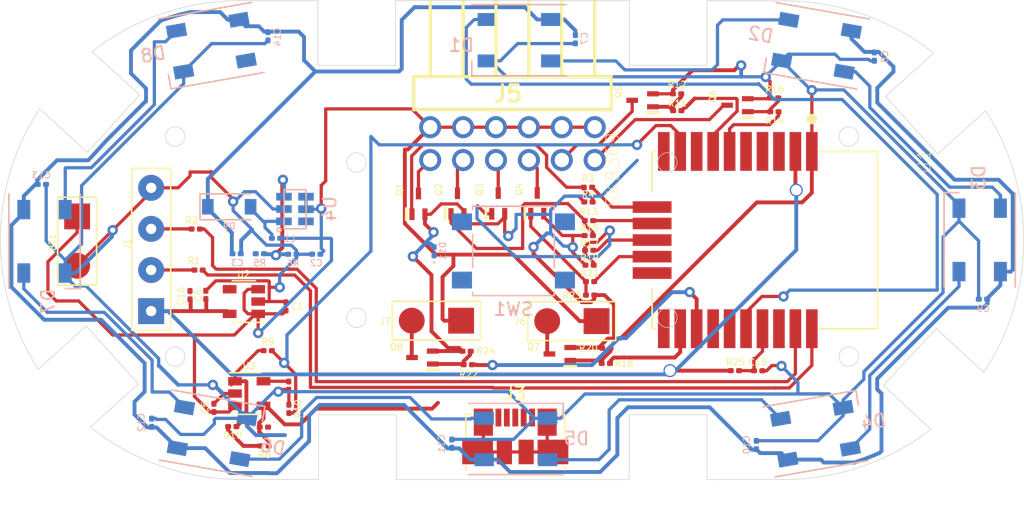
<source format=kicad_pcb>
(kicad_pcb (version 20171130) (host pcbnew "(5.1.4-0)")

  (general
    (thickness 1.6)
    (drawings 60)
    (tracks 785)
    (zones 0)
    (modules 72)
    (nets 66)
  )

  (page A4)
  (layers
    (0 F.Cu signal)
    (31 B.Cu signal)
    (32 B.Adhes user)
    (33 F.Adhes user)
    (34 B.Paste user)
    (35 F.Paste user)
    (36 B.SilkS user)
    (37 F.SilkS user)
    (38 B.Mask user)
    (39 F.Mask user)
    (40 Dwgs.User user)
    (41 Cmts.User user)
    (42 Eco1.User user)
    (43 Eco2.User user)
    (44 Edge.Cuts user)
    (45 Margin user)
    (46 B.CrtYd user)
    (47 F.CrtYd user)
    (48 B.Fab user)
    (49 F.Fab user)
  )

  (setup
    (last_trace_width 0.3)
    (user_trace_width 0.3)
    (trace_clearance 0.2)
    (zone_clearance 0.508)
    (zone_45_only no)
    (trace_min 0.2)
    (via_size 0.8)
    (via_drill 0.4)
    (via_min_size 0.4)
    (via_min_drill 0.3)
    (user_via 1 0.6)
    (uvia_size 0.3)
    (uvia_drill 0.1)
    (uvias_allowed no)
    (uvia_min_size 0.2)
    (uvia_min_drill 0.1)
    (edge_width 0.05)
    (segment_width 0.2)
    (pcb_text_width 0.3)
    (pcb_text_size 1.5 1.5)
    (mod_edge_width 0.12)
    (mod_text_size 0.5 0.5)
    (mod_text_width 0.075)
    (pad_size 1.99898 1.99898)
    (pad_drill 0)
    (pad_to_mask_clearance 0.051)
    (solder_mask_min_width 0.25)
    (aux_axis_origin 0 0)
    (visible_elements FFFDFF7F)
    (pcbplotparams
      (layerselection 0x010fc_ffffffff)
      (usegerberextensions false)
      (usegerberattributes false)
      (usegerberadvancedattributes false)
      (creategerberjobfile false)
      (excludeedgelayer true)
      (linewidth 0.100000)
      (plotframeref false)
      (viasonmask false)
      (mode 1)
      (useauxorigin false)
      (hpglpennumber 1)
      (hpglpenspeed 20)
      (hpglpendiameter 15.000000)
      (psnegative false)
      (psa4output false)
      (plotreference true)
      (plotvalue true)
      (plotinvisibletext false)
      (padsonsilk false)
      (subtractmaskfromsilk false)
      (outputformat 1)
      (mirror false)
      (drillshape 1)
      (scaleselection 1)
      (outputdirectory ""))
  )

  (net 0 "")
  (net 1 /VBAT)
  (net 2 GND)
  (net 3 /5.0V_OUT)
  (net 4 /5V)
  (net 5 /3.3V)
  (net 6 "Net-(C15-Pad1)")
  (net 7 "Net-(D1-Pad4)")
  (net 8 /LED_DIN)
  (net 9 "Net-(D2-Pad4)")
  (net 10 "Net-(D3-Pad4)")
  (net 11 "Net-(D4-Pad4)")
  (net 12 "Net-(D5-Pad4)")
  (net 13 "Net-(D6-Pad4)")
  (net 14 "Net-(D7-Pad4)")
  (net 15 "Net-(D8-Pad4)")
  (net 16 "Net-(D9-Pad2)")
  (net 17 "Net-(D10-Pad1)")
  (net 18 "Net-(D10-Pad2)")
  (net 19 /BTN_IN)
  (net 20 "Net-(J1-Pad2)")
  (net 21 "Net-(J1-Pad3)")
  (net 22 "Net-(J3-Pad2)")
  (net 23 "Net-(J3-Pad3)")
  (net 24 "Net-(J3-Pad4)")
  (net 25 "Net-(J3-Pad6)")
  (net 26 /MOT1)
  (net 27 /MOT2)
  (net 28 /MOT3)
  (net 29 /MOT4)
  (net 30 /MOT5)
  (net 31 /MOT6)
  (net 32 /MOT7)
  (net 33 /MOT8)
  (net 34 "Net-(Q1-Pad1)")
  (net 35 "Net-(Q2-Pad1)")
  (net 36 "Net-(Q3-Pad1)")
  (net 37 "Net-(Q4-Pad1)")
  (net 38 "Net-(Q5-Pad1)")
  (net 39 "Net-(Q6-Pad1)")
  (net 40 "Net-(Q7-Pad1)")
  (net 41 "Net-(Q8-Pad1)")
  (net 42 /SWDIO)
  (net 43 /SWDCLK)
  (net 44 /MOTOR_CNT1)
  (net 45 "Net-(R5-Pad2)")
  (net 46 "Net-(R7-Pad1)")
  (net 47 /BAT_STAT)
  (net 48 /MOTOR_CNT5)
  (net 49 /MOTOR_CNT2)
  (net 50 /MOTOR_CNT6)
  (net 51 /MOTOR_CNT3)
  (net 52 /MOTOR_CNT7)
  (net 53 /MOTOR_CNT4)
  (net 54 /MOTOR_CNT8)
  (net 55 "Net-(SW1-Pad2)")
  (net 56 "Net-(U1-Pad3)")
  (net 57 "Net-(U1-Pad4)")
  (net 58 "Net-(U1-Pad5)")
  (net 59 "Net-(U1-Pad19)")
  (net 60 "Net-(U1-Pad20)")
  (net 61 "Net-(U1-Pad23)")
  (net 62 "Net-(U2-Pad4)")
  (net 63 "Net-(U4-Pad6)")
  (net 64 "Net-(U1-Pad16)")
  (net 65 "Net-(U1-Pad15)")

  (net_class Default "This is the default net class."
    (clearance 0.2)
    (trace_width 0.25)
    (via_dia 0.8)
    (via_drill 0.4)
    (uvia_dia 0.3)
    (uvia_drill 0.1)
    (add_net /BAT_STAT)
    (add_net /BTN_IN)
    (add_net /LED_DIN)
    (add_net /MOT1)
    (add_net /MOT2)
    (add_net /MOT3)
    (add_net /MOT4)
    (add_net /MOT5)
    (add_net /MOT6)
    (add_net /MOT7)
    (add_net /MOT8)
    (add_net /MOTOR_CNT1)
    (add_net /MOTOR_CNT2)
    (add_net /MOTOR_CNT3)
    (add_net /MOTOR_CNT4)
    (add_net /MOTOR_CNT5)
    (add_net /MOTOR_CNT6)
    (add_net /MOTOR_CNT7)
    (add_net /MOTOR_CNT8)
    (add_net /SWDCLK)
    (add_net /SWDIO)
    (add_net /VBAT)
    (add_net GND)
    (add_net "Net-(C15-Pad1)")
    (add_net "Net-(D1-Pad4)")
    (add_net "Net-(D10-Pad1)")
    (add_net "Net-(D10-Pad2)")
    (add_net "Net-(D2-Pad4)")
    (add_net "Net-(D3-Pad4)")
    (add_net "Net-(D4-Pad4)")
    (add_net "Net-(D5-Pad4)")
    (add_net "Net-(D6-Pad4)")
    (add_net "Net-(D7-Pad4)")
    (add_net "Net-(D8-Pad4)")
    (add_net "Net-(D9-Pad2)")
    (add_net "Net-(J1-Pad2)")
    (add_net "Net-(J1-Pad3)")
    (add_net "Net-(J3-Pad2)")
    (add_net "Net-(J3-Pad3)")
    (add_net "Net-(J3-Pad4)")
    (add_net "Net-(J3-Pad6)")
    (add_net "Net-(Q1-Pad1)")
    (add_net "Net-(Q2-Pad1)")
    (add_net "Net-(Q3-Pad1)")
    (add_net "Net-(Q4-Pad1)")
    (add_net "Net-(Q5-Pad1)")
    (add_net "Net-(Q6-Pad1)")
    (add_net "Net-(Q7-Pad1)")
    (add_net "Net-(Q8-Pad1)")
    (add_net "Net-(R5-Pad2)")
    (add_net "Net-(R7-Pad1)")
    (add_net "Net-(SW1-Pad2)")
    (add_net "Net-(U1-Pad15)")
    (add_net "Net-(U1-Pad16)")
    (add_net "Net-(U1-Pad19)")
    (add_net "Net-(U1-Pad20)")
    (add_net "Net-(U1-Pad23)")
    (add_net "Net-(U1-Pad3)")
    (add_net "Net-(U1-Pad4)")
    (add_net "Net-(U1-Pad5)")
    (add_net "Net-(U2-Pad4)")
    (add_net "Net-(U4-Pad6)")
  )

  (net_class Power ""
    (clearance 0.3)
    (trace_width 0.3)
    (via_dia 1)
    (via_drill 0.8)
    (uvia_dia 0.3)
    (uvia_drill 0.1)
    (add_net /3.3V)
    (add_net /5.0V_OUT)
    (add_net /5V)
  )

  (module Connector_Wire:SolderWirePad_1x02_P3.81mm_Drill0.8mm (layer F.Cu) (tedit 5D5EBDCA) (tstamp 5D60256D)
    (at 116.4336 98.171 270)
    (descr "Wire solder connection")
    (tags connector)
    (path /5D600052)
    (attr virtual)
    (fp_text reference BT1 (at 1.99898 1.89484 90) (layer F.SilkS)
      (effects (font (size 0.5 0.5) (thickness 0.075)))
    )
    (fp_text value "3.7V BAT" (at 1.905 2.54 90) (layer F.Fab)
      (effects (font (size 1 1) (thickness 0.15)))
    )
    (fp_text user %R (at 1.905 0 90) (layer F.Fab)
      (effects (font (size 1 1) (thickness 0.15)))
    )
    (fp_line (start -1.49 -1.5) (end 5.31 -1.5) (layer F.CrtYd) (width 0.05))
    (fp_line (start -1.49 -1.5) (end -1.49 1.5) (layer F.CrtYd) (width 0.05))
    (fp_line (start 5.31 1.5) (end 5.31 -1.5) (layer F.CrtYd) (width 0.05))
    (fp_line (start 5.31 1.5) (end -1.49 1.5) (layer F.CrtYd) (width 0.05))
    (pad 1 connect rect (at 0 0 270) (size 1.99898 1.99898) (layers F.Cu F.Mask)
      (net 1 /VBAT))
    (pad 2 connect circle (at 3.81 0 270) (size 1.99898 1.99898) (layers F.Cu F.Mask)
      (net 2 GND))
  )

  (module Capacitor_SMD:C_0201_0603Metric (layer F.Cu) (tedit 5B301BBE) (tstamp 5D5F5D78)
    (at 132.55244 105.12806 90)
    (descr "Capacitor SMD 0201 (0603 Metric), square (rectangular) end terminal, IPC_7351 nominal, (Body size source: https://www.vishay.com/docs/20052/crcw0201e3.pdf), generated with kicad-footprint-generator")
    (tags capacitor)
    (path /5D604920)
    (attr smd)
    (fp_text reference C1 (at 0.03302 0.87376 180) (layer F.SilkS)
      (effects (font (size 0.5 0.5) (thickness 0.075)))
    )
    (fp_text value 1.0uF (at 1.778 1.016 180) (layer F.Fab) hide
      (effects (font (size 1 1) (thickness 0.15)))
    )
    (fp_text user %R (at 0 -0.68 90) (layer F.Fab)
      (effects (font (size 0.25 0.25) (thickness 0.04)))
    )
    (fp_line (start 0.7 0.35) (end -0.7 0.35) (layer F.CrtYd) (width 0.05))
    (fp_line (start 0.7 -0.35) (end 0.7 0.35) (layer F.CrtYd) (width 0.05))
    (fp_line (start -0.7 -0.35) (end 0.7 -0.35) (layer F.CrtYd) (width 0.05))
    (fp_line (start -0.7 0.35) (end -0.7 -0.35) (layer F.CrtYd) (width 0.05))
    (fp_line (start 0.3 0.15) (end -0.3 0.15) (layer F.Fab) (width 0.1))
    (fp_line (start 0.3 -0.15) (end 0.3 0.15) (layer F.Fab) (width 0.1))
    (fp_line (start -0.3 -0.15) (end 0.3 -0.15) (layer F.Fab) (width 0.1))
    (fp_line (start -0.3 0.15) (end -0.3 -0.15) (layer F.Fab) (width 0.1))
    (pad 2 smd roundrect (at 0.32 0 90) (size 0.46 0.4) (layers F.Cu F.Mask) (roundrect_rratio 0.25)
      (net 2 GND))
    (pad 1 smd roundrect (at -0.32 0 90) (size 0.46 0.4) (layers F.Cu F.Mask) (roundrect_rratio 0.25)
      (net 1 /VBAT))
    (pad "" smd roundrect (at 0.345 0 90) (size 0.318 0.36) (layers F.Paste) (roundrect_rratio 0.25))
    (pad "" smd roundrect (at -0.345 0 90) (size 0.318 0.36) (layers F.Paste) (roundrect_rratio 0.25))
    (model ${KISYS3DMOD}/Capacitor_SMD.3dshapes/C_0201_0603Metric.wrl
      (at (xyz 0 0 0))
      (scale (xyz 1 1 1))
      (rotate (xyz 0 0 0))
    )
  )

  (module Capacitor_SMD:C_0201_0603Metric (layer B.Cu) (tedit 5B301BBE) (tstamp 5D5FBC2B)
    (at 134.89432 101.08946 180)
    (descr "Capacitor SMD 0201 (0603 Metric), square (rectangular) end terminal, IPC_7351 nominal, (Body size source: https://www.vishay.com/docs/20052/crcw0201e3.pdf), generated with kicad-footprint-generator")
    (tags capacitor)
    (path /5D6640C5)
    (attr smd)
    (fp_text reference C2 (at -0.00762 -0.6858) (layer B.SilkS)
      (effects (font (size 0.5 0.5) (thickness 0.075)) (justify mirror))
    )
    (fp_text value 22uF (at 0 -1.05) (layer B.Fab)
      (effects (font (size 1 1) (thickness 0.15)) (justify mirror))
    )
    (fp_line (start -0.3 -0.15) (end -0.3 0.15) (layer B.Fab) (width 0.1))
    (fp_line (start -0.3 0.15) (end 0.3 0.15) (layer B.Fab) (width 0.1))
    (fp_line (start 0.3 0.15) (end 0.3 -0.15) (layer B.Fab) (width 0.1))
    (fp_line (start 0.3 -0.15) (end -0.3 -0.15) (layer B.Fab) (width 0.1))
    (fp_line (start -0.7 -0.35) (end -0.7 0.35) (layer B.CrtYd) (width 0.05))
    (fp_line (start -0.7 0.35) (end 0.7 0.35) (layer B.CrtYd) (width 0.05))
    (fp_line (start 0.7 0.35) (end 0.7 -0.35) (layer B.CrtYd) (width 0.05))
    (fp_line (start 0.7 -0.35) (end -0.7 -0.35) (layer B.CrtYd) (width 0.05))
    (fp_text user %R (at 0 0.68) (layer B.Fab)
      (effects (font (size 0.25 0.25) (thickness 0.04)) (justify mirror))
    )
    (pad "" smd roundrect (at -0.345 0 180) (size 0.318 0.36) (layers B.Paste) (roundrect_rratio 0.25))
    (pad "" smd roundrect (at 0.345 0 180) (size 0.318 0.36) (layers B.Paste) (roundrect_rratio 0.25))
    (pad 1 smd roundrect (at -0.32 0 180) (size 0.46 0.4) (layers B.Cu B.Mask) (roundrect_rratio 0.25)
      (net 1 /VBAT))
    (pad 2 smd roundrect (at 0.32 0 180) (size 0.46 0.4) (layers B.Cu B.Mask) (roundrect_rratio 0.25)
      (net 2 GND))
    (model ${KISYS3DMOD}/Capacitor_SMD.3dshapes/C_0201_0603Metric.wrl
      (at (xyz 0 0 0))
      (scale (xyz 1 1 1))
      (rotate (xyz 0 0 0))
    )
  )

  (module Capacitor_SMD:C_0201_0603Metric (layer B.Cu) (tedit 5B301BBE) (tstamp 5D5F5FF2)
    (at 128.74752 101.0539)
    (descr "Capacitor SMD 0201 (0603 Metric), square (rectangular) end terminal, IPC_7351 nominal, (Body size source: https://www.vishay.com/docs/20052/crcw0201e3.pdf), generated with kicad-footprint-generator")
    (tags capacitor)
    (path /5D65B762)
    (attr smd)
    (fp_text reference C3 (at 0.04826 0.70866 180) (layer B.SilkS)
      (effects (font (size 0.5 0.5) (thickness 0.075)) (justify mirror))
    )
    (fp_text value 22uF (at 0 -1.05 180) (layer B.Fab) hide
      (effects (font (size 1 1) (thickness 0.15)) (justify mirror))
    )
    (fp_line (start -0.3 -0.15) (end -0.3 0.15) (layer B.Fab) (width 0.1))
    (fp_line (start -0.3 0.15) (end 0.3 0.15) (layer B.Fab) (width 0.1))
    (fp_line (start 0.3 0.15) (end 0.3 -0.15) (layer B.Fab) (width 0.1))
    (fp_line (start 0.3 -0.15) (end -0.3 -0.15) (layer B.Fab) (width 0.1))
    (fp_line (start -0.7 -0.35) (end -0.7 0.35) (layer B.CrtYd) (width 0.05))
    (fp_line (start -0.7 0.35) (end 0.7 0.35) (layer B.CrtYd) (width 0.05))
    (fp_line (start 0.7 0.35) (end 0.7 -0.35) (layer B.CrtYd) (width 0.05))
    (fp_line (start 0.7 -0.35) (end -0.7 -0.35) (layer B.CrtYd) (width 0.05))
    (fp_text user %R (at 0 0.68 180) (layer B.Fab)
      (effects (font (size 0.25 0.25) (thickness 0.04)) (justify mirror))
    )
    (pad "" smd roundrect (at -0.345 0) (size 0.318 0.36) (layers B.Paste) (roundrect_rratio 0.25))
    (pad "" smd roundrect (at 0.345 0) (size 0.318 0.36) (layers B.Paste) (roundrect_rratio 0.25))
    (pad 1 smd roundrect (at -0.32 0) (size 0.46 0.4) (layers B.Cu B.Mask) (roundrect_rratio 0.25)
      (net 3 /5.0V_OUT))
    (pad 2 smd roundrect (at 0.32 0) (size 0.46 0.4) (layers B.Cu B.Mask) (roundrect_rratio 0.25)
      (net 2 GND))
    (model ${KISYS3DMOD}/Capacitor_SMD.3dshapes/C_0201_0603Metric.wrl
      (at (xyz 0 0 0))
      (scale (xyz 1 1 1))
      (rotate (xyz 0 0 0))
    )
  )

  (module Capacitor_SMD:C_0201_0603Metric (layer F.Cu) (tedit 5B301BBE) (tstamp 5D609172)
    (at 130.85064 114.44986)
    (descr "Capacitor SMD 0201 (0603 Metric), square (rectangular) end terminal, IPC_7351 nominal, (Body size source: https://www.vishay.com/docs/20052/crcw0201e3.pdf), generated with kicad-footprint-generator")
    (tags capacitor)
    (path /5D6CE1B0)
    (attr smd)
    (fp_text reference C4 (at 0 -1.05) (layer F.SilkS) hide
      (effects (font (size 1 1) (thickness 0.15)))
    )
    (fp_text value 4.7uF (at 0 1.05) (layer F.Fab) hide
      (effects (font (size 1 1) (thickness 0.15)))
    )
    (fp_line (start -0.3 0.15) (end -0.3 -0.15) (layer F.Fab) (width 0.1))
    (fp_line (start -0.3 -0.15) (end 0.3 -0.15) (layer F.Fab) (width 0.1))
    (fp_line (start 0.3 -0.15) (end 0.3 0.15) (layer F.Fab) (width 0.1))
    (fp_line (start 0.3 0.15) (end -0.3 0.15) (layer F.Fab) (width 0.1))
    (fp_line (start -0.7 0.35) (end -0.7 -0.35) (layer F.CrtYd) (width 0.05))
    (fp_line (start -0.7 -0.35) (end 0.7 -0.35) (layer F.CrtYd) (width 0.05))
    (fp_line (start 0.7 -0.35) (end 0.7 0.35) (layer F.CrtYd) (width 0.05))
    (fp_line (start 0.7 0.35) (end -0.7 0.35) (layer F.CrtYd) (width 0.05))
    (fp_text user %R (at 0 -0.68) (layer F.Fab)
      (effects (font (size 0.25 0.25) (thickness 0.04)))
    )
    (pad "" smd roundrect (at -0.345 0) (size 0.318 0.36) (layers F.Paste) (roundrect_rratio 0.25))
    (pad "" smd roundrect (at 0.345 0) (size 0.318 0.36) (layers F.Paste) (roundrect_rratio 0.25))
    (pad 1 smd roundrect (at -0.32 0) (size 0.46 0.4) (layers F.Cu F.Mask) (roundrect_rratio 0.25)
      (net 4 /5V))
    (pad 2 smd roundrect (at 0.32 0) (size 0.46 0.4) (layers F.Cu F.Mask) (roundrect_rratio 0.25)
      (net 2 GND))
    (model ${KISYS3DMOD}/Capacitor_SMD.3dshapes/C_0201_0603Metric.wrl
      (at (xyz 0 0 0))
      (scale (xyz 1 1 1))
      (rotate (xyz 0 0 0))
    )
  )

  (module Capacitor_SMD:C_0201_0603Metric (layer F.Cu) (tedit 5B301BBE) (tstamp 5D5E582D)
    (at 126.99492 112.96396 90)
    (descr "Capacitor SMD 0201 (0603 Metric), square (rectangular) end terminal, IPC_7351 nominal, (Body size source: https://www.vishay.com/docs/20052/crcw0201e3.pdf), generated with kicad-footprint-generator")
    (tags capacitor)
    (path /5D6C7098)
    (attr smd)
    (fp_text reference C5 (at 0.00508 -0.67818 90) (layer F.SilkS)
      (effects (font (size 0.5 0.5) (thickness 0.075)))
    )
    (fp_text value 4.7uF (at 0 1.05 90) (layer F.Fab) hide
      (effects (font (size 1 1) (thickness 0.15)))
    )
    (fp_text user %R (at 0 -0.68 90) (layer F.Fab)
      (effects (font (size 0.25 0.25) (thickness 0.04)))
    )
    (fp_line (start 0.7 0.35) (end -0.7 0.35) (layer F.CrtYd) (width 0.05))
    (fp_line (start 0.7 -0.35) (end 0.7 0.35) (layer F.CrtYd) (width 0.05))
    (fp_line (start -0.7 -0.35) (end 0.7 -0.35) (layer F.CrtYd) (width 0.05))
    (fp_line (start -0.7 0.35) (end -0.7 -0.35) (layer F.CrtYd) (width 0.05))
    (fp_line (start 0.3 0.15) (end -0.3 0.15) (layer F.Fab) (width 0.1))
    (fp_line (start 0.3 -0.15) (end 0.3 0.15) (layer F.Fab) (width 0.1))
    (fp_line (start -0.3 -0.15) (end 0.3 -0.15) (layer F.Fab) (width 0.1))
    (fp_line (start -0.3 0.15) (end -0.3 -0.15) (layer F.Fab) (width 0.1))
    (pad 2 smd roundrect (at 0.32 0 90) (size 0.46 0.4) (layers F.Cu F.Mask) (roundrect_rratio 0.25)
      (net 2 GND))
    (pad 1 smd roundrect (at -0.32 0 90) (size 0.46 0.4) (layers F.Cu F.Mask) (roundrect_rratio 0.25)
      (net 1 /VBAT))
    (pad "" smd roundrect (at 0.345 0 90) (size 0.318 0.36) (layers F.Paste) (roundrect_rratio 0.25))
    (pad "" smd roundrect (at -0.345 0 90) (size 0.318 0.36) (layers F.Paste) (roundrect_rratio 0.25))
    (model ${KISYS3DMOD}/Capacitor_SMD.3dshapes/C_0201_0603Metric.wrl
      (at (xyz 0 0 0))
      (scale (xyz 1 1 1))
      (rotate (xyz 0 0 0))
    )
  )

  (module Capacitor_SMD:C_0201_0603Metric (layer F.Cu) (tedit 5B301BBE) (tstamp 5D5F5D48)
    (at 126.36754 104.23652 90)
    (descr "Capacitor SMD 0201 (0603 Metric), square (rectangular) end terminal, IPC_7351 nominal, (Body size source: https://www.vishay.com/docs/20052/crcw0201e3.pdf), generated with kicad-footprint-generator")
    (tags capacitor)
    (path /5D76F04B)
    (attr smd)
    (fp_text reference C6 (at -0.04318 -0.5715 270) (layer F.SilkS)
      (effects (font (size 0.5 0.5) (thickness 0.075)))
    )
    (fp_text value 1.0uF (at 1.524 -0.762 180) (layer F.Fab) hide
      (effects (font (size 1 1) (thickness 0.15)))
    )
    (fp_text user %R (at 0 -0.68 90) (layer F.Fab)
      (effects (font (size 0.25 0.25) (thickness 0.04)))
    )
    (fp_line (start 0.7 0.35) (end -0.7 0.35) (layer F.CrtYd) (width 0.05))
    (fp_line (start 0.7 -0.35) (end 0.7 0.35) (layer F.CrtYd) (width 0.05))
    (fp_line (start -0.7 -0.35) (end 0.7 -0.35) (layer F.CrtYd) (width 0.05))
    (fp_line (start -0.7 0.35) (end -0.7 -0.35) (layer F.CrtYd) (width 0.05))
    (fp_line (start 0.3 0.15) (end -0.3 0.15) (layer F.Fab) (width 0.1))
    (fp_line (start 0.3 -0.15) (end 0.3 0.15) (layer F.Fab) (width 0.1))
    (fp_line (start -0.3 -0.15) (end 0.3 -0.15) (layer F.Fab) (width 0.1))
    (fp_line (start -0.3 0.15) (end -0.3 -0.15) (layer F.Fab) (width 0.1))
    (pad 2 smd roundrect (at 0.32 0 90) (size 0.46 0.4) (layers F.Cu F.Mask) (roundrect_rratio 0.25)
      (net 2 GND))
    (pad 1 smd roundrect (at -0.32 0 90) (size 0.46 0.4) (layers F.Cu F.Mask) (roundrect_rratio 0.25)
      (net 5 /3.3V))
    (pad "" smd roundrect (at 0.345 0 90) (size 0.318 0.36) (layers F.Paste) (roundrect_rratio 0.25))
    (pad "" smd roundrect (at -0.345 0 90) (size 0.318 0.36) (layers F.Paste) (roundrect_rratio 0.25))
    (model ${KISYS3DMOD}/Capacitor_SMD.3dshapes/C_0201_0603Metric.wrl
      (at (xyz 0 0 0))
      (scale (xyz 1 1 1))
      (rotate (xyz 0 0 0))
    )
  )

  (module Capacitor_SMD:C_0201_0603Metric (layer B.Cu) (tedit 5B301BBE) (tstamp 5D5EDD03)
    (at 154.89428 84.4804 90)
    (descr "Capacitor SMD 0201 (0603 Metric), square (rectangular) end terminal, IPC_7351 nominal, (Body size source: https://www.vishay.com/docs/20052/crcw0201e3.pdf), generated with kicad-footprint-generator")
    (tags capacitor)
    (path /5D7E30FF)
    (attr smd)
    (fp_text reference C7 (at 0.06604 0.69596 -90) (layer B.SilkS)
      (effects (font (size 0.5 0.5) (thickness 0.075)) (justify mirror))
    )
    (fp_text value 0.1uF (at 0 -1.05 -90) (layer B.Fab)
      (effects (font (size 1 1) (thickness 0.15)) (justify mirror))
    )
    (fp_text user %R (at 0 0.68 -90) (layer B.Fab)
      (effects (font (size 0.25 0.25) (thickness 0.04)) (justify mirror))
    )
    (fp_line (start 0.7 -0.35) (end -0.7 -0.35) (layer B.CrtYd) (width 0.05))
    (fp_line (start 0.7 0.35) (end 0.7 -0.35) (layer B.CrtYd) (width 0.05))
    (fp_line (start -0.7 0.35) (end 0.7 0.35) (layer B.CrtYd) (width 0.05))
    (fp_line (start -0.7 -0.35) (end -0.7 0.35) (layer B.CrtYd) (width 0.05))
    (fp_line (start 0.3 -0.15) (end -0.3 -0.15) (layer B.Fab) (width 0.1))
    (fp_line (start 0.3 0.15) (end 0.3 -0.15) (layer B.Fab) (width 0.1))
    (fp_line (start -0.3 0.15) (end 0.3 0.15) (layer B.Fab) (width 0.1))
    (fp_line (start -0.3 -0.15) (end -0.3 0.15) (layer B.Fab) (width 0.1))
    (pad 2 smd roundrect (at 0.32 0 90) (size 0.46 0.4) (layers B.Cu B.Mask) (roundrect_rratio 0.25)
      (net 3 /5.0V_OUT))
    (pad 1 smd roundrect (at -0.32 0 90) (size 0.46 0.4) (layers B.Cu B.Mask) (roundrect_rratio 0.25)
      (net 2 GND))
    (pad "" smd roundrect (at 0.345 0 90) (size 0.318 0.36) (layers B.Paste) (roundrect_rratio 0.25))
    (pad "" smd roundrect (at -0.345 0 90) (size 0.318 0.36) (layers B.Paste) (roundrect_rratio 0.25))
    (model ${KISYS3DMOD}/Capacitor_SMD.3dshapes/C_0201_0603Metric.wrl
      (at (xyz 0 0 0))
      (scale (xyz 1 1 1))
      (rotate (xyz 0 0 0))
    )
  )

  (module Capacitor_SMD:C_0201_0603Metric (layer B.Cu) (tedit 5B301BBE) (tstamp 5D5E58ED)
    (at 177.97526 85.82152 270)
    (descr "Capacitor SMD 0201 (0603 Metric), square (rectangular) end terminal, IPC_7351 nominal, (Body size source: https://www.vishay.com/docs/20052/crcw0201e3.pdf), generated with kicad-footprint-generator")
    (tags capacitor)
    (path /5D7DBC9E)
    (attr smd)
    (fp_text reference C8 (at 0.00762 -0.81026 90) (layer B.SilkS)
      (effects (font (size 0.5 0.5) (thickness 0.075)) (justify mirror))
    )
    (fp_text value 0.1uF (at 0 -1.05 90) (layer B.Fab)
      (effects (font (size 1 1) (thickness 0.15)) (justify mirror))
    )
    (fp_text user %R (at 0 0.68 90) (layer B.Fab)
      (effects (font (size 0.25 0.25) (thickness 0.04)) (justify mirror))
    )
    (fp_line (start 0.7 -0.35) (end -0.7 -0.35) (layer B.CrtYd) (width 0.05))
    (fp_line (start 0.7 0.35) (end 0.7 -0.35) (layer B.CrtYd) (width 0.05))
    (fp_line (start -0.7 0.35) (end 0.7 0.35) (layer B.CrtYd) (width 0.05))
    (fp_line (start -0.7 -0.35) (end -0.7 0.35) (layer B.CrtYd) (width 0.05))
    (fp_line (start 0.3 -0.15) (end -0.3 -0.15) (layer B.Fab) (width 0.1))
    (fp_line (start 0.3 0.15) (end 0.3 -0.15) (layer B.Fab) (width 0.1))
    (fp_line (start -0.3 0.15) (end 0.3 0.15) (layer B.Fab) (width 0.1))
    (fp_line (start -0.3 -0.15) (end -0.3 0.15) (layer B.Fab) (width 0.1))
    (pad 2 smd roundrect (at 0.32 0 270) (size 0.46 0.4) (layers B.Cu B.Mask) (roundrect_rratio 0.25)
      (net 2 GND))
    (pad 1 smd roundrect (at -0.32 0 270) (size 0.46 0.4) (layers B.Cu B.Mask) (roundrect_rratio 0.25)
      (net 3 /5.0V_OUT))
    (pad "" smd roundrect (at 0.345 0 270) (size 0.318 0.36) (layers B.Paste) (roundrect_rratio 0.25))
    (pad "" smd roundrect (at -0.345 0 270) (size 0.318 0.36) (layers B.Paste) (roundrect_rratio 0.25))
    (model ${KISYS3DMOD}/Capacitor_SMD.3dshapes/C_0201_0603Metric.wrl
      (at (xyz 0 0 0))
      (scale (xyz 1 1 1))
      (rotate (xyz 0 0 0))
    )
  )

  (module Capacitor_SMD:C_0201_0603Metric (layer B.Cu) (tedit 5B301BBE) (tstamp 5D5EEA7F)
    (at 186.35726 104.56926 180)
    (descr "Capacitor SMD 0201 (0603 Metric), square (rectangular) end terminal, IPC_7351 nominal, (Body size source: https://www.vishay.com/docs/20052/crcw0201e3.pdf), generated with kicad-footprint-generator")
    (tags capacitor)
    (path /5D7E379D)
    (attr smd)
    (fp_text reference C9 (at -0.03302 -0.71882 180) (layer B.SilkS)
      (effects (font (size 0.5 0.5) (thickness 0.075)) (justify mirror))
    )
    (fp_text value 0.1uF (at 0 -1.05 180) (layer B.Fab) hide
      (effects (font (size 1 1) (thickness 0.15)) (justify mirror))
    )
    (fp_line (start -0.3 -0.15) (end -0.3 0.15) (layer B.Fab) (width 0.1))
    (fp_line (start -0.3 0.15) (end 0.3 0.15) (layer B.Fab) (width 0.1))
    (fp_line (start 0.3 0.15) (end 0.3 -0.15) (layer B.Fab) (width 0.1))
    (fp_line (start 0.3 -0.15) (end -0.3 -0.15) (layer B.Fab) (width 0.1))
    (fp_line (start -0.7 -0.35) (end -0.7 0.35) (layer B.CrtYd) (width 0.05))
    (fp_line (start -0.7 0.35) (end 0.7 0.35) (layer B.CrtYd) (width 0.05))
    (fp_line (start 0.7 0.35) (end 0.7 -0.35) (layer B.CrtYd) (width 0.05))
    (fp_line (start 0.7 -0.35) (end -0.7 -0.35) (layer B.CrtYd) (width 0.05))
    (fp_text user %R (at 0 0.68 180) (layer B.Fab)
      (effects (font (size 0.25 0.25) (thickness 0.04)) (justify mirror))
    )
    (pad "" smd roundrect (at -0.345 0 180) (size 0.318 0.36) (layers B.Paste) (roundrect_rratio 0.25))
    (pad "" smd roundrect (at 0.345 0 180) (size 0.318 0.36) (layers B.Paste) (roundrect_rratio 0.25))
    (pad 1 smd roundrect (at -0.32 0 180) (size 0.46 0.4) (layers B.Cu B.Mask) (roundrect_rratio 0.25)
      (net 3 /5.0V_OUT))
    (pad 2 smd roundrect (at 0.32 0 180) (size 0.46 0.4) (layers B.Cu B.Mask) (roundrect_rratio 0.25)
      (net 2 GND))
    (model ${KISYS3DMOD}/Capacitor_SMD.3dshapes/C_0201_0603Metric.wrl
      (at (xyz 0 0 0))
      (scale (xyz 1 1 1))
      (rotate (xyz 0 0 0))
    )
  )

  (module Capacitor_SMD:C_0201_0603Metric (layer B.Cu) (tedit 5B301BBE) (tstamp 5D5EBBF8)
    (at 168.86428 115.8367 90)
    (descr "Capacitor SMD 0201 (0603 Metric), square (rectangular) end terminal, IPC_7351 nominal, (Body size source: https://www.vishay.com/docs/20052/crcw0201e3.pdf), generated with kicad-footprint-generator")
    (tags capacitor)
    (path /5D7E3C7D)
    (attr smd)
    (fp_text reference C10 (at 0.01778 -0.75184 90) (layer B.SilkS)
      (effects (font (size 0.5 0.5) (thickness 0.075)) (justify mirror))
    )
    (fp_text value 0.1uF (at 0 -1.05 90) (layer B.Fab)
      (effects (font (size 1 1) (thickness 0.15)) (justify mirror))
    )
    (fp_line (start -0.3 -0.15) (end -0.3 0.15) (layer B.Fab) (width 0.1))
    (fp_line (start -0.3 0.15) (end 0.3 0.15) (layer B.Fab) (width 0.1))
    (fp_line (start 0.3 0.15) (end 0.3 -0.15) (layer B.Fab) (width 0.1))
    (fp_line (start 0.3 -0.15) (end -0.3 -0.15) (layer B.Fab) (width 0.1))
    (fp_line (start -0.7 -0.35) (end -0.7 0.35) (layer B.CrtYd) (width 0.05))
    (fp_line (start -0.7 0.35) (end 0.7 0.35) (layer B.CrtYd) (width 0.05))
    (fp_line (start 0.7 0.35) (end 0.7 -0.35) (layer B.CrtYd) (width 0.05))
    (fp_line (start 0.7 -0.35) (end -0.7 -0.35) (layer B.CrtYd) (width 0.05))
    (fp_text user %R (at 0 0.68 90) (layer B.Fab)
      (effects (font (size 0.25 0.25) (thickness 0.04)) (justify mirror))
    )
    (pad "" smd roundrect (at -0.345 0 90) (size 0.318 0.36) (layers B.Paste) (roundrect_rratio 0.25))
    (pad "" smd roundrect (at 0.345 0 90) (size 0.318 0.36) (layers B.Paste) (roundrect_rratio 0.25))
    (pad 1 smd roundrect (at -0.32 0 90) (size 0.46 0.4) (layers B.Cu B.Mask) (roundrect_rratio 0.25)
      (net 3 /5.0V_OUT))
    (pad 2 smd roundrect (at 0.32 0 90) (size 0.46 0.4) (layers B.Cu B.Mask) (roundrect_rratio 0.25)
      (net 2 GND))
    (model ${KISYS3DMOD}/Capacitor_SMD.3dshapes/C_0201_0603Metric.wrl
      (at (xyz 0 0 0))
      (scale (xyz 1 1 1))
      (rotate (xyz 0 0 0))
    )
  )

  (module Capacitor_SMD:C_0201_0603Metric (layer B.Cu) (tedit 5B301BBE) (tstamp 5D5E579D)
    (at 145.35404 115.73002 90)
    (descr "Capacitor SMD 0201 (0603 Metric), square (rectangular) end terminal, IPC_7351 nominal, (Body size source: https://www.vishay.com/docs/20052/crcw0201e3.pdf), generated with kicad-footprint-generator")
    (tags capacitor)
    (path /5D7EDBD9)
    (attr smd)
    (fp_text reference C11 (at -0.00762 -0.7874 90) (layer B.SilkS)
      (effects (font (size 0.5 0.5) (thickness 0.075)) (justify mirror))
    )
    (fp_text value 0.1uF (at 0 -1.05 90) (layer B.Fab)
      (effects (font (size 1 1) (thickness 0.15)) (justify mirror))
    )
    (fp_line (start -0.3 -0.15) (end -0.3 0.15) (layer B.Fab) (width 0.1))
    (fp_line (start -0.3 0.15) (end 0.3 0.15) (layer B.Fab) (width 0.1))
    (fp_line (start 0.3 0.15) (end 0.3 -0.15) (layer B.Fab) (width 0.1))
    (fp_line (start 0.3 -0.15) (end -0.3 -0.15) (layer B.Fab) (width 0.1))
    (fp_line (start -0.7 -0.35) (end -0.7 0.35) (layer B.CrtYd) (width 0.05))
    (fp_line (start -0.7 0.35) (end 0.7 0.35) (layer B.CrtYd) (width 0.05))
    (fp_line (start 0.7 0.35) (end 0.7 -0.35) (layer B.CrtYd) (width 0.05))
    (fp_line (start 0.7 -0.35) (end -0.7 -0.35) (layer B.CrtYd) (width 0.05))
    (fp_text user %R (at 0 0.68 90) (layer B.Fab)
      (effects (font (size 0.25 0.25) (thickness 0.04)) (justify mirror))
    )
    (pad "" smd roundrect (at -0.345 0 90) (size 0.318 0.36) (layers B.Paste) (roundrect_rratio 0.25))
    (pad "" smd roundrect (at 0.345 0 90) (size 0.318 0.36) (layers B.Paste) (roundrect_rratio 0.25))
    (pad 1 smd roundrect (at -0.32 0 90) (size 0.46 0.4) (layers B.Cu B.Mask) (roundrect_rratio 0.25)
      (net 3 /5.0V_OUT))
    (pad 2 smd roundrect (at 0.32 0 90) (size 0.46 0.4) (layers B.Cu B.Mask) (roundrect_rratio 0.25)
      (net 2 GND))
    (model ${KISYS3DMOD}/Capacitor_SMD.3dshapes/C_0201_0603Metric.wrl
      (at (xyz 0 0 0))
      (scale (xyz 1 1 1))
      (rotate (xyz 0 0 0))
    )
  )

  (module Capacitor_SMD:C_0201_0603Metric (layer B.Cu) (tedit 5B301BBE) (tstamp 5D5E5E96)
    (at 122.1867 114.11458 90)
    (descr "Capacitor SMD 0201 (0603 Metric), square (rectangular) end terminal, IPC_7351 nominal, (Body size source: https://www.vishay.com/docs/20052/crcw0201e3.pdf), generated with kicad-footprint-generator")
    (tags capacitor)
    (path /5D84ADE7)
    (attr smd)
    (fp_text reference C12 (at 0.01778 -0.8001 -90) (layer B.SilkS)
      (effects (font (size 0.5 0.5) (thickness 0.075)) (justify mirror))
    )
    (fp_text value 0.1uF (at 0 -1.05 -90) (layer B.Fab) hide
      (effects (font (size 1 1) (thickness 0.15)) (justify mirror))
    )
    (fp_line (start -0.3 -0.15) (end -0.3 0.15) (layer B.Fab) (width 0.1))
    (fp_line (start -0.3 0.15) (end 0.3 0.15) (layer B.Fab) (width 0.1))
    (fp_line (start 0.3 0.15) (end 0.3 -0.15) (layer B.Fab) (width 0.1))
    (fp_line (start 0.3 -0.15) (end -0.3 -0.15) (layer B.Fab) (width 0.1))
    (fp_line (start -0.7 -0.35) (end -0.7 0.35) (layer B.CrtYd) (width 0.05))
    (fp_line (start -0.7 0.35) (end 0.7 0.35) (layer B.CrtYd) (width 0.05))
    (fp_line (start 0.7 0.35) (end 0.7 -0.35) (layer B.CrtYd) (width 0.05))
    (fp_line (start 0.7 -0.35) (end -0.7 -0.35) (layer B.CrtYd) (width 0.05))
    (fp_text user %R (at 0 0.68 -90) (layer B.Fab)
      (effects (font (size 0.25 0.25) (thickness 0.04)) (justify mirror))
    )
    (pad "" smd roundrect (at -0.345 0 90) (size 0.318 0.36) (layers B.Paste) (roundrect_rratio 0.25))
    (pad "" smd roundrect (at 0.345 0 90) (size 0.318 0.36) (layers B.Paste) (roundrect_rratio 0.25))
    (pad 1 smd roundrect (at -0.32 0 90) (size 0.46 0.4) (layers B.Cu B.Mask) (roundrect_rratio 0.25)
      (net 3 /5.0V_OUT))
    (pad 2 smd roundrect (at 0.32 0 90) (size 0.46 0.4) (layers B.Cu B.Mask) (roundrect_rratio 0.25)
      (net 2 GND))
    (model ${KISYS3DMOD}/Capacitor_SMD.3dshapes/C_0201_0603Metric.wrl
      (at (xyz 0 0 0))
      (scale (xyz 1 1 1))
      (rotate (xyz 0 0 0))
    )
  )

  (module Capacitor_SMD:C_0201_0603Metric (layer B.Cu) (tedit 5B301BBE) (tstamp 5D5E58BD)
    (at 113.71072 95.6945)
    (descr "Capacitor SMD 0201 (0603 Metric), square (rectangular) end terminal, IPC_7351 nominal, (Body size source: https://www.vishay.com/docs/20052/crcw0201e3.pdf), generated with kicad-footprint-generator")
    (tags capacitor)
    (path /5D7F8C57)
    (attr smd)
    (fp_text reference C13 (at -0.03048 -0.70866) (layer B.SilkS)
      (effects (font (size 0.5 0.5) (thickness 0.075)) (justify mirror))
    )
    (fp_text value 0.1uF (at 0 -1.05 180) (layer B.Fab) hide
      (effects (font (size 1 1) (thickness 0.15)) (justify mirror))
    )
    (fp_text user %R (at 0 0.68 180) (layer B.Fab)
      (effects (font (size 0.25 0.25) (thickness 0.04)) (justify mirror))
    )
    (fp_line (start 0.7 -0.35) (end -0.7 -0.35) (layer B.CrtYd) (width 0.05))
    (fp_line (start 0.7 0.35) (end 0.7 -0.35) (layer B.CrtYd) (width 0.05))
    (fp_line (start -0.7 0.35) (end 0.7 0.35) (layer B.CrtYd) (width 0.05))
    (fp_line (start -0.7 -0.35) (end -0.7 0.35) (layer B.CrtYd) (width 0.05))
    (fp_line (start 0.3 -0.15) (end -0.3 -0.15) (layer B.Fab) (width 0.1))
    (fp_line (start 0.3 0.15) (end 0.3 -0.15) (layer B.Fab) (width 0.1))
    (fp_line (start -0.3 0.15) (end 0.3 0.15) (layer B.Fab) (width 0.1))
    (fp_line (start -0.3 -0.15) (end -0.3 0.15) (layer B.Fab) (width 0.1))
    (pad 2 smd roundrect (at 0.32 0) (size 0.46 0.4) (layers B.Cu B.Mask) (roundrect_rratio 0.25)
      (net 2 GND))
    (pad 1 smd roundrect (at -0.32 0) (size 0.46 0.4) (layers B.Cu B.Mask) (roundrect_rratio 0.25)
      (net 3 /5.0V_OUT))
    (pad "" smd roundrect (at 0.345 0) (size 0.318 0.36) (layers B.Paste) (roundrect_rratio 0.25))
    (pad "" smd roundrect (at -0.345 0) (size 0.318 0.36) (layers B.Paste) (roundrect_rratio 0.25))
    (model ${KISYS3DMOD}/Capacitor_SMD.3dshapes/C_0201_0603Metric.wrl
      (at (xyz 0 0 0))
      (scale (xyz 1 1 1))
      (rotate (xyz 0 0 0))
    )
  )

  (module Capacitor_SMD:C_0201_0603Metric (layer B.Cu) (tedit 5B301BBE) (tstamp 5D5E5488)
    (at 131.1656 84.2518 270)
    (descr "Capacitor SMD 0201 (0603 Metric), square (rectangular) end terminal, IPC_7351 nominal, (Body size source: https://www.vishay.com/docs/20052/crcw0201e3.pdf), generated with kicad-footprint-generator")
    (tags capacitor)
    (path /5D84A78E)
    (attr smd)
    (fp_text reference C14 (at 0.06096 -0.72898 270) (layer B.SilkS)
      (effects (font (size 0.5 0.5) (thickness 0.075)) (justify mirror))
    )
    (fp_text value 0.1uF (at 0 -1.05 270) (layer B.Fab) hide
      (effects (font (size 1 1) (thickness 0.15)) (justify mirror))
    )
    (fp_text user %R (at 0 0.68 270) (layer B.Fab)
      (effects (font (size 0.25 0.25) (thickness 0.04)) (justify mirror))
    )
    (fp_line (start 0.7 -0.35) (end -0.7 -0.35) (layer B.CrtYd) (width 0.05))
    (fp_line (start 0.7 0.35) (end 0.7 -0.35) (layer B.CrtYd) (width 0.05))
    (fp_line (start -0.7 0.35) (end 0.7 0.35) (layer B.CrtYd) (width 0.05))
    (fp_line (start -0.7 -0.35) (end -0.7 0.35) (layer B.CrtYd) (width 0.05))
    (fp_line (start 0.3 -0.15) (end -0.3 -0.15) (layer B.Fab) (width 0.1))
    (fp_line (start 0.3 0.15) (end 0.3 -0.15) (layer B.Fab) (width 0.1))
    (fp_line (start -0.3 0.15) (end 0.3 0.15) (layer B.Fab) (width 0.1))
    (fp_line (start -0.3 -0.15) (end -0.3 0.15) (layer B.Fab) (width 0.1))
    (pad 2 smd roundrect (at 0.32 0 270) (size 0.46 0.4) (layers B.Cu B.Mask) (roundrect_rratio 0.25)
      (net 2 GND))
    (pad 1 smd roundrect (at -0.32 0 270) (size 0.46 0.4) (layers B.Cu B.Mask) (roundrect_rratio 0.25)
      (net 3 /5.0V_OUT))
    (pad "" smd roundrect (at 0.345 0 270) (size 0.318 0.36) (layers B.Paste) (roundrect_rratio 0.25))
    (pad "" smd roundrect (at -0.345 0 270) (size 0.318 0.36) (layers B.Paste) (roundrect_rratio 0.25))
    (model ${KISYS3DMOD}/Capacitor_SMD.3dshapes/C_0201_0603Metric.wrl
      (at (xyz 0 0 0))
      (scale (xyz 1 1 1))
      (rotate (xyz 0 0 0))
    )
  )

  (module Capacitor_SMD:C_0201_0603Metric (layer F.Cu) (tedit 5B301BBE) (tstamp 5D5E51F4)
    (at 169.00652 110.09884)
    (descr "Capacitor SMD 0201 (0603 Metric), square (rectangular) end terminal, IPC_7351 nominal, (Body size source: https://www.vishay.com/docs/20052/crcw0201e3.pdf), generated with kicad-footprint-generator")
    (tags capacitor)
    (path /5D75FC79)
    (attr smd)
    (fp_text reference C15 (at -0.02032 -0.65024) (layer F.SilkS)
      (effects (font (size 0.5 0.5) (thickness 0.075)))
    )
    (fp_text value 1nF (at 0 1.05) (layer F.Fab)
      (effects (font (size 1 1) (thickness 0.15)))
    )
    (fp_text user %R (at 0 -0.68) (layer F.Fab)
      (effects (font (size 0.25 0.25) (thickness 0.04)))
    )
    (fp_line (start 0.7 0.35) (end -0.7 0.35) (layer F.CrtYd) (width 0.05))
    (fp_line (start 0.7 -0.35) (end 0.7 0.35) (layer F.CrtYd) (width 0.05))
    (fp_line (start -0.7 -0.35) (end 0.7 -0.35) (layer F.CrtYd) (width 0.05))
    (fp_line (start -0.7 0.35) (end -0.7 -0.35) (layer F.CrtYd) (width 0.05))
    (fp_line (start 0.3 0.15) (end -0.3 0.15) (layer F.Fab) (width 0.1))
    (fp_line (start 0.3 -0.15) (end 0.3 0.15) (layer F.Fab) (width 0.1))
    (fp_line (start -0.3 -0.15) (end 0.3 -0.15) (layer F.Fab) (width 0.1))
    (fp_line (start -0.3 0.15) (end -0.3 -0.15) (layer F.Fab) (width 0.1))
    (pad 2 smd roundrect (at 0.32 0) (size 0.46 0.4) (layers F.Cu F.Mask) (roundrect_rratio 0.25)
      (net 2 GND))
    (pad 1 smd roundrect (at -0.32 0) (size 0.46 0.4) (layers F.Cu F.Mask) (roundrect_rratio 0.25)
      (net 6 "Net-(C15-Pad1)"))
    (pad "" smd roundrect (at 0.345 0) (size 0.318 0.36) (layers F.Paste) (roundrect_rratio 0.25))
    (pad "" smd roundrect (at -0.345 0) (size 0.318 0.36) (layers F.Paste) (roundrect_rratio 0.25))
    (model ${KISYS3DMOD}/Capacitor_SMD.3dshapes/C_0201_0603Metric.wrl
      (at (xyz 0 0 0))
      (scale (xyz 1 1 1))
      (rotate (xyz 0 0 0))
    )
  )

  (module Capacitor_SMD:C_0201_0603Metric (layer F.Cu) (tedit 5B301BBE) (tstamp 5D5F5D18)
    (at 125.1458 104.2543 90)
    (descr "Capacitor SMD 0201 (0603 Metric), square (rectangular) end terminal, IPC_7351 nominal, (Body size source: https://www.vishay.com/docs/20052/crcw0201e3.pdf), generated with kicad-footprint-generator")
    (tags capacitor)
    (path /5D7765CE)
    (attr smd)
    (fp_text reference C16 (at -0.07112 -0.69088 270) (layer F.SilkS)
      (effects (font (size 0.5 0.5) (thickness 0.075)))
    )
    (fp_text value 0.1uF (at 0.066 -2.8194 180) (layer F.Fab) hide
      (effects (font (size 1 1) (thickness 0.15)))
    )
    (fp_line (start -0.3 0.15) (end -0.3 -0.15) (layer F.Fab) (width 0.1))
    (fp_line (start -0.3 -0.15) (end 0.3 -0.15) (layer F.Fab) (width 0.1))
    (fp_line (start 0.3 -0.15) (end 0.3 0.15) (layer F.Fab) (width 0.1))
    (fp_line (start 0.3 0.15) (end -0.3 0.15) (layer F.Fab) (width 0.1))
    (fp_line (start -0.7 0.35) (end -0.7 -0.35) (layer F.CrtYd) (width 0.05))
    (fp_line (start -0.7 -0.35) (end 0.7 -0.35) (layer F.CrtYd) (width 0.05))
    (fp_line (start 0.7 -0.35) (end 0.7 0.35) (layer F.CrtYd) (width 0.05))
    (fp_line (start 0.7 0.35) (end -0.7 0.35) (layer F.CrtYd) (width 0.05))
    (fp_text user %R (at 0 -0.68 90) (layer F.Fab)
      (effects (font (size 0.25 0.25) (thickness 0.04)))
    )
    (pad "" smd roundrect (at -0.345 0 90) (size 0.318 0.36) (layers F.Paste) (roundrect_rratio 0.25))
    (pad "" smd roundrect (at 0.345 0 90) (size 0.318 0.36) (layers F.Paste) (roundrect_rratio 0.25))
    (pad 1 smd roundrect (at -0.32 0 90) (size 0.46 0.4) (layers F.Cu F.Mask) (roundrect_rratio 0.25)
      (net 5 /3.3V))
    (pad 2 smd roundrect (at 0.32 0 90) (size 0.46 0.4) (layers F.Cu F.Mask) (roundrect_rratio 0.25)
      (net 2 GND))
    (model ${KISYS3DMOD}/Capacitor_SMD.3dshapes/C_0201_0603Metric.wrl
      (at (xyz 0 0 0))
      (scale (xyz 1 1 1))
      (rotate (xyz 0 0 0))
    )
  )

  (module LED_SMD:LED_SK6812_PLCC4_5.0x5.0mm_P3.2mm (layer B.Cu) (tedit 5AA4B263) (tstamp 5D5E518A)
    (at 150.5458 84.5566 180)
    (descr https://cdn-shop.adafruit.com/product-files/1138/SK6812+LED+datasheet+.pdf)
    (tags "LED RGB NeoPixel")
    (path /5D5A8BF1)
    (attr smd)
    (fp_text reference D1 (at 4.46278 -0.38608) (layer B.SilkS)
      (effects (font (size 1 1) (thickness 0.15)) (justify mirror))
    )
    (fp_text value SK6812 (at 0 -4) (layer B.Fab)
      (effects (font (size 1 1) (thickness 0.15)) (justify mirror))
    )
    (fp_circle (center 0 0) (end 0 2) (layer B.Fab) (width 0.1))
    (fp_line (start 3.65 -2.75) (end 3.65 -1.6) (layer B.SilkS) (width 0.12))
    (fp_line (start -3.65 -2.75) (end 3.65 -2.75) (layer B.SilkS) (width 0.12))
    (fp_line (start -3.65 2.75) (end 3.65 2.75) (layer B.SilkS) (width 0.12))
    (fp_line (start 2.5 2.5) (end -2.5 2.5) (layer B.Fab) (width 0.1))
    (fp_line (start 2.5 -2.5) (end 2.5 2.5) (layer B.Fab) (width 0.1))
    (fp_line (start -2.5 -2.5) (end 2.5 -2.5) (layer B.Fab) (width 0.1))
    (fp_line (start -2.5 2.5) (end -2.5 -2.5) (layer B.Fab) (width 0.1))
    (fp_line (start 2.5 -1.5) (end 1.5 -2.5) (layer B.Fab) (width 0.1))
    (fp_line (start -3.45 2.75) (end -3.45 -2.75) (layer B.CrtYd) (width 0.05))
    (fp_line (start -3.45 -2.75) (end 3.45 -2.75) (layer B.CrtYd) (width 0.05))
    (fp_line (start 3.45 -2.75) (end 3.45 2.75) (layer B.CrtYd) (width 0.05))
    (fp_line (start 3.45 2.75) (end -3.45 2.75) (layer B.CrtYd) (width 0.05))
    (fp_text user %R (at 0 0) (layer B.Fab)
      (effects (font (size 0.8 0.8) (thickness 0.15)) (justify mirror))
    )
    (pad 3 smd rect (at -2.45 1.6 180) (size 1.5 1) (layers B.Cu B.Paste B.Mask)
      (net 3 /5.0V_OUT))
    (pad 4 smd rect (at -2.45 -1.6 180) (size 1.5 1) (layers B.Cu B.Paste B.Mask)
      (net 7 "Net-(D1-Pad4)"))
    (pad 2 smd rect (at 2.45 1.6 180) (size 1.5 1) (layers B.Cu B.Paste B.Mask)
      (net 8 /LED_DIN))
    (pad 1 smd rect (at 2.45 -1.6 180) (size 1.5 1) (layers B.Cu B.Paste B.Mask)
      (net 2 GND))
    (model ${KISYS3DMOD}/LED_SMD.3dshapes/LED_SK6812_PLCC4_5.0x5.0mm_P3.2mm.wrl
      (at (xyz 0 0 0))
      (scale (xyz 1 1 1))
      (rotate (xyz 0 0 0))
    )
  )

  (module LED_SMD:LED_SK6812_PLCC4_5.0x5.0mm_P3.2mm (layer B.Cu) (tedit 5AA4B263) (tstamp 5D5E9742)
    (at 173.5074 84.9884 170)
    (descr https://cdn-shop.adafruit.com/product-files/1138/SK6812+LED+datasheet+.pdf)
    (tags "LED RGB NeoPixel")
    (path /5D5AC30E)
    (attr smd)
    (fp_text reference D2 (at 4.401921 0.098166 350) (layer B.SilkS)
      (effects (font (size 1 1) (thickness 0.15)) (justify mirror))
    )
    (fp_text value SK6812 (at 0 -4 350) (layer B.Fab)
      (effects (font (size 1 1) (thickness 0.15)) (justify mirror))
    )
    (fp_circle (center 0 0) (end 0 2) (layer B.Fab) (width 0.1))
    (fp_line (start 3.65 -2.75) (end 3.65 -1.6) (layer B.SilkS) (width 0.12))
    (fp_line (start -3.65 -2.75) (end 3.65 -2.75) (layer B.SilkS) (width 0.12))
    (fp_line (start -3.65 2.75) (end 3.65 2.75) (layer B.SilkS) (width 0.12))
    (fp_line (start 2.5 2.5) (end -2.5 2.5) (layer B.Fab) (width 0.1))
    (fp_line (start 2.5 -2.5) (end 2.5 2.5) (layer B.Fab) (width 0.1))
    (fp_line (start -2.5 -2.5) (end 2.5 -2.5) (layer B.Fab) (width 0.1))
    (fp_line (start -2.5 2.5) (end -2.5 -2.5) (layer B.Fab) (width 0.1))
    (fp_line (start 2.5 -1.5) (end 1.5 -2.5) (layer B.Fab) (width 0.1))
    (fp_line (start -3.45 2.75) (end -3.45 -2.75) (layer B.CrtYd) (width 0.05))
    (fp_line (start -3.45 -2.75) (end 3.45 -2.75) (layer B.CrtYd) (width 0.05))
    (fp_line (start 3.45 -2.75) (end 3.45 2.75) (layer B.CrtYd) (width 0.05))
    (fp_line (start 3.45 2.75) (end -3.45 2.75) (layer B.CrtYd) (width 0.05))
    (fp_text user %R (at 0 0 350) (layer B.Fab)
      (effects (font (size 0.8 0.8) (thickness 0.15)) (justify mirror))
    )
    (pad 3 smd rect (at -2.45 1.6 170) (size 1.5 1) (layers B.Cu B.Paste B.Mask)
      (net 3 /5.0V_OUT))
    (pad 4 smd rect (at -2.45 -1.6 170) (size 1.5 1) (layers B.Cu B.Paste B.Mask)
      (net 9 "Net-(D2-Pad4)"))
    (pad 2 smd rect (at 2.45 1.6 170) (size 1.5 1) (layers B.Cu B.Paste B.Mask)
      (net 7 "Net-(D1-Pad4)"))
    (pad 1 smd rect (at 2.45 -1.6 170) (size 1.5 1) (layers B.Cu B.Paste B.Mask)
      (net 2 GND))
    (model ${KISYS3DMOD}/LED_SMD.3dshapes/LED_SK6812_PLCC4_5.0x5.0mm_P3.2mm.wrl
      (at (xyz 0 0 0))
      (scale (xyz 1 1 1))
      (rotate (xyz 0 0 0))
    )
  )

  (module LED_SMD:LED_SK6812_PLCC4_5.0x5.0mm_P3.2mm (layer B.Cu) (tedit 5AA4B263) (tstamp 5D5E510C)
    (at 186.106 99.986 90)
    (descr https://cdn-shop.adafruit.com/product-files/1138/SK6812+LED+datasheet+.pdf)
    (tags "LED RGB NeoPixel")
    (path /5D5ACE5A)
    (attr smd)
    (fp_text reference D3 (at 4.80204 -0.0764 270) (layer B.SilkS)
      (effects (font (size 1 1) (thickness 0.15)) (justify mirror))
    )
    (fp_text value SK6812 (at 0 -4 270) (layer B.Fab)
      (effects (font (size 1 1) (thickness 0.15)) (justify mirror))
    )
    (fp_text user %R (at 0 0 270) (layer B.Fab)
      (effects (font (size 0.8 0.8) (thickness 0.15)) (justify mirror))
    )
    (fp_line (start 3.45 2.75) (end -3.45 2.75) (layer B.CrtYd) (width 0.05))
    (fp_line (start 3.45 -2.75) (end 3.45 2.75) (layer B.CrtYd) (width 0.05))
    (fp_line (start -3.45 -2.75) (end 3.45 -2.75) (layer B.CrtYd) (width 0.05))
    (fp_line (start -3.45 2.75) (end -3.45 -2.75) (layer B.CrtYd) (width 0.05))
    (fp_line (start 2.5 -1.5) (end 1.5 -2.5) (layer B.Fab) (width 0.1))
    (fp_line (start -2.5 2.5) (end -2.5 -2.5) (layer B.Fab) (width 0.1))
    (fp_line (start -2.5 -2.5) (end 2.5 -2.5) (layer B.Fab) (width 0.1))
    (fp_line (start 2.5 -2.5) (end 2.5 2.5) (layer B.Fab) (width 0.1))
    (fp_line (start 2.5 2.5) (end -2.5 2.5) (layer B.Fab) (width 0.1))
    (fp_line (start -3.65 2.75) (end 3.65 2.75) (layer B.SilkS) (width 0.12))
    (fp_line (start -3.65 -2.75) (end 3.65 -2.75) (layer B.SilkS) (width 0.12))
    (fp_line (start 3.65 -2.75) (end 3.65 -1.6) (layer B.SilkS) (width 0.12))
    (fp_circle (center 0 0) (end 0 2) (layer B.Fab) (width 0.1))
    (pad 1 smd rect (at 2.45 -1.6 90) (size 1.5 1) (layers B.Cu B.Paste B.Mask)
      (net 2 GND))
    (pad 2 smd rect (at 2.45 1.6 90) (size 1.5 1) (layers B.Cu B.Paste B.Mask)
      (net 9 "Net-(D2-Pad4)"))
    (pad 4 smd rect (at -2.45 -1.6 90) (size 1.5 1) (layers B.Cu B.Paste B.Mask)
      (net 10 "Net-(D3-Pad4)"))
    (pad 3 smd rect (at -2.45 1.6 90) (size 1.5 1) (layers B.Cu B.Paste B.Mask)
      (net 3 /5.0V_OUT))
    (model ${KISYS3DMOD}/LED_SMD.3dshapes/LED_SK6812_PLCC4_5.0x5.0mm_P3.2mm.wrl
      (at (xyz 0 0 0))
      (scale (xyz 1 1 1))
      (rotate (xyz 0 0 0))
    )
  )

  (module LED_SMD:LED_SK6812_PLCC4_5.0x5.0mm_P3.2mm (layer B.Cu) (tedit 5AA4B263) (tstamp 5D5E9BCF)
    (at 173.4312 114.9604 10)
    (descr https://cdn-shop.adafruit.com/product-files/1138/SK6812+LED+datasheet+.pdf)
    (tags "LED RGB NeoPixel")
    (path /5D5ADA90)
    (attr smd)
    (fp_text reference D4 (at 4.559063 -0.111724 190) (layer B.SilkS)
      (effects (font (size 1 1) (thickness 0.15)) (justify mirror))
    )
    (fp_text value SK6812 (at 0 -4 190) (layer B.Fab)
      (effects (font (size 1 1) (thickness 0.15)) (justify mirror))
    )
    (fp_text user %R (at 0 0 190) (layer B.Fab)
      (effects (font (size 0.8 0.8) (thickness 0.15)) (justify mirror))
    )
    (fp_line (start 3.45 2.75) (end -3.45 2.75) (layer B.CrtYd) (width 0.05))
    (fp_line (start 3.45 -2.75) (end 3.45 2.75) (layer B.CrtYd) (width 0.05))
    (fp_line (start -3.45 -2.75) (end 3.45 -2.75) (layer B.CrtYd) (width 0.05))
    (fp_line (start -3.45 2.75) (end -3.45 -2.75) (layer B.CrtYd) (width 0.05))
    (fp_line (start 2.5 -1.5) (end 1.5 -2.5) (layer B.Fab) (width 0.1))
    (fp_line (start -2.5 2.5) (end -2.5 -2.5) (layer B.Fab) (width 0.1))
    (fp_line (start -2.5 -2.5) (end 2.5 -2.5) (layer B.Fab) (width 0.1))
    (fp_line (start 2.5 -2.5) (end 2.5 2.5) (layer B.Fab) (width 0.1))
    (fp_line (start 2.5 2.5) (end -2.5 2.5) (layer B.Fab) (width 0.1))
    (fp_line (start -3.65 2.75) (end 3.65 2.75) (layer B.SilkS) (width 0.12))
    (fp_line (start -3.65 -2.75) (end 3.65 -2.75) (layer B.SilkS) (width 0.12))
    (fp_line (start 3.65 -2.75) (end 3.65 -1.6) (layer B.SilkS) (width 0.12))
    (fp_circle (center 0 0) (end 0 2) (layer B.Fab) (width 0.1))
    (pad 1 smd rect (at 2.45 -1.6 10) (size 1.5 1) (layers B.Cu B.Paste B.Mask)
      (net 2 GND))
    (pad 2 smd rect (at 2.45 1.6 10) (size 1.5 1) (layers B.Cu B.Paste B.Mask)
      (net 10 "Net-(D3-Pad4)"))
    (pad 4 smd rect (at -2.45 -1.6 10) (size 1.5 1) (layers B.Cu B.Paste B.Mask)
      (net 11 "Net-(D4-Pad4)"))
    (pad 3 smd rect (at -2.45 1.6 10) (size 1.5 1) (layers B.Cu B.Paste B.Mask)
      (net 3 /5.0V_OUT))
    (model ${KISYS3DMOD}/LED_SMD.3dshapes/LED_SK6812_PLCC4_5.0x5.0mm_P3.2mm.wrl
      (at (xyz 0 0 0))
      (scale (xyz 1 1 1))
      (rotate (xyz 0 0 0))
    )
  )

  (module LED_SMD:LED_SK6812_PLCC4_5.0x5.0mm_P3.2mm (layer B.Cu) (tedit 5AA4B263) (tstamp 5D5E508E)
    (at 150.3045 115.36934)
    (descr https://cdn-shop.adafruit.com/product-files/1138/SK6812+LED+datasheet+.pdf)
    (tags "LED RGB NeoPixel")
    (path /5D5B04B6)
    (attr smd)
    (fp_text reference D5 (at 4.67868 -0.03556) (layer B.SilkS)
      (effects (font (size 1 1) (thickness 0.15)) (justify mirror))
    )
    (fp_text value SK6812 (at 0 -4) (layer B.Fab)
      (effects (font (size 1 1) (thickness 0.15)) (justify mirror))
    )
    (fp_text user %R (at 0 0) (layer B.Fab)
      (effects (font (size 0.8 0.8) (thickness 0.15)) (justify mirror))
    )
    (fp_line (start 3.45 2.75) (end -3.45 2.75) (layer B.CrtYd) (width 0.05))
    (fp_line (start 3.45 -2.75) (end 3.45 2.75) (layer B.CrtYd) (width 0.05))
    (fp_line (start -3.45 -2.75) (end 3.45 -2.75) (layer B.CrtYd) (width 0.05))
    (fp_line (start -3.45 2.75) (end -3.45 -2.75) (layer B.CrtYd) (width 0.05))
    (fp_line (start 2.5 -1.5) (end 1.5 -2.5) (layer B.Fab) (width 0.1))
    (fp_line (start -2.5 2.5) (end -2.5 -2.5) (layer B.Fab) (width 0.1))
    (fp_line (start -2.5 -2.5) (end 2.5 -2.5) (layer B.Fab) (width 0.1))
    (fp_line (start 2.5 -2.5) (end 2.5 2.5) (layer B.Fab) (width 0.1))
    (fp_line (start 2.5 2.5) (end -2.5 2.5) (layer B.Fab) (width 0.1))
    (fp_line (start -3.65 2.75) (end 3.65 2.75) (layer B.SilkS) (width 0.12))
    (fp_line (start -3.65 -2.75) (end 3.65 -2.75) (layer B.SilkS) (width 0.12))
    (fp_line (start 3.65 -2.75) (end 3.65 -1.6) (layer B.SilkS) (width 0.12))
    (fp_circle (center 0 0) (end 0 2) (layer B.Fab) (width 0.1))
    (pad 1 smd rect (at 2.45 -1.6) (size 1.5 1) (layers B.Cu B.Paste B.Mask)
      (net 2 GND))
    (pad 2 smd rect (at 2.45 1.6) (size 1.5 1) (layers B.Cu B.Paste B.Mask)
      (net 11 "Net-(D4-Pad4)"))
    (pad 4 smd rect (at -2.45 -1.6) (size 1.5 1) (layers B.Cu B.Paste B.Mask)
      (net 12 "Net-(D5-Pad4)"))
    (pad 3 smd rect (at -2.45 1.6) (size 1.5 1) (layers B.Cu B.Paste B.Mask)
      (net 3 /5.0V_OUT))
    (model ${KISYS3DMOD}/LED_SMD.3dshapes/LED_SK6812_PLCC4_5.0x5.0mm_P3.2mm.wrl
      (at (xyz 0 0 0))
      (scale (xyz 1 1 1))
      (rotate (xyz 0 0 0))
    )
  )

  (module LED_SMD:LED_SK6812_PLCC4_5.0x5.0mm_P3.2mm (layer B.Cu) (tedit 5AA4B263) (tstamp 5D5E6153)
    (at 126.8603 114.92484 350)
    (descr https://cdn-shop.adafruit.com/product-files/1138/SK6812+LED+datasheet+.pdf)
    (tags "LED RGB NeoPixel")
    (path /5D5B0E55)
    (attr smd)
    (fp_text reference D6 (at 4.78564 0.226524 350) (layer B.SilkS)
      (effects (font (size 1 1) (thickness 0.15)) (justify mirror))
    )
    (fp_text value SK6812 (at 0 -4 350) (layer B.Fab)
      (effects (font (size 1 1) (thickness 0.15)) (justify mirror))
    )
    (fp_text user %R (at 0 0 350) (layer B.Fab)
      (effects (font (size 0.8 0.8) (thickness 0.15)) (justify mirror))
    )
    (fp_line (start 3.45 2.75) (end -3.45 2.75) (layer B.CrtYd) (width 0.05))
    (fp_line (start 3.45 -2.75) (end 3.45 2.75) (layer B.CrtYd) (width 0.05))
    (fp_line (start -3.45 -2.75) (end 3.45 -2.75) (layer B.CrtYd) (width 0.05))
    (fp_line (start -3.45 2.75) (end -3.45 -2.75) (layer B.CrtYd) (width 0.05))
    (fp_line (start 2.5 -1.5) (end 1.5 -2.5) (layer B.Fab) (width 0.1))
    (fp_line (start -2.5 2.5) (end -2.5 -2.5) (layer B.Fab) (width 0.1))
    (fp_line (start -2.5 -2.5) (end 2.5 -2.5) (layer B.Fab) (width 0.1))
    (fp_line (start 2.5 -2.5) (end 2.5 2.5) (layer B.Fab) (width 0.1))
    (fp_line (start 2.5 2.5) (end -2.5 2.5) (layer B.Fab) (width 0.1))
    (fp_line (start -3.65 2.75) (end 3.65 2.75) (layer B.SilkS) (width 0.12))
    (fp_line (start -3.65 -2.75) (end 3.65 -2.75) (layer B.SilkS) (width 0.12))
    (fp_line (start 3.65 -2.75) (end 3.65 -1.6) (layer B.SilkS) (width 0.12))
    (fp_circle (center 0 0) (end 0 2) (layer B.Fab) (width 0.1))
    (pad 1 smd rect (at 2.45 -1.6 350) (size 1.5 1) (layers B.Cu B.Paste B.Mask)
      (net 2 GND))
    (pad 2 smd rect (at 2.45 1.6 350) (size 1.5 1) (layers B.Cu B.Paste B.Mask)
      (net 12 "Net-(D5-Pad4)"))
    (pad 4 smd rect (at -2.45 -1.6 350) (size 1.5 1) (layers B.Cu B.Paste B.Mask)
      (net 13 "Net-(D6-Pad4)"))
    (pad 3 smd rect (at -2.45 1.6 350) (size 1.5 1) (layers B.Cu B.Paste B.Mask)
      (net 3 /5.0V_OUT))
    (model ${KISYS3DMOD}/LED_SMD.3dshapes/LED_SK6812_PLCC4_5.0x5.0mm_P3.2mm.wrl
      (at (xyz 0 0 0))
      (scale (xyz 1 1 1))
      (rotate (xyz 0 0 0))
    )
  )

  (module LED_SMD:LED_SK6812_PLCC4_5.0x5.0mm_P3.2mm (layer B.Cu) (tedit 5AA4B263) (tstamp 5D5E53BE)
    (at 113.91646 100.09632 270)
    (descr https://cdn-shop.adafruit.com/product-files/1138/SK6812+LED+datasheet+.pdf)
    (tags "LED RGB NeoPixel")
    (path /5D5B1695)
    (attr smd)
    (fp_text reference D7 (at 4.6228 -0.26924 270) (layer B.SilkS)
      (effects (font (size 1 1) (thickness 0.15)) (justify mirror))
    )
    (fp_text value SK6812 (at 0 -4 270) (layer B.Fab)
      (effects (font (size 1 1) (thickness 0.15)) (justify mirror))
    )
    (fp_text user %R (at 0 0 270) (layer B.Fab)
      (effects (font (size 0.8 0.8) (thickness 0.15)) (justify mirror))
    )
    (fp_line (start 3.45 2.75) (end -3.45 2.75) (layer B.CrtYd) (width 0.05))
    (fp_line (start 3.45 -2.75) (end 3.45 2.75) (layer B.CrtYd) (width 0.05))
    (fp_line (start -3.45 -2.75) (end 3.45 -2.75) (layer B.CrtYd) (width 0.05))
    (fp_line (start -3.45 2.75) (end -3.45 -2.75) (layer B.CrtYd) (width 0.05))
    (fp_line (start 2.5 -1.5) (end 1.5 -2.5) (layer B.Fab) (width 0.1))
    (fp_line (start -2.5 2.5) (end -2.5 -2.5) (layer B.Fab) (width 0.1))
    (fp_line (start -2.5 -2.5) (end 2.5 -2.5) (layer B.Fab) (width 0.1))
    (fp_line (start 2.5 -2.5) (end 2.5 2.5) (layer B.Fab) (width 0.1))
    (fp_line (start 2.5 2.5) (end -2.5 2.5) (layer B.Fab) (width 0.1))
    (fp_line (start -3.65 2.75) (end 3.65 2.75) (layer B.SilkS) (width 0.12))
    (fp_line (start -3.65 -2.75) (end 3.65 -2.75) (layer B.SilkS) (width 0.12))
    (fp_line (start 3.65 -2.75) (end 3.65 -1.6) (layer B.SilkS) (width 0.12))
    (fp_circle (center 0 0) (end 0 2) (layer B.Fab) (width 0.1))
    (pad 1 smd rect (at 2.45 -1.6 270) (size 1.5 1) (layers B.Cu B.Paste B.Mask)
      (net 2 GND))
    (pad 2 smd rect (at 2.45 1.6 270) (size 1.5 1) (layers B.Cu B.Paste B.Mask)
      (net 13 "Net-(D6-Pad4)"))
    (pad 4 smd rect (at -2.45 -1.6 270) (size 1.5 1) (layers B.Cu B.Paste B.Mask)
      (net 14 "Net-(D7-Pad4)"))
    (pad 3 smd rect (at -2.45 1.6 270) (size 1.5 1) (layers B.Cu B.Paste B.Mask)
      (net 3 /5.0V_OUT))
    (model ${KISYS3DMOD}/LED_SMD.3dshapes/LED_SK6812_PLCC4_5.0x5.0mm_P3.2mm.wrl
      (at (xyz 0 0 0))
      (scale (xyz 1 1 1))
      (rotate (xyz 0 0 0))
    )
  )

  (module LED_SMD:LED_SK6812_PLCC4_5.0x5.0mm_P3.2mm (layer B.Cu) (tedit 5AA4B263) (tstamp 5D5E537F)
    (at 126.79426 84.9757 190)
    (descr https://cdn-shop.adafruit.com/product-files/1138/SK6812+LED+datasheet+.pdf)
    (tags "LED RGB NeoPixel")
    (path /5D5B2034)
    (attr smd)
    (fp_text reference D8 (at 4.546587 0.105306 190) (layer B.SilkS)
      (effects (font (size 1 1) (thickness 0.15)) (justify mirror))
    )
    (fp_text value SK6812 (at 0 -4 190) (layer B.Fab)
      (effects (font (size 1 1) (thickness 0.15)) (justify mirror))
    )
    (fp_circle (center 0 0) (end 0 2) (layer B.Fab) (width 0.1))
    (fp_line (start 3.65 -2.75) (end 3.65 -1.6) (layer B.SilkS) (width 0.12))
    (fp_line (start -3.65 -2.75) (end 3.65 -2.75) (layer B.SilkS) (width 0.12))
    (fp_line (start -3.65 2.75) (end 3.65 2.75) (layer B.SilkS) (width 0.12))
    (fp_line (start 2.5 2.5) (end -2.5 2.5) (layer B.Fab) (width 0.1))
    (fp_line (start 2.5 -2.5) (end 2.5 2.5) (layer B.Fab) (width 0.1))
    (fp_line (start -2.5 -2.5) (end 2.5 -2.5) (layer B.Fab) (width 0.1))
    (fp_line (start -2.5 2.5) (end -2.5 -2.5) (layer B.Fab) (width 0.1))
    (fp_line (start 2.5 -1.5) (end 1.5 -2.5) (layer B.Fab) (width 0.1))
    (fp_line (start -3.45 2.75) (end -3.45 -2.75) (layer B.CrtYd) (width 0.05))
    (fp_line (start -3.45 -2.75) (end 3.45 -2.75) (layer B.CrtYd) (width 0.05))
    (fp_line (start 3.45 -2.75) (end 3.45 2.75) (layer B.CrtYd) (width 0.05))
    (fp_line (start 3.45 2.75) (end -3.45 2.75) (layer B.CrtYd) (width 0.05))
    (fp_text user %R (at 0 0 190) (layer B.Fab)
      (effects (font (size 0.8 0.8) (thickness 0.15)) (justify mirror))
    )
    (pad 3 smd rect (at -2.45 1.6 190) (size 1.5 1) (layers B.Cu B.Paste B.Mask)
      (net 3 /5.0V_OUT))
    (pad 4 smd rect (at -2.45 -1.6 190) (size 1.5 1) (layers B.Cu B.Paste B.Mask)
      (net 15 "Net-(D8-Pad4)"))
    (pad 2 smd rect (at 2.45 1.6 190) (size 1.5 1) (layers B.Cu B.Paste B.Mask)
      (net 14 "Net-(D7-Pad4)"))
    (pad 1 smd rect (at 2.45 -1.6 190) (size 1.5 1) (layers B.Cu B.Paste B.Mask)
      (net 2 GND))
    (model ${KISYS3DMOD}/LED_SMD.3dshapes/LED_SK6812_PLCC4_5.0x5.0mm_P3.2mm.wrl
      (at (xyz 0 0 0))
      (scale (xyz 1 1 1))
      (rotate (xyz 0 0 0))
    )
  )

  (module LED_SMD:LED_0201_0603Metric (layer F.Cu) (tedit 5B301BBE) (tstamp 5D5E70A2)
    (at 128.4097 114.41176 180)
    (descr "LED SMD 0201 (0603 Metric), square (rectangular) end terminal, IPC_7351 nominal, (Body size source: https://www.vishay.com/docs/20052/crcw0201e3.pdf), generated with kicad-footprint-generator")
    (tags LED)
    (path /5D7164C9)
    (attr smd)
    (fp_text reference D10 (at -0.04064 -0.6731) (layer F.SilkS)
      (effects (font (size 0.5 0.5) (thickness 0.075)))
    )
    (fp_text value LED (at 0 1.05) (layer F.Fab) hide
      (effects (font (size 1 1) (thickness 0.15)))
    )
    (fp_circle (center -0.86 0) (end -0.81 0) (layer F.SilkS) (width 0.1))
    (fp_line (start -0.3 0.15) (end -0.3 -0.15) (layer F.Fab) (width 0.1))
    (fp_line (start -0.3 -0.15) (end 0.3 -0.15) (layer F.Fab) (width 0.1))
    (fp_line (start 0.3 -0.15) (end 0.3 0.15) (layer F.Fab) (width 0.1))
    (fp_line (start 0.3 0.15) (end -0.3 0.15) (layer F.Fab) (width 0.1))
    (fp_line (start -0.2 0.15) (end -0.2 -0.15) (layer F.Fab) (width 0.1))
    (fp_line (start -0.1 0.15) (end -0.1 -0.15) (layer F.Fab) (width 0.1))
    (fp_line (start -0.7 0.35) (end -0.7 -0.35) (layer F.CrtYd) (width 0.05))
    (fp_line (start -0.7 -0.35) (end 0.7 -0.35) (layer F.CrtYd) (width 0.05))
    (fp_line (start 0.7 -0.35) (end 0.7 0.35) (layer F.CrtYd) (width 0.05))
    (fp_line (start 0.7 0.35) (end -0.7 0.35) (layer F.CrtYd) (width 0.05))
    (fp_text user %R (at 0 -0.68) (layer F.Fab)
      (effects (font (size 0.25 0.25) (thickness 0.04)))
    )
    (pad "" smd roundrect (at -0.345 0 180) (size 0.318 0.36) (layers F.Paste) (roundrect_rratio 0.25))
    (pad "" smd roundrect (at 0.345 0 180) (size 0.318 0.36) (layers F.Paste) (roundrect_rratio 0.25))
    (pad 1 smd roundrect (at -0.32 0 180) (size 0.46 0.4) (layers F.Cu F.Mask) (roundrect_rratio 0.25)
      (net 17 "Net-(D10-Pad1)"))
    (pad 2 smd roundrect (at 0.32 0 180) (size 0.46 0.4) (layers F.Cu F.Mask) (roundrect_rratio 0.25)
      (net 18 "Net-(D10-Pad2)"))
    (model ${KISYS3DMOD}/LED_SMD.3dshapes/LED_0201_0603Metric.wrl
      (at (xyz 0 0 0))
      (scale (xyz 1 1 1))
      (rotate (xyz 0 0 0))
    )
  )

  (module Diode_SMD:D_0201_0603Metric (layer B.Cu) (tedit 5B301BBE) (tstamp 5D5E52A8)
    (at 143.98752 100.86086 90)
    (descr "Diode SMD 0201 (0603 Metric), square (rectangular) end terminal, IPC_7351 nominal, (Body size source: https://www.vishay.com/docs/20052/crcw0201e3.pdf), generated with kicad-footprint-generator")
    (tags diode)
    (path /5D75A62E)
    (attr smd)
    (fp_text reference D11 (at 0.0127 0.65532 -90) (layer B.SilkS)
      (effects (font (size 0.5 0.5) (thickness 0.075)) (justify mirror))
    )
    (fp_text value D_TVS (at 0 -1.05 -90) (layer B.Fab)
      (effects (font (size 1 1) (thickness 0.15)) (justify mirror))
    )
    (fp_circle (center -0.86 0) (end -0.81 0) (layer B.SilkS) (width 0.1))
    (fp_line (start -0.3 -0.15) (end -0.3 0.15) (layer B.Fab) (width 0.1))
    (fp_line (start -0.3 0.15) (end 0.3 0.15) (layer B.Fab) (width 0.1))
    (fp_line (start 0.3 0.15) (end 0.3 -0.15) (layer B.Fab) (width 0.1))
    (fp_line (start 0.3 -0.15) (end -0.3 -0.15) (layer B.Fab) (width 0.1))
    (fp_line (start -0.2 -0.15) (end -0.2 0.15) (layer B.Fab) (width 0.1))
    (fp_line (start -0.1 -0.15) (end -0.1 0.15) (layer B.Fab) (width 0.1))
    (fp_line (start -0.7 -0.35) (end -0.7 0.35) (layer B.CrtYd) (width 0.05))
    (fp_line (start -0.7 0.35) (end 0.7 0.35) (layer B.CrtYd) (width 0.05))
    (fp_line (start 0.7 0.35) (end 0.7 -0.35) (layer B.CrtYd) (width 0.05))
    (fp_line (start 0.7 -0.35) (end -0.7 -0.35) (layer B.CrtYd) (width 0.05))
    (fp_text user %R (at 0 0.68 -90) (layer B.Fab)
      (effects (font (size 0.25 0.25) (thickness 0.04)) (justify mirror))
    )
    (pad "" smd roundrect (at -0.345 0 90) (size 0.318 0.36) (layers B.Paste) (roundrect_rratio 0.25))
    (pad "" smd roundrect (at 0.345 0 90) (size 0.318 0.36) (layers B.Paste) (roundrect_rratio 0.25))
    (pad 1 smd roundrect (at -0.32 0 90) (size 0.46 0.4) (layers B.Cu B.Mask) (roundrect_rratio 0.25)
      (net 19 /BTN_IN))
    (pad 2 smd roundrect (at 0.32 0 90) (size 0.46 0.4) (layers B.Cu B.Mask) (roundrect_rratio 0.25)
      (net 2 GND))
    (model ${KISYS3DMOD}/Diode_SMD.3dshapes/D_0201_0603Metric.wrl
      (at (xyz 0 0 0))
      (scale (xyz 1 1 1))
      (rotate (xyz 0 0 0))
    )
  )

  (module Connector_Wire:SolderWirePad_1x04_P3.175mm_Drill0.8mm (layer F.Cu) (tedit 5AEE5FAE) (tstamp 5D5E527D)
    (at 122.1486 105.4862 90)
    (descr "Wire solder connection")
    (tags connector)
    (path /5D61DCC8)
    (attr virtual)
    (fp_text reference J1 (at 5.19938 -1.84658 90) (layer F.SilkS)
      (effects (font (size 0.5 0.5) (thickness 0.075)))
    )
    (fp_text value JTAG (at 4.7625 3.175 90) (layer F.Fab) hide
      (effects (font (size 1 1) (thickness 0.15)))
    )
    (fp_text user %R (at 4.7625 0 90) (layer F.Fab)
      (effects (font (size 1 1) (thickness 0.15)))
    )
    (fp_line (start -1.5 -1.5) (end 11.02 -1.5) (layer F.CrtYd) (width 0.05))
    (fp_line (start -1.5 -1.5) (end -1.5 1.5) (layer F.CrtYd) (width 0.05))
    (fp_line (start 11.02 1.5) (end 11.02 -1.5) (layer F.CrtYd) (width 0.05))
    (fp_line (start 11.02 1.5) (end -1.5 1.5) (layer F.CrtYd) (width 0.05))
    (pad 1 thru_hole rect (at 0 0 90) (size 1.99898 1.99898) (drill 0.8001) (layers *.Cu *.Mask)
      (net 5 /3.3V))
    (pad 2 thru_hole circle (at 3.175 0 90) (size 1.99898 1.99898) (drill 0.8001) (layers *.Cu *.Mask)
      (net 20 "Net-(J1-Pad2)"))
    (pad 3 thru_hole circle (at 6.35 0 90) (size 1.99898 1.99898) (drill 0.8001) (layers *.Cu *.Mask)
      (net 21 "Net-(J1-Pad3)"))
    (pad 4 thru_hole circle (at 9.525 0 90) (size 1.99898 1.99898) (drill 0.8001) (layers *.Cu *.Mask)
      (net 2 GND))
  )

  (module Connector_USB:USB_Micro-B_Molex_47346-0001 (layer F.Cu) (tedit 5A1DC0BD) (tstamp 5D5E5233)
    (at 150.255 115.1714)
    (descr "Micro USB B receptable with flange, bottom-mount, SMD, right-angle (http://www.molex.com/pdm_docs/sd/473460001_sd.pdf)")
    (tags "Micro B USB SMD")
    (path /5D62E1CB)
    (attr smd)
    (fp_text reference J3 (at 0 -3.3 180) (layer F.SilkS)
      (effects (font (size 1 1) (thickness 0.15)))
    )
    (fp_text value USB_B_Micro (at 0 4.6 180) (layer F.Fab)
      (effects (font (size 1 1) (thickness 0.15)))
    )
    (fp_text user "PCB Edge" (at 0 2.67 180) (layer Dwgs.User)
      (effects (font (size 0.4 0.4) (thickness 0.04)))
    )
    (fp_text user %R (at 0 1.2) (layer F.Fab)
      (effects (font (size 1 1) (thickness 0.15)))
    )
    (fp_line (start 3.81 -1.71) (end 3.43 -1.71) (layer F.SilkS) (width 0.12))
    (fp_line (start 4.6 3.9) (end -4.6 3.9) (layer F.CrtYd) (width 0.05))
    (fp_line (start 4.6 -2.7) (end 4.6 3.9) (layer F.CrtYd) (width 0.05))
    (fp_line (start -4.6 -2.7) (end 4.6 -2.7) (layer F.CrtYd) (width 0.05))
    (fp_line (start -4.6 3.9) (end -4.6 -2.7) (layer F.CrtYd) (width 0.05))
    (fp_line (start 3.75 3.35) (end -3.75 3.35) (layer F.Fab) (width 0.1))
    (fp_line (start 3.75 -1.65) (end 3.75 3.35) (layer F.Fab) (width 0.1))
    (fp_line (start -3.75 -1.65) (end 3.75 -1.65) (layer F.Fab) (width 0.1))
    (fp_line (start -3.75 3.35) (end -3.75 -1.65) (layer F.Fab) (width 0.1))
    (fp_line (start 3.81 2.34) (end 3.81 2.6) (layer F.SilkS) (width 0.12))
    (fp_line (start 3.81 -1.71) (end 3.81 0.06) (layer F.SilkS) (width 0.12))
    (fp_line (start -3.81 -1.71) (end -3.43 -1.71) (layer F.SilkS) (width 0.12))
    (fp_line (start -3.81 0.06) (end -3.81 -1.71) (layer F.SilkS) (width 0.12))
    (fp_line (start -3.81 2.6) (end -3.81 2.34) (layer F.SilkS) (width 0.12))
    (fp_line (start -3.25 2.65) (end 3.25 2.65) (layer F.Fab) (width 0.1))
    (pad 1 smd rect (at -1.3 -1.46) (size 0.45 1.38) (layers F.Cu F.Paste F.Mask)
      (net 4 /5V))
    (pad 2 smd rect (at -0.65 -1.46) (size 0.45 1.38) (layers F.Cu F.Paste F.Mask)
      (net 22 "Net-(J3-Pad2)"))
    (pad 3 smd rect (at 0 -1.46) (size 0.45 1.38) (layers F.Cu F.Paste F.Mask)
      (net 23 "Net-(J3-Pad3)"))
    (pad 4 smd rect (at 0.65 -1.46) (size 0.45 1.38) (layers F.Cu F.Paste F.Mask)
      (net 24 "Net-(J3-Pad4)"))
    (pad 5 smd rect (at 1.3 -1.46) (size 0.45 1.38) (layers F.Cu F.Paste F.Mask)
      (net 2 GND))
    (pad 6 smd rect (at -2.4625 -1.1) (size 1.475 2.1) (layers F.Cu F.Paste F.Mask)
      (net 25 "Net-(J3-Pad6)"))
    (pad 6 smd rect (at 2.4625 -1.1) (size 1.475 2.1) (layers F.Cu F.Paste F.Mask)
      (net 25 "Net-(J3-Pad6)"))
    (pad 6 smd rect (at -2.91 1.2) (size 2.375 1.9) (layers F.Cu F.Paste F.Mask)
      (net 25 "Net-(J3-Pad6)"))
    (pad 6 smd rect (at 2.91 1.2) (size 2.375 1.9) (layers F.Cu F.Paste F.Mask)
      (net 25 "Net-(J3-Pad6)"))
    (pad 6 smd rect (at -0.84 1.2) (size 1.175 1.9) (layers F.Cu F.Paste F.Mask)
      (net 25 "Net-(J3-Pad6)"))
    (pad 6 smd rect (at 0.84 1.2) (size 1.175 1.9) (layers F.Cu F.Paste F.Mask)
      (net 25 "Net-(J3-Pad6)"))
    (model ${KISYS3DMOD}/Connector_USB.3dshapes/USB_Micro-B_Molex_47346-0001.wrl
      (at (xyz 0 0 0))
      (scale (xyz 1 1 1))
      (rotate (xyz 0 0 0))
    )
  )

  (module personal:M20-9740646 (layer F.Cu) (tedit 0) (tstamp 5D5EC408)
    (at 150.0378 87.376)
    (descr M20-9740646)
    (tags Connector)
    (path /5D5EB3B0)
    (fp_text reference J5 (at -0.34843 1.32104) (layer F.SilkS)
      (effects (font (size 1.27 1.27) (thickness 0.254)))
    )
    (fp_text value M20-9740646 (at -0.34843 1.32104) (layer F.SilkS) hide
      (effects (font (size 1.27 1.27) (thickness 0.254)))
    )
    (fp_text user %R (at -0.34843 1.32104) (layer F.Fab)
      (effects (font (size 1.27 1.27) (thickness 0.254)))
    )
    (fp_line (start -7.62 0) (end 7.62 0) (layer F.Fab) (width 0.254))
    (fp_line (start 7.62 0) (end 7.62 2.54) (layer F.Fab) (width 0.254))
    (fp_line (start 7.62 2.54) (end -7.62 2.54) (layer F.Fab) (width 0.254))
    (fp_line (start -7.62 2.54) (end -7.62 0) (layer F.Fab) (width 0.254))
    (fp_line (start -6.35 0) (end -6.35 -5.8) (layer F.Fab) (width 0.254))
    (fp_line (start -3.81 0) (end -3.81 -5.8) (layer F.Fab) (width 0.254))
    (fp_line (start -1.27 0) (end -1.27 -5.8) (layer F.Fab) (width 0.254))
    (fp_line (start 1.27 0) (end 1.27 -5.8) (layer F.Fab) (width 0.254))
    (fp_line (start 3.81 0) (end 3.81 -5.8) (layer F.Fab) (width 0.254))
    (fp_line (start 6.35 0) (end 6.35 -5.8) (layer F.Fab) (width 0.254))
    (fp_line (start -7.62 0) (end -7.62 2.54) (layer F.SilkS) (width 0.254))
    (fp_line (start -7.62 2.54) (end 7.62 2.54) (layer F.SilkS) (width 0.254))
    (fp_line (start 7.62 2.54) (end 7.62 0) (layer F.SilkS) (width 0.254))
    (fp_line (start 7.62 0) (end -7.62 0) (layer F.SilkS) (width 0.254))
    (fp_line (start -6.35 0) (end -6.35 -5.8) (layer F.SilkS) (width 0.254))
    (fp_line (start -3.81 -5.8) (end -3.81 0) (layer F.SilkS) (width 0.254))
    (fp_line (start 0 0) (end -1.27 0) (layer F.SilkS) (width 0.254))
    (fp_line (start -1.27 0) (end -1.27 -5.8) (layer F.SilkS) (width 0.254))
    (fp_line (start 1.27 -5.8) (end 1.27 0) (layer F.SilkS) (width 0.254))
    (fp_line (start 3.81 0) (end 3.81 -5.8) (layer F.SilkS) (width 0.254))
    (fp_line (start 6.35 -5.8) (end 6.35 0) (layer F.SilkS) (width 0.254))
    (pad 1 thru_hole circle (at -6.35 6.44) (size 1.7 1.7) (drill 1.11) (layers *.Cu *.Mask)
      (net 26 /MOT1))
    (pad 2 thru_hole circle (at -6.35 3.9) (size 1.7 1.7) (drill 1.11) (layers *.Cu *.Mask)
      (net 1 /VBAT))
    (pad 3 thru_hole circle (at -3.81 6.44) (size 1.7 1.7) (drill 1.11) (layers *.Cu *.Mask)
      (net 27 /MOT2))
    (pad 4 thru_hole circle (at -3.81 3.9) (size 1.7 1.7) (drill 1.11) (layers *.Cu *.Mask)
      (net 1 /VBAT))
    (pad 5 thru_hole circle (at -1.27 6.44) (size 1.7 1.7) (drill 1.11) (layers *.Cu *.Mask)
      (net 28 /MOT3))
    (pad 6 thru_hole circle (at -1.27 3.9) (size 1.7 1.7) (drill 1.11) (layers *.Cu *.Mask)
      (net 1 /VBAT))
    (pad 7 thru_hole circle (at 1.27 6.44) (size 1.7 1.7) (drill 1.11) (layers *.Cu *.Mask)
      (net 29 /MOT4))
    (pad 8 thru_hole circle (at 1.27 3.9) (size 1.7 1.7) (drill 1.11) (layers *.Cu *.Mask)
      (net 1 /VBAT))
    (pad 9 thru_hole circle (at 3.81 6.44) (size 1.7 1.7) (drill 1.11) (layers *.Cu *.Mask)
      (net 30 /MOT5))
    (pad 10 thru_hole circle (at 3.81 3.9) (size 1.7 1.7) (drill 1.11) (layers *.Cu *.Mask)
      (net 1 /VBAT))
    (pad 11 thru_hole circle (at 6.35 6.44) (size 1.7 1.7) (drill 1.11) (layers *.Cu *.Mask)
      (net 31 /MOT6))
    (pad 12 thru_hole circle (at 6.35 3.9) (size 1.7 1.7) (drill 1.11) (layers *.Cu *.Mask)
      (net 1 /VBAT))
  )

  (module Connector_Wire:SolderWirePad_1x02_P3.81mm_Drill0.8mm (layer F.Cu) (tedit 5D5EBDAE) (tstamp 5D606896)
    (at 156.53004 106.2609 180)
    (descr "Wire solder connection")
    (tags connector)
    (path /5DA7D2EB)
    (attr virtual)
    (fp_text reference J6 (at 5.88518 -0.00508) (layer F.SilkS)
      (effects (font (size 0.5 0.5) (thickness 0.075)))
    )
    (fp_text value Conn_Mot_7 (at 1.905 2.54) (layer F.Fab)
      (effects (font (size 1 1) (thickness 0.15)))
    )
    (fp_text user %R (at 1.905 0) (layer F.Fab)
      (effects (font (size 1 1) (thickness 0.15)))
    )
    (fp_line (start -1.49 -1.5) (end 5.31 -1.5) (layer F.CrtYd) (width 0.05))
    (fp_line (start -1.49 -1.5) (end -1.49 1.5) (layer F.CrtYd) (width 0.05))
    (fp_line (start 5.31 1.5) (end 5.31 -1.5) (layer F.CrtYd) (width 0.05))
    (fp_line (start 5.31 1.5) (end -1.49 1.5) (layer F.CrtYd) (width 0.05))
    (pad 1 connect rect (at 0 0 180) (size 1.99898 1.99898) (layers F.Cu F.Mask)
      (net 1 /VBAT))
    (pad 2 connect circle (at 3.81 0 180) (size 1.99898 1.99898) (layers F.Cu F.Mask)
      (net 32 /MOT7))
  )

  (module Connector_Wire:SolderWirePad_1x02_P3.81mm_Drill0.8mm (layer F.Cu) (tedit 5D5EBD9F) (tstamp 5D5F607C)
    (at 146.0754 106.22534 180)
    (descr "Wire solder connection")
    (tags connector)
    (path /5DA7DD8E)
    (attr virtual)
    (fp_text reference J7 (at 5.87248 -0.06858) (layer F.SilkS)
      (effects (font (size 0.5 0.5) (thickness 0.075)))
    )
    (fp_text value Conn_Mot_8 (at 1.905 2.54) (layer F.Fab)
      (effects (font (size 1 1) (thickness 0.15)))
    )
    (fp_line (start 5.31 1.5) (end -1.49 1.5) (layer F.CrtYd) (width 0.05))
    (fp_line (start 5.31 1.5) (end 5.31 -1.5) (layer F.CrtYd) (width 0.05))
    (fp_line (start -1.49 -1.5) (end -1.49 1.5) (layer F.CrtYd) (width 0.05))
    (fp_line (start -1.49 -1.5) (end 5.31 -1.5) (layer F.CrtYd) (width 0.05))
    (fp_text user %R (at 1.905 0) (layer F.Fab)
      (effects (font (size 1 1) (thickness 0.15)))
    )
    (pad 2 connect circle (at 3.81 0 180) (size 1.99898 1.99898) (layers F.Cu F.Mask)
      (net 33 /MOT8))
    (pad 1 connect rect (at 0 0 180) (size 1.99898 1.99898) (layers F.Cu F.Mask)
      (net 1 /VBAT))
  )

  (module Inductor_SMD:L_0201_0603Metric (layer B.Cu) (tedit 5B301BBE) (tstamp 5D5FBCBB)
    (at 131.79044 99.8601 180)
    (descr "Inductor SMD 0201 (0603 Metric), square (rectangular) end terminal, IPC_7351 nominal, (Body size source: https://www.vishay.com/docs/20052/crcw0201e3.pdf), generated with kicad-footprint-generator")
    (tags inductor)
    (path /5D65561A)
    (attr smd)
    (fp_text reference L1 (at -1.0668 -0.03556) (layer B.SilkS)
      (effects (font (size 0.5 0.5) (thickness 0.075)) (justify mirror))
    )
    (fp_text value 22uH (at 0 -1.05) (layer B.Fab)
      (effects (font (size 1 1) (thickness 0.15)) (justify mirror))
    )
    (fp_line (start -0.3 -0.15) (end -0.3 0.15) (layer B.Fab) (width 0.1))
    (fp_line (start -0.3 0.15) (end 0.3 0.15) (layer B.Fab) (width 0.1))
    (fp_line (start 0.3 0.15) (end 0.3 -0.15) (layer B.Fab) (width 0.1))
    (fp_line (start 0.3 -0.15) (end -0.3 -0.15) (layer B.Fab) (width 0.1))
    (fp_line (start -0.7 -0.35) (end -0.7 0.35) (layer B.CrtYd) (width 0.05))
    (fp_line (start -0.7 0.35) (end 0.7 0.35) (layer B.CrtYd) (width 0.05))
    (fp_line (start 0.7 0.35) (end 0.7 -0.35) (layer B.CrtYd) (width 0.05))
    (fp_line (start 0.7 -0.35) (end -0.7 -0.35) (layer B.CrtYd) (width 0.05))
    (fp_text user %R (at 0 0.68) (layer B.Fab)
      (effects (font (size 0.25 0.25) (thickness 0.04)) (justify mirror))
    )
    (pad "" smd roundrect (at -0.345 0 180) (size 0.318 0.36) (layers B.Paste) (roundrect_rratio 0.25))
    (pad "" smd roundrect (at 0.345 0 180) (size 0.318 0.36) (layers B.Paste) (roundrect_rratio 0.25))
    (pad 1 smd roundrect (at -0.32 0 180) (size 0.46 0.4) (layers B.Cu B.Mask) (roundrect_rratio 0.25)
      (net 1 /VBAT))
    (pad 2 smd roundrect (at 0.32 0 180) (size 0.46 0.4) (layers B.Cu B.Mask) (roundrect_rratio 0.25)
      (net 16 "Net-(D9-Pad2)"))
    (model ${KISYS3DMOD}/Inductor_SMD.3dshapes/L_0201_0603Metric.wrl
      (at (xyz 0 0 0))
      (scale (xyz 1 1 1))
      (rotate (xyz 0 0 0))
    )
  )

  (module DMG1012T-7:SOT50P160X80-3N (layer F.Cu) (tedit 5D5543F7) (tstamp 5D5E5BBD)
    (at 142.78356 97.20326 90)
    (descr SOT523)
    (tags "MOSFET (N-Channel)")
    (path /5D610871)
    (attr smd)
    (fp_text reference Q1 (at 1.12776 -1.4605 90) (layer F.SilkS)
      (effects (font (size 0.5 0.5) (thickness 0.075)))
    )
    (fp_text value DMG1012T-7 (at 0 0 90) (layer F.SilkS) hide
      (effects (font (size 1.27 1.27) (thickness 0.254)))
    )
    (fp_line (start -1.25 -0.95) (end -0.35 -0.95) (layer F.SilkS) (width 0.2))
    (fp_line (start -0.4 -0.3) (end 0.1 -0.8) (layer Dwgs.User) (width 0.1))
    (fp_line (start -0.4 0.8) (end -0.4 -0.8) (layer Dwgs.User) (width 0.1))
    (fp_line (start 0.4 0.8) (end -0.4 0.8) (layer Dwgs.User) (width 0.1))
    (fp_line (start 0.4 -0.8) (end 0.4 0.8) (layer Dwgs.User) (width 0.1))
    (fp_line (start -0.4 -0.8) (end 0.4 -0.8) (layer Dwgs.User) (width 0.1))
    (fp_line (start -1.5 1.1) (end -1.5 -1.1) (layer Dwgs.User) (width 0.05))
    (fp_line (start 1.5 1.1) (end -1.5 1.1) (layer Dwgs.User) (width 0.05))
    (fp_line (start 1.5 -1.1) (end 1.5 1.1) (layer Dwgs.User) (width 0.05))
    (fp_line (start -1.5 -1.1) (end 1.5 -1.1) (layer Dwgs.User) (width 0.05))
    (pad 3 smd rect (at 0.8 0 180) (size 0.4 0.9) (layers F.Cu F.Paste F.Mask)
      (net 26 /MOT1))
    (pad 2 smd rect (at -0.8 0.5 180) (size 0.4 0.9) (layers F.Cu F.Paste F.Mask)
      (net 2 GND))
    (pad 1 smd rect (at -0.8 -0.5 180) (size 0.4 0.9) (layers F.Cu F.Paste F.Mask)
      (net 34 "Net-(Q1-Pad1)"))
  )

  (module DMG1012T-7:SOT50P160X80-3N (layer F.Cu) (tedit 5D5543F7) (tstamp 5D5F6CC8)
    (at 145.79346 97.18294 90)
    (descr SOT523)
    (tags "MOSFET (N-Channel)")
    (path /5DA18915)
    (attr smd)
    (fp_text reference Q2 (at 1.08966 -1.45034 90) (layer F.SilkS)
      (effects (font (size 0.5 0.5) (thickness 0.075)))
    )
    (fp_text value DMG1012T-7 (at 0 0 90) (layer F.SilkS) hide
      (effects (font (size 1.27 1.27) (thickness 0.254)))
    )
    (fp_line (start -1.25 -0.95) (end -0.35 -0.95) (layer F.SilkS) (width 0.2))
    (fp_line (start -0.4 -0.3) (end 0.1 -0.8) (layer Dwgs.User) (width 0.1))
    (fp_line (start -0.4 0.8) (end -0.4 -0.8) (layer Dwgs.User) (width 0.1))
    (fp_line (start 0.4 0.8) (end -0.4 0.8) (layer Dwgs.User) (width 0.1))
    (fp_line (start 0.4 -0.8) (end 0.4 0.8) (layer Dwgs.User) (width 0.1))
    (fp_line (start -0.4 -0.8) (end 0.4 -0.8) (layer Dwgs.User) (width 0.1))
    (fp_line (start -1.5 1.1) (end -1.5 -1.1) (layer Dwgs.User) (width 0.05))
    (fp_line (start 1.5 1.1) (end -1.5 1.1) (layer Dwgs.User) (width 0.05))
    (fp_line (start 1.5 -1.1) (end 1.5 1.1) (layer Dwgs.User) (width 0.05))
    (fp_line (start -1.5 -1.1) (end 1.5 -1.1) (layer Dwgs.User) (width 0.05))
    (pad 3 smd rect (at 0.8 0 180) (size 0.4 0.9) (layers F.Cu F.Paste F.Mask)
      (net 27 /MOT2))
    (pad 2 smd rect (at -0.8 0.5 180) (size 0.4 0.9) (layers F.Cu F.Paste F.Mask)
      (net 2 GND))
    (pad 1 smd rect (at -0.8 -0.5 180) (size 0.4 0.9) (layers F.Cu F.Paste F.Mask)
      (net 35 "Net-(Q2-Pad1)"))
  )

  (module DMG1012T-7:SOT50P160X80-3N (layer F.Cu) (tedit 5D5543F7) (tstamp 5D5F8DF9)
    (at 148.94052 97.17024 90)
    (descr SOT523)
    (tags "MOSFET (N-Channel)")
    (path /5DA1DBC7)
    (attr smd)
    (fp_text reference Q3 (at 1.08204 -1.43256 90) (layer F.SilkS)
      (effects (font (size 0.5 0.5) (thickness 0.075)))
    )
    (fp_text value DMG1012T-7 (at 0 0 90) (layer F.SilkS) hide
      (effects (font (size 1.27 1.27) (thickness 0.254)))
    )
    (fp_line (start -1.5 -1.1) (end 1.5 -1.1) (layer Dwgs.User) (width 0.05))
    (fp_line (start 1.5 -1.1) (end 1.5 1.1) (layer Dwgs.User) (width 0.05))
    (fp_line (start 1.5 1.1) (end -1.5 1.1) (layer Dwgs.User) (width 0.05))
    (fp_line (start -1.5 1.1) (end -1.5 -1.1) (layer Dwgs.User) (width 0.05))
    (fp_line (start -0.4 -0.8) (end 0.4 -0.8) (layer Dwgs.User) (width 0.1))
    (fp_line (start 0.4 -0.8) (end 0.4 0.8) (layer Dwgs.User) (width 0.1))
    (fp_line (start 0.4 0.8) (end -0.4 0.8) (layer Dwgs.User) (width 0.1))
    (fp_line (start -0.4 0.8) (end -0.4 -0.8) (layer Dwgs.User) (width 0.1))
    (fp_line (start -0.4 -0.3) (end 0.1 -0.8) (layer Dwgs.User) (width 0.1))
    (fp_line (start -1.25 -0.95) (end -0.35 -0.95) (layer F.SilkS) (width 0.2))
    (pad 1 smd rect (at -0.8 -0.5 180) (size 0.4 0.9) (layers F.Cu F.Paste F.Mask)
      (net 36 "Net-(Q3-Pad1)"))
    (pad 2 smd rect (at -0.8 0.5 180) (size 0.4 0.9) (layers F.Cu F.Paste F.Mask)
      (net 2 GND))
    (pad 3 smd rect (at 0.8 0 180) (size 0.4 0.9) (layers F.Cu F.Paste F.Mask)
      (net 28 /MOT3))
  )

  (module DMG1012T-7:SOT50P160X80-3N (layer F.Cu) (tedit 5D5543F7) (tstamp 5D5F7C38)
    (at 151.95296 97.15754 90)
    (descr SOT523)
    (tags "MOSFET (N-Channel)")
    (path /5DA2A7D7)
    (attr smd)
    (fp_text reference Q4 (at 1.08712 -1.42748 90) (layer F.SilkS)
      (effects (font (size 0.5 0.5) (thickness 0.075)))
    )
    (fp_text value DMG1012T-7 (at 0 0 90) (layer F.SilkS) hide
      (effects (font (size 1.27 1.27) (thickness 0.254)))
    )
    (fp_line (start -1.5 -1.1) (end 1.5 -1.1) (layer Dwgs.User) (width 0.05))
    (fp_line (start 1.5 -1.1) (end 1.5 1.1) (layer Dwgs.User) (width 0.05))
    (fp_line (start 1.5 1.1) (end -1.5 1.1) (layer Dwgs.User) (width 0.05))
    (fp_line (start -1.5 1.1) (end -1.5 -1.1) (layer Dwgs.User) (width 0.05))
    (fp_line (start -0.4 -0.8) (end 0.4 -0.8) (layer Dwgs.User) (width 0.1))
    (fp_line (start 0.4 -0.8) (end 0.4 0.8) (layer Dwgs.User) (width 0.1))
    (fp_line (start 0.4 0.8) (end -0.4 0.8) (layer Dwgs.User) (width 0.1))
    (fp_line (start -0.4 0.8) (end -0.4 -0.8) (layer Dwgs.User) (width 0.1))
    (fp_line (start -0.4 -0.3) (end 0.1 -0.8) (layer Dwgs.User) (width 0.1))
    (fp_line (start -1.25 -0.95) (end -0.35 -0.95) (layer F.SilkS) (width 0.2))
    (pad 1 smd rect (at -0.8 -0.5 180) (size 0.4 0.9) (layers F.Cu F.Paste F.Mask)
      (net 37 "Net-(Q4-Pad1)"))
    (pad 2 smd rect (at -0.8 0.5 180) (size 0.4 0.9) (layers F.Cu F.Paste F.Mask)
      (net 2 GND))
    (pad 3 smd rect (at 0.8 0 180) (size 0.4 0.9) (layers F.Cu F.Paste F.Mask)
      (net 29 /MOT4))
  )

  (module DMG1012T-7:SOT50P160X80-3N (layer F.Cu) (tedit 5D5543F7) (tstamp 5D5E5AFD)
    (at 160.08106 89.19934 180)
    (descr SOT523)
    (tags "MOSFET (N-Channel)")
    (path /5DA4D35F)
    (attr smd)
    (fp_text reference Q5 (at 1.84414 0.66256 90) (layer F.SilkS)
      (effects (font (size 0.5 0.5) (thickness 0.075)))
    )
    (fp_text value DMG1012T-7 (at 0 0) (layer F.SilkS) hide
      (effects (font (size 1.27 1.27) (thickness 0.254)))
    )
    (fp_line (start -1.25 -0.95) (end -0.35 -0.95) (layer F.SilkS) (width 0.2))
    (fp_line (start -0.4 -0.3) (end 0.1 -0.8) (layer Dwgs.User) (width 0.1))
    (fp_line (start -0.4 0.8) (end -0.4 -0.8) (layer Dwgs.User) (width 0.1))
    (fp_line (start 0.4 0.8) (end -0.4 0.8) (layer Dwgs.User) (width 0.1))
    (fp_line (start 0.4 -0.8) (end 0.4 0.8) (layer Dwgs.User) (width 0.1))
    (fp_line (start -0.4 -0.8) (end 0.4 -0.8) (layer Dwgs.User) (width 0.1))
    (fp_line (start -1.5 1.1) (end -1.5 -1.1) (layer Dwgs.User) (width 0.05))
    (fp_line (start 1.5 1.1) (end -1.5 1.1) (layer Dwgs.User) (width 0.05))
    (fp_line (start 1.5 -1.1) (end 1.5 1.1) (layer Dwgs.User) (width 0.05))
    (fp_line (start -1.5 -1.1) (end 1.5 -1.1) (layer Dwgs.User) (width 0.05))
    (pad 3 smd rect (at 0.8 0 270) (size 0.4 0.9) (layers F.Cu F.Paste F.Mask)
      (net 30 /MOT5))
    (pad 2 smd rect (at -0.8 0.5 270) (size 0.4 0.9) (layers F.Cu F.Paste F.Mask)
      (net 2 GND))
    (pad 1 smd rect (at -0.8 -0.5 270) (size 0.4 0.9) (layers F.Cu F.Paste F.Mask)
      (net 38 "Net-(Q5-Pad1)"))
  )

  (module DMG1012T-7:SOT50P160X80-3N (layer F.Cu) (tedit 5D5543F7) (tstamp 5D5E5ACD)
    (at 167.40378 89.57818 180)
    (descr SOT523)
    (tags "MOSFET (N-Channel)")
    (path /5DA544AF)
    (attr smd)
    (fp_text reference Q6 (at 1.905 0.69088 90) (layer F.SilkS)
      (effects (font (size 0.5 0.5) (thickness 0.075)))
    )
    (fp_text value DMG1012T-7 (at 0 0) (layer F.SilkS) hide
      (effects (font (size 1.27 1.27) (thickness 0.254)))
    )
    (fp_line (start -1.5 -1.1) (end 1.5 -1.1) (layer Dwgs.User) (width 0.05))
    (fp_line (start 1.5 -1.1) (end 1.5 1.1) (layer Dwgs.User) (width 0.05))
    (fp_line (start 1.5 1.1) (end -1.5 1.1) (layer Dwgs.User) (width 0.05))
    (fp_line (start -1.5 1.1) (end -1.5 -1.1) (layer Dwgs.User) (width 0.05))
    (fp_line (start -0.4 -0.8) (end 0.4 -0.8) (layer Dwgs.User) (width 0.1))
    (fp_line (start 0.4 -0.8) (end 0.4 0.8) (layer Dwgs.User) (width 0.1))
    (fp_line (start 0.4 0.8) (end -0.4 0.8) (layer Dwgs.User) (width 0.1))
    (fp_line (start -0.4 0.8) (end -0.4 -0.8) (layer Dwgs.User) (width 0.1))
    (fp_line (start -0.4 -0.3) (end 0.1 -0.8) (layer Dwgs.User) (width 0.1))
    (fp_line (start -1.25 -0.95) (end -0.35 -0.95) (layer F.SilkS) (width 0.2))
    (pad 1 smd rect (at -0.8 -0.5 270) (size 0.4 0.9) (layers F.Cu F.Paste F.Mask)
      (net 39 "Net-(Q6-Pad1)"))
    (pad 2 smd rect (at -0.8 0.5 270) (size 0.4 0.9) (layers F.Cu F.Paste F.Mask)
      (net 2 GND))
    (pad 3 smd rect (at 0.8 0 270) (size 0.4 0.9) (layers F.Cu F.Paste F.Mask)
      (net 31 /MOT6))
  )

  (module DMG1012T-7:SOT50P160X80-3N (layer F.Cu) (tedit 5D5543F7) (tstamp 5D60686C)
    (at 153.6954 108.8009 180)
    (descr SOT523)
    (tags "MOSFET (N-Channel)")
    (path /5DA5BAFC)
    (attr smd)
    (fp_text reference Q7 (at 2.02692 0.55626) (layer F.SilkS)
      (effects (font (size 0.5 0.5) (thickness 0.075)))
    )
    (fp_text value DMG1012T-7 (at 0 0) (layer F.SilkS) hide
      (effects (font (size 1.27 1.27) (thickness 0.254)))
    )
    (fp_line (start -1.25 -0.95) (end -0.35 -0.95) (layer F.SilkS) (width 0.2))
    (fp_line (start -0.4 -0.3) (end 0.1 -0.8) (layer Dwgs.User) (width 0.1))
    (fp_line (start -0.4 0.8) (end -0.4 -0.8) (layer Dwgs.User) (width 0.1))
    (fp_line (start 0.4 0.8) (end -0.4 0.8) (layer Dwgs.User) (width 0.1))
    (fp_line (start 0.4 -0.8) (end 0.4 0.8) (layer Dwgs.User) (width 0.1))
    (fp_line (start -0.4 -0.8) (end 0.4 -0.8) (layer Dwgs.User) (width 0.1))
    (fp_line (start -1.5 1.1) (end -1.5 -1.1) (layer Dwgs.User) (width 0.05))
    (fp_line (start 1.5 1.1) (end -1.5 1.1) (layer Dwgs.User) (width 0.05))
    (fp_line (start 1.5 -1.1) (end 1.5 1.1) (layer Dwgs.User) (width 0.05))
    (fp_line (start -1.5 -1.1) (end 1.5 -1.1) (layer Dwgs.User) (width 0.05))
    (pad 3 smd rect (at 0.8 0 270) (size 0.4 0.9) (layers F.Cu F.Paste F.Mask)
      (net 32 /MOT7))
    (pad 2 smd rect (at -0.8 0.5 270) (size 0.4 0.9) (layers F.Cu F.Paste F.Mask)
      (net 2 GND))
    (pad 1 smd rect (at -0.8 -0.5 270) (size 0.4 0.9) (layers F.Cu F.Paste F.Mask)
      (net 40 "Net-(Q7-Pad1)"))
  )

  (module DMG1012T-7:SOT50P160X80-3N (layer F.Cu) (tedit 5D5543F7) (tstamp 5D5F6022)
    (at 143.08582 109.07522 180)
    (descr SOT523)
    (tags "MOSFET (N-Channel)")
    (path /5DA63D96)
    (attr smd)
    (fp_text reference Q8 (at 2.01168 0.81534) (layer F.SilkS)
      (effects (font (size 0.5 0.5) (thickness 0.075)))
    )
    (fp_text value DMG1012T-7 (at 0 0) (layer F.SilkS) hide
      (effects (font (size 1.27 1.27) (thickness 0.254)))
    )
    (fp_line (start -1.5 -1.1) (end 1.5 -1.1) (layer Dwgs.User) (width 0.05))
    (fp_line (start 1.5 -1.1) (end 1.5 1.1) (layer Dwgs.User) (width 0.05))
    (fp_line (start 1.5 1.1) (end -1.5 1.1) (layer Dwgs.User) (width 0.05))
    (fp_line (start -1.5 1.1) (end -1.5 -1.1) (layer Dwgs.User) (width 0.05))
    (fp_line (start -0.4 -0.8) (end 0.4 -0.8) (layer Dwgs.User) (width 0.1))
    (fp_line (start 0.4 -0.8) (end 0.4 0.8) (layer Dwgs.User) (width 0.1))
    (fp_line (start 0.4 0.8) (end -0.4 0.8) (layer Dwgs.User) (width 0.1))
    (fp_line (start -0.4 0.8) (end -0.4 -0.8) (layer Dwgs.User) (width 0.1))
    (fp_line (start -0.4 -0.3) (end 0.1 -0.8) (layer Dwgs.User) (width 0.1))
    (fp_line (start -1.25 -0.95) (end -0.35 -0.95) (layer F.SilkS) (width 0.2))
    (pad 1 smd rect (at -0.8 -0.5 270) (size 0.4 0.9) (layers F.Cu F.Paste F.Mask)
      (net 41 "Net-(Q8-Pad1)"))
    (pad 2 smd rect (at -0.8 0.5 270) (size 0.4 0.9) (layers F.Cu F.Paste F.Mask)
      (net 2 GND))
    (pad 3 smd rect (at 0.8 0 270) (size 0.4 0.9) (layers F.Cu F.Paste F.Mask)
      (net 33 /MOT8))
  )

  (module Resistor_SMD:R_0201_0603Metric (layer F.Cu) (tedit 5B301BBD) (tstamp 5D5FB5D9)
    (at 125.80874 102.31628)
    (descr "Resistor SMD 0201 (0603 Metric), square (rectangular) end terminal, IPC_7351 nominal, (Body size source: https://www.vishay.com/docs/20052/crcw0201e3.pdf), generated with kicad-footprint-generator")
    (tags resistor)
    (path /5D62290D)
    (attr smd)
    (fp_text reference R1 (at -0.34544 -0.70866) (layer F.SilkS)
      (effects (font (size 0.5 0.5) (thickness 0.075)))
    )
    (fp_text value 33R (at 0 1.05) (layer F.Fab) hide
      (effects (font (size 1 1) (thickness 0.15)))
    )
    (fp_line (start -0.3 0.15) (end -0.3 -0.15) (layer F.Fab) (width 0.1))
    (fp_line (start -0.3 -0.15) (end 0.3 -0.15) (layer F.Fab) (width 0.1))
    (fp_line (start 0.3 -0.15) (end 0.3 0.15) (layer F.Fab) (width 0.1))
    (fp_line (start 0.3 0.15) (end -0.3 0.15) (layer F.Fab) (width 0.1))
    (fp_line (start -0.7 0.35) (end -0.7 -0.35) (layer F.CrtYd) (width 0.05))
    (fp_line (start -0.7 -0.35) (end 0.7 -0.35) (layer F.CrtYd) (width 0.05))
    (fp_line (start 0.7 -0.35) (end 0.7 0.35) (layer F.CrtYd) (width 0.05))
    (fp_line (start 0.7 0.35) (end -0.7 0.35) (layer F.CrtYd) (width 0.05))
    (fp_text user %R (at 0 -0.68) (layer F.Fab)
      (effects (font (size 0.25 0.25) (thickness 0.04)))
    )
    (pad "" smd roundrect (at -0.345 0) (size 0.318 0.36) (layers F.Paste) (roundrect_rratio 0.25))
    (pad "" smd roundrect (at 0.345 0) (size 0.318 0.36) (layers F.Paste) (roundrect_rratio 0.25))
    (pad 1 smd roundrect (at -0.32 0) (size 0.46 0.4) (layers F.Cu F.Mask) (roundrect_rratio 0.25)
      (net 20 "Net-(J1-Pad2)"))
    (pad 2 smd roundrect (at 0.32 0) (size 0.46 0.4) (layers F.Cu F.Mask) (roundrect_rratio 0.25)
      (net 42 /SWDIO))
    (model ${KISYS3DMOD}/Resistor_SMD.3dshapes/R_0201_0603Metric.wrl
      (at (xyz 0 0 0))
      (scale (xyz 1 1 1))
      (rotate (xyz 0 0 0))
    )
  )

  (module Resistor_SMD:R_0201_0603Metric (layer F.Cu) (tedit 5B301BBD) (tstamp 5D5E8C78)
    (at 125.5903 99.14636)
    (descr "Resistor SMD 0201 (0603 Metric), square (rectangular) end terminal, IPC_7351 nominal, (Body size source: https://www.vishay.com/docs/20052/crcw0201e3.pdf), generated with kicad-footprint-generator")
    (tags resistor)
    (path /5D622D8C)
    (attr smd)
    (fp_text reference R2 (at -0.31242 -0.67818) (layer F.SilkS)
      (effects (font (size 0.5 0.5) (thickness 0.075)))
    )
    (fp_text value 33R (at 0 1.05) (layer F.Fab) hide
      (effects (font (size 1 1) (thickness 0.15)))
    )
    (fp_text user %R (at 0 -0.68) (layer F.Fab)
      (effects (font (size 0.25 0.25) (thickness 0.04)))
    )
    (fp_line (start 0.7 0.35) (end -0.7 0.35) (layer F.CrtYd) (width 0.05))
    (fp_line (start 0.7 -0.35) (end 0.7 0.35) (layer F.CrtYd) (width 0.05))
    (fp_line (start -0.7 -0.35) (end 0.7 -0.35) (layer F.CrtYd) (width 0.05))
    (fp_line (start -0.7 0.35) (end -0.7 -0.35) (layer F.CrtYd) (width 0.05))
    (fp_line (start 0.3 0.15) (end -0.3 0.15) (layer F.Fab) (width 0.1))
    (fp_line (start 0.3 -0.15) (end 0.3 0.15) (layer F.Fab) (width 0.1))
    (fp_line (start -0.3 -0.15) (end 0.3 -0.15) (layer F.Fab) (width 0.1))
    (fp_line (start -0.3 0.15) (end -0.3 -0.15) (layer F.Fab) (width 0.1))
    (pad 2 smd roundrect (at 0.32 0) (size 0.46 0.4) (layers F.Cu F.Mask) (roundrect_rratio 0.25)
      (net 43 /SWDCLK))
    (pad 1 smd roundrect (at -0.32 0) (size 0.46 0.4) (layers F.Cu F.Mask) (roundrect_rratio 0.25)
      (net 21 "Net-(J1-Pad3)"))
    (pad "" smd roundrect (at 0.345 0) (size 0.318 0.36) (layers F.Paste) (roundrect_rratio 0.25))
    (pad "" smd roundrect (at -0.345 0) (size 0.318 0.36) (layers F.Paste) (roundrect_rratio 0.25))
    (model ${KISYS3DMOD}/Resistor_SMD.3dshapes/R_0201_0603Metric.wrl
      (at (xyz 0 0 0))
      (scale (xyz 1 1 1))
      (rotate (xyz 0 0 0))
    )
  )

  (module Resistor_SMD:R_0201_0603Metric (layer F.Cu) (tedit 5B301BBD) (tstamp 5D5E59DD)
    (at 155.8671 95.91802)
    (descr "Resistor SMD 0201 (0603 Metric), square (rectangular) end terminal, IPC_7351 nominal, (Body size source: https://www.vishay.com/docs/20052/crcw0201e3.pdf), generated with kicad-footprint-generator")
    (tags resistor)
    (path /5D613F22)
    (attr smd)
    (fp_text reference R3 (at 0 -0.69088) (layer F.SilkS)
      (effects (font (size 0.5 0.5) (thickness 0.075)))
    )
    (fp_text value 270R (at 0 1.05) (layer F.Fab) hide
      (effects (font (size 1 1) (thickness 0.15)))
    )
    (fp_text user %R (at 0 -0.68) (layer F.Fab)
      (effects (font (size 0.25 0.25) (thickness 0.04)))
    )
    (fp_line (start 0.7 0.35) (end -0.7 0.35) (layer F.CrtYd) (width 0.05))
    (fp_line (start 0.7 -0.35) (end 0.7 0.35) (layer F.CrtYd) (width 0.05))
    (fp_line (start -0.7 -0.35) (end 0.7 -0.35) (layer F.CrtYd) (width 0.05))
    (fp_line (start -0.7 0.35) (end -0.7 -0.35) (layer F.CrtYd) (width 0.05))
    (fp_line (start 0.3 0.15) (end -0.3 0.15) (layer F.Fab) (width 0.1))
    (fp_line (start 0.3 -0.15) (end 0.3 0.15) (layer F.Fab) (width 0.1))
    (fp_line (start -0.3 -0.15) (end 0.3 -0.15) (layer F.Fab) (width 0.1))
    (fp_line (start -0.3 0.15) (end -0.3 -0.15) (layer F.Fab) (width 0.1))
    (pad 2 smd roundrect (at 0.32 0) (size 0.46 0.4) (layers F.Cu F.Mask) (roundrect_rratio 0.25)
      (net 44 /MOTOR_CNT1))
    (pad 1 smd roundrect (at -0.32 0) (size 0.46 0.4) (layers F.Cu F.Mask) (roundrect_rratio 0.25)
      (net 34 "Net-(Q1-Pad1)"))
    (pad "" smd roundrect (at 0.345 0) (size 0.318 0.36) (layers F.Paste) (roundrect_rratio 0.25))
    (pad "" smd roundrect (at -0.345 0) (size 0.318 0.36) (layers F.Paste) (roundrect_rratio 0.25))
    (model ${KISYS3DMOD}/Resistor_SMD.3dshapes/R_0201_0603Metric.wrl
      (at (xyz 0 0 0))
      (scale (xyz 1 1 1))
      (rotate (xyz 0 0 0))
    )
  )

  (module Resistor_SMD:R_0201_0603Metric (layer F.Cu) (tedit 5B301BBD) (tstamp 5D5E59AD)
    (at 155.9052 97.05594)
    (descr "Resistor SMD 0201 (0603 Metric), square (rectangular) end terminal, IPC_7351 nominal, (Body size source: https://www.vishay.com/docs/20052/crcw0201e3.pdf), generated with kicad-footprint-generator")
    (tags resistor)
    (path /5D614644)
    (attr smd)
    (fp_text reference R4 (at -0.0381 -0.58928) (layer F.SilkS)
      (effects (font (size 0.5 0.5) (thickness 0.075)))
    )
    (fp_text value 51K (at 0 1.05) (layer F.Fab) hide
      (effects (font (size 1 1) (thickness 0.15)))
    )
    (fp_line (start -0.3 0.15) (end -0.3 -0.15) (layer F.Fab) (width 0.1))
    (fp_line (start -0.3 -0.15) (end 0.3 -0.15) (layer F.Fab) (width 0.1))
    (fp_line (start 0.3 -0.15) (end 0.3 0.15) (layer F.Fab) (width 0.1))
    (fp_line (start 0.3 0.15) (end -0.3 0.15) (layer F.Fab) (width 0.1))
    (fp_line (start -0.7 0.35) (end -0.7 -0.35) (layer F.CrtYd) (width 0.05))
    (fp_line (start -0.7 -0.35) (end 0.7 -0.35) (layer F.CrtYd) (width 0.05))
    (fp_line (start 0.7 -0.35) (end 0.7 0.35) (layer F.CrtYd) (width 0.05))
    (fp_line (start 0.7 0.35) (end -0.7 0.35) (layer F.CrtYd) (width 0.05))
    (fp_text user %R (at 0 -0.68) (layer F.Fab)
      (effects (font (size 0.25 0.25) (thickness 0.04)))
    )
    (pad "" smd roundrect (at -0.345 0) (size 0.318 0.36) (layers F.Paste) (roundrect_rratio 0.25))
    (pad "" smd roundrect (at 0.345 0) (size 0.318 0.36) (layers F.Paste) (roundrect_rratio 0.25))
    (pad 1 smd roundrect (at -0.32 0) (size 0.46 0.4) (layers F.Cu F.Mask) (roundrect_rratio 0.25)
      (net 2 GND))
    (pad 2 smd roundrect (at 0.32 0) (size 0.46 0.4) (layers F.Cu F.Mask) (roundrect_rratio 0.25)
      (net 34 "Net-(Q1-Pad1)"))
    (model ${KISYS3DMOD}/Resistor_SMD.3dshapes/R_0201_0603Metric.wrl
      (at (xyz 0 0 0))
      (scale (xyz 1 1 1))
      (rotate (xyz 0 0 0))
    )
  )

  (module Resistor_SMD:R_0201_0603Metric (layer B.Cu) (tedit 5B301BBD) (tstamp 5D5FCDBB)
    (at 130.53822 101.0539)
    (descr "Resistor SMD 0201 (0603 Metric), square (rectangular) end terminal, IPC_7351 nominal, (Body size source: https://www.vishay.com/docs/20052/crcw0201e3.pdf), generated with kicad-footprint-generator")
    (tags resistor)
    (path /5D656E8D)
    (attr smd)
    (fp_text reference R5 (at -0.01778 0.70866) (layer B.SilkS)
      (effects (font (size 0.5 0.5) (thickness 0.075)) (justify mirror))
    )
    (fp_text value 7.5k (at 0 -1.05) (layer B.Fab)
      (effects (font (size 1 1) (thickness 0.15)) (justify mirror))
    )
    (fp_line (start -0.3 -0.15) (end -0.3 0.15) (layer B.Fab) (width 0.1))
    (fp_line (start -0.3 0.15) (end 0.3 0.15) (layer B.Fab) (width 0.1))
    (fp_line (start 0.3 0.15) (end 0.3 -0.15) (layer B.Fab) (width 0.1))
    (fp_line (start 0.3 -0.15) (end -0.3 -0.15) (layer B.Fab) (width 0.1))
    (fp_line (start -0.7 -0.35) (end -0.7 0.35) (layer B.CrtYd) (width 0.05))
    (fp_line (start -0.7 0.35) (end 0.7 0.35) (layer B.CrtYd) (width 0.05))
    (fp_line (start 0.7 0.35) (end 0.7 -0.35) (layer B.CrtYd) (width 0.05))
    (fp_line (start 0.7 -0.35) (end -0.7 -0.35) (layer B.CrtYd) (width 0.05))
    (fp_text user %R (at 0 0.68) (layer B.Fab)
      (effects (font (size 0.25 0.25) (thickness 0.04)) (justify mirror))
    )
    (pad "" smd roundrect (at -0.345 0) (size 0.318 0.36) (layers B.Paste) (roundrect_rratio 0.25))
    (pad "" smd roundrect (at 0.345 0) (size 0.318 0.36) (layers B.Paste) (roundrect_rratio 0.25))
    (pad 1 smd roundrect (at -0.32 0) (size 0.46 0.4) (layers B.Cu B.Mask) (roundrect_rratio 0.25)
      (net 3 /5.0V_OUT))
    (pad 2 smd roundrect (at 0.32 0) (size 0.46 0.4) (layers B.Cu B.Mask) (roundrect_rratio 0.25)
      (net 45 "Net-(R5-Pad2)"))
    (model ${KISYS3DMOD}/Resistor_SMD.3dshapes/R_0201_0603Metric.wrl
      (at (xyz 0 0 0))
      (scale (xyz 1 1 1))
      (rotate (xyz 0 0 0))
    )
  )

  (module Resistor_SMD:R_0201_0603Metric (layer B.Cu) (tedit 5B301BBD) (tstamp 5D5FBC5B)
    (at 133.0452 101.09454)
    (descr "Resistor SMD 0201 (0603 Metric), square (rectangular) end terminal, IPC_7351 nominal, (Body size source: https://www.vishay.com/docs/20052/crcw0201e3.pdf), generated with kicad-footprint-generator")
    (tags resistor)
    (path /5D65765A)
    (attr smd)
    (fp_text reference R6 (at 0.04064 0.71882) (layer B.SilkS)
      (effects (font (size 0.5 0.5) (thickness 0.075)) (justify mirror))
    )
    (fp_text value 1k (at 0 -1.05) (layer B.Fab)
      (effects (font (size 1 1) (thickness 0.15)) (justify mirror))
    )
    (fp_text user %R (at 0 0.68) (layer B.Fab)
      (effects (font (size 0.25 0.25) (thickness 0.04)) (justify mirror))
    )
    (fp_line (start 0.7 -0.35) (end -0.7 -0.35) (layer B.CrtYd) (width 0.05))
    (fp_line (start 0.7 0.35) (end 0.7 -0.35) (layer B.CrtYd) (width 0.05))
    (fp_line (start -0.7 0.35) (end 0.7 0.35) (layer B.CrtYd) (width 0.05))
    (fp_line (start -0.7 -0.35) (end -0.7 0.35) (layer B.CrtYd) (width 0.05))
    (fp_line (start 0.3 -0.15) (end -0.3 -0.15) (layer B.Fab) (width 0.1))
    (fp_line (start 0.3 0.15) (end 0.3 -0.15) (layer B.Fab) (width 0.1))
    (fp_line (start -0.3 0.15) (end 0.3 0.15) (layer B.Fab) (width 0.1))
    (fp_line (start -0.3 -0.15) (end -0.3 0.15) (layer B.Fab) (width 0.1))
    (pad 2 smd roundrect (at 0.32 0) (size 0.46 0.4) (layers B.Cu B.Mask) (roundrect_rratio 0.25)
      (net 2 GND))
    (pad 1 smd roundrect (at -0.32 0) (size 0.46 0.4) (layers B.Cu B.Mask) (roundrect_rratio 0.25)
      (net 45 "Net-(R5-Pad2)"))
    (pad "" smd roundrect (at 0.345 0) (size 0.318 0.36) (layers B.Paste) (roundrect_rratio 0.25))
    (pad "" smd roundrect (at -0.345 0) (size 0.318 0.36) (layers B.Paste) (roundrect_rratio 0.25))
    (model ${KISYS3DMOD}/Resistor_SMD.3dshapes/R_0201_0603Metric.wrl
      (at (xyz 0 0 0))
      (scale (xyz 1 1 1))
      (rotate (xyz 0 0 0))
    )
  )

  (module Resistor_SMD:R_0201_0603Metric (layer F.Cu) (tedit 5B301BBD) (tstamp 5D5E5D76)
    (at 132.7658 111.24692 270)
    (descr "Resistor SMD 0201 (0603 Metric), square (rectangular) end terminal, IPC_7351 nominal, (Body size source: https://www.vishay.com/docs/20052/crcw0201e3.pdf), generated with kicad-footprint-generator")
    (tags resistor)
    (path /5D6D1C9E)
    (attr smd)
    (fp_text reference R7 (at 0 -1.05 90) (layer F.SilkS) hide
      (effects (font (size 1 1) (thickness 0.15)))
    )
    (fp_text value 2kΩ (at 0 1.05 90) (layer F.Fab) hide
      (effects (font (size 1 1) (thickness 0.15)))
    )
    (fp_text user %R (at 0 -0.68 90) (layer F.Fab)
      (effects (font (size 0.25 0.25) (thickness 0.04)))
    )
    (fp_line (start 0.7 0.35) (end -0.7 0.35) (layer F.CrtYd) (width 0.05))
    (fp_line (start 0.7 -0.35) (end 0.7 0.35) (layer F.CrtYd) (width 0.05))
    (fp_line (start -0.7 -0.35) (end 0.7 -0.35) (layer F.CrtYd) (width 0.05))
    (fp_line (start -0.7 0.35) (end -0.7 -0.35) (layer F.CrtYd) (width 0.05))
    (fp_line (start 0.3 0.15) (end -0.3 0.15) (layer F.Fab) (width 0.1))
    (fp_line (start 0.3 -0.15) (end 0.3 0.15) (layer F.Fab) (width 0.1))
    (fp_line (start -0.3 -0.15) (end 0.3 -0.15) (layer F.Fab) (width 0.1))
    (fp_line (start -0.3 0.15) (end -0.3 -0.15) (layer F.Fab) (width 0.1))
    (pad 2 smd roundrect (at 0.32 0 270) (size 0.46 0.4) (layers F.Cu F.Mask) (roundrect_rratio 0.25)
      (net 2 GND))
    (pad 1 smd roundrect (at -0.32 0 270) (size 0.46 0.4) (layers F.Cu F.Mask) (roundrect_rratio 0.25)
      (net 46 "Net-(R7-Pad1)"))
    (pad "" smd roundrect (at 0.345 0 270) (size 0.318 0.36) (layers F.Paste) (roundrect_rratio 0.25))
    (pad "" smd roundrect (at -0.345 0 270) (size 0.318 0.36) (layers F.Paste) (roundrect_rratio 0.25))
    (model ${KISYS3DMOD}/Resistor_SMD.3dshapes/R_0201_0603Metric.wrl
      (at (xyz 0 0 0))
      (scale (xyz 1 1 1))
      (rotate (xyz 0 0 0))
    )
  )

  (module Resistor_SMD:R_0201_0603Metric (layer F.Cu) (tedit 5B301BBD) (tstamp 5D5E5D46)
    (at 130.89382 115.90528 180)
    (descr "Resistor SMD 0201 (0603 Metric), square (rectangular) end terminal, IPC_7351 nominal, (Body size source: https://www.vishay.com/docs/20052/crcw0201e3.pdf), generated with kicad-footprint-generator")
    (tags resistor)
    (path /5D70BBBD)
    (attr smd)
    (fp_text reference R8 (at -0.00762 -0.68326) (layer F.SilkS)
      (effects (font (size 0.5 0.5) (thickness 0.075)))
    )
    (fp_text value 2.2kΩ (at 0 1.05) (layer F.Fab) hide
      (effects (font (size 1 1) (thickness 0.15)))
    )
    (fp_line (start -0.3 0.15) (end -0.3 -0.15) (layer F.Fab) (width 0.1))
    (fp_line (start -0.3 -0.15) (end 0.3 -0.15) (layer F.Fab) (width 0.1))
    (fp_line (start 0.3 -0.15) (end 0.3 0.15) (layer F.Fab) (width 0.1))
    (fp_line (start 0.3 0.15) (end -0.3 0.15) (layer F.Fab) (width 0.1))
    (fp_line (start -0.7 0.35) (end -0.7 -0.35) (layer F.CrtYd) (width 0.05))
    (fp_line (start -0.7 -0.35) (end 0.7 -0.35) (layer F.CrtYd) (width 0.05))
    (fp_line (start 0.7 -0.35) (end 0.7 0.35) (layer F.CrtYd) (width 0.05))
    (fp_line (start 0.7 0.35) (end -0.7 0.35) (layer F.CrtYd) (width 0.05))
    (fp_text user %R (at 0 -0.68) (layer F.Fab)
      (effects (font (size 0.25 0.25) (thickness 0.04)))
    )
    (pad "" smd roundrect (at -0.345 0 180) (size 0.318 0.36) (layers F.Paste) (roundrect_rratio 0.25))
    (pad "" smd roundrect (at 0.345 0 180) (size 0.318 0.36) (layers F.Paste) (roundrect_rratio 0.25))
    (pad 1 smd roundrect (at -0.32 0 180) (size 0.46 0.4) (layers F.Cu F.Mask) (roundrect_rratio 0.25)
      (net 4 /5V))
    (pad 2 smd roundrect (at 0.32 0 180) (size 0.46 0.4) (layers F.Cu F.Mask) (roundrect_rratio 0.25)
      (net 18 "Net-(D10-Pad2)"))
    (model ${KISYS3DMOD}/Resistor_SMD.3dshapes/R_0201_0603Metric.wrl
      (at (xyz 0 0 0))
      (scale (xyz 1 1 1))
      (rotate (xyz 0 0 0))
    )
  )

  (module Resistor_SMD:R_0201_0603Metric (layer F.Cu) (tedit 5B301BBD) (tstamp 5D5E5D16)
    (at 131.14992 108.54436)
    (descr "Resistor SMD 0201 (0603 Metric), square (rectangular) end terminal, IPC_7351 nominal, (Body size source: https://www.vishay.com/docs/20052/crcw0201e3.pdf), generated with kicad-footprint-generator")
    (tags resistor)
    (path /5D71CA60)
    (attr smd)
    (fp_text reference R9 (at 0.00806 -0.69342) (layer F.SilkS)
      (effects (font (size 0.5 0.5) (thickness 0.075)))
    )
    (fp_text value 10kΩ (at 0 1.05) (layer F.Fab) hide
      (effects (font (size 1 1) (thickness 0.15)))
    )
    (fp_line (start -0.3 0.15) (end -0.3 -0.15) (layer F.Fab) (width 0.1))
    (fp_line (start -0.3 -0.15) (end 0.3 -0.15) (layer F.Fab) (width 0.1))
    (fp_line (start 0.3 -0.15) (end 0.3 0.15) (layer F.Fab) (width 0.1))
    (fp_line (start 0.3 0.15) (end -0.3 0.15) (layer F.Fab) (width 0.1))
    (fp_line (start -0.7 0.35) (end -0.7 -0.35) (layer F.CrtYd) (width 0.05))
    (fp_line (start -0.7 -0.35) (end 0.7 -0.35) (layer F.CrtYd) (width 0.05))
    (fp_line (start 0.7 -0.35) (end 0.7 0.35) (layer F.CrtYd) (width 0.05))
    (fp_line (start 0.7 0.35) (end -0.7 0.35) (layer F.CrtYd) (width 0.05))
    (fp_text user %R (at 0 -0.68) (layer F.Fab)
      (effects (font (size 0.25 0.25) (thickness 0.04)))
    )
    (pad "" smd roundrect (at -0.345 0) (size 0.318 0.36) (layers F.Paste) (roundrect_rratio 0.25))
    (pad "" smd roundrect (at 0.345 0) (size 0.318 0.36) (layers F.Paste) (roundrect_rratio 0.25))
    (pad 1 smd roundrect (at -0.32 0) (size 0.46 0.4) (layers F.Cu F.Mask) (roundrect_rratio 0.25)
      (net 17 "Net-(D10-Pad1)"))
    (pad 2 smd roundrect (at 0.32 0) (size 0.46 0.4) (layers F.Cu F.Mask) (roundrect_rratio 0.25)
      (net 47 /BAT_STAT))
    (model ${KISYS3DMOD}/Resistor_SMD.3dshapes/R_0201_0603Metric.wrl
      (at (xyz 0 0 0))
      (scale (xyz 1 1 1))
      (rotate (xyz 0 0 0))
    )
  )

  (module Resistor_SMD:R_0201_0603Metric (layer F.Cu) (tedit 5B301BBD) (tstamp 5D5E5DA6)
    (at 132.78104 113.04524 270)
    (descr "Resistor SMD 0201 (0603 Metric), square (rectangular) end terminal, IPC_7351 nominal, (Body size source: https://www.vishay.com/docs/20052/crcw0201e3.pdf), generated with kicad-footprint-generator")
    (tags resistor)
    (path /5D71E33E)
    (attr smd)
    (fp_text reference R10 (at -0.00508 -0.69596 90) (layer F.SilkS)
      (effects (font (size 0.5 0.5) (thickness 0.075)))
    )
    (fp_text value 47kΩ (at -2.22 0.0762 90) (layer F.Fab) hide
      (effects (font (size 1 1) (thickness 0.15)))
    )
    (fp_text user %R (at 0 -0.68 90) (layer F.Fab)
      (effects (font (size 0.25 0.25) (thickness 0.04)))
    )
    (fp_line (start 0.7 0.35) (end -0.7 0.35) (layer F.CrtYd) (width 0.05))
    (fp_line (start 0.7 -0.35) (end 0.7 0.35) (layer F.CrtYd) (width 0.05))
    (fp_line (start -0.7 -0.35) (end 0.7 -0.35) (layer F.CrtYd) (width 0.05))
    (fp_line (start -0.7 0.35) (end -0.7 -0.35) (layer F.CrtYd) (width 0.05))
    (fp_line (start 0.3 0.15) (end -0.3 0.15) (layer F.Fab) (width 0.1))
    (fp_line (start 0.3 -0.15) (end 0.3 0.15) (layer F.Fab) (width 0.1))
    (fp_line (start -0.3 -0.15) (end 0.3 -0.15) (layer F.Fab) (width 0.1))
    (fp_line (start -0.3 0.15) (end -0.3 -0.15) (layer F.Fab) (width 0.1))
    (pad 2 smd roundrect (at 0.32 0 270) (size 0.46 0.4) (layers F.Cu F.Mask) (roundrect_rratio 0.25)
      (net 47 /BAT_STAT))
    (pad 1 smd roundrect (at -0.32 0 270) (size 0.46 0.4) (layers F.Cu F.Mask) (roundrect_rratio 0.25)
      (net 2 GND))
    (pad "" smd roundrect (at 0.345 0 270) (size 0.318 0.36) (layers F.Paste) (roundrect_rratio 0.25))
    (pad "" smd roundrect (at -0.345 0 270) (size 0.318 0.36) (layers F.Paste) (roundrect_rratio 0.25))
    (model ${KISYS3DMOD}/Resistor_SMD.3dshapes/R_0201_0603Metric.wrl
      (at (xyz 0 0 0))
      (scale (xyz 1 1 1))
      (rotate (xyz 0 0 0))
    )
  )

  (module Resistor_SMD:R_0201_0603Metric (layer F.Cu) (tedit 5B301BBD) (tstamp 5D5E5458)
    (at 162.76066 89.99982)
    (descr "Resistor SMD 0201 (0603 Metric), square (rectangular) end terminal, IPC_7351 nominal, (Body size source: https://www.vishay.com/docs/20052/crcw0201e3.pdf), generated with kicad-footprint-generator")
    (tags resistor)
    (path /5DA4D365)
    (attr smd)
    (fp_text reference R11 (at 0.01524 -0.57658) (layer F.SilkS)
      (effects (font (size 0.5 0.5) (thickness 0.075)))
    )
    (fp_text value 270R (at 0 1.05) (layer F.Fab) hide
      (effects (font (size 1 1) (thickness 0.15)))
    )
    (fp_line (start -0.3 0.15) (end -0.3 -0.15) (layer F.Fab) (width 0.1))
    (fp_line (start -0.3 -0.15) (end 0.3 -0.15) (layer F.Fab) (width 0.1))
    (fp_line (start 0.3 -0.15) (end 0.3 0.15) (layer F.Fab) (width 0.1))
    (fp_line (start 0.3 0.15) (end -0.3 0.15) (layer F.Fab) (width 0.1))
    (fp_line (start -0.7 0.35) (end -0.7 -0.35) (layer F.CrtYd) (width 0.05))
    (fp_line (start -0.7 -0.35) (end 0.7 -0.35) (layer F.CrtYd) (width 0.05))
    (fp_line (start 0.7 -0.35) (end 0.7 0.35) (layer F.CrtYd) (width 0.05))
    (fp_line (start 0.7 0.35) (end -0.7 0.35) (layer F.CrtYd) (width 0.05))
    (fp_text user %R (at 0 -0.68) (layer F.Fab)
      (effects (font (size 0.25 0.25) (thickness 0.04)))
    )
    (pad "" smd roundrect (at -0.345 0) (size 0.318 0.36) (layers F.Paste) (roundrect_rratio 0.25))
    (pad "" smd roundrect (at 0.345 0) (size 0.318 0.36) (layers F.Paste) (roundrect_rratio 0.25))
    (pad 1 smd roundrect (at -0.32 0) (size 0.46 0.4) (layers F.Cu F.Mask) (roundrect_rratio 0.25)
      (net 38 "Net-(Q5-Pad1)"))
    (pad 2 smd roundrect (at 0.32 0) (size 0.46 0.4) (layers F.Cu F.Mask) (roundrect_rratio 0.25)
      (net 48 /MOTOR_CNT5))
    (model ${KISYS3DMOD}/Resistor_SMD.3dshapes/R_0201_0603Metric.wrl
      (at (xyz 0 0 0))
      (scale (xyz 1 1 1))
      (rotate (xyz 0 0 0))
    )
  )

  (module Resistor_SMD:R_0201_0603Metric (layer F.Cu) (tedit 5B301BBD) (tstamp 5D5E5C59)
    (at 162.74546 88.69934)
    (descr "Resistor SMD 0201 (0603 Metric), square (rectangular) end terminal, IPC_7351 nominal, (Body size source: https://www.vishay.com/docs/20052/crcw0201e3.pdf), generated with kicad-footprint-generator")
    (tags resistor)
    (path /5DA4D36B)
    (attr smd)
    (fp_text reference R12 (at 0.0025 -0.71374) (layer F.SilkS)
      (effects (font (size 0.5 0.5) (thickness 0.075)))
    )
    (fp_text value 51K (at 0 1.05 90) (layer F.Fab) hide
      (effects (font (size 1 1) (thickness 0.15)))
    )
    (fp_text user %R (at 0 -0.68) (layer F.Fab)
      (effects (font (size 0.25 0.25) (thickness 0.04)))
    )
    (fp_line (start 0.7 0.35) (end -0.7 0.35) (layer F.CrtYd) (width 0.05))
    (fp_line (start 0.7 -0.35) (end 0.7 0.35) (layer F.CrtYd) (width 0.05))
    (fp_line (start -0.7 -0.35) (end 0.7 -0.35) (layer F.CrtYd) (width 0.05))
    (fp_line (start -0.7 0.35) (end -0.7 -0.35) (layer F.CrtYd) (width 0.05))
    (fp_line (start 0.3 0.15) (end -0.3 0.15) (layer F.Fab) (width 0.1))
    (fp_line (start 0.3 -0.15) (end 0.3 0.15) (layer F.Fab) (width 0.1))
    (fp_line (start -0.3 -0.15) (end 0.3 -0.15) (layer F.Fab) (width 0.1))
    (fp_line (start -0.3 0.15) (end -0.3 -0.15) (layer F.Fab) (width 0.1))
    (pad 2 smd roundrect (at 0.32 0) (size 0.46 0.4) (layers F.Cu F.Mask) (roundrect_rratio 0.25)
      (net 38 "Net-(Q5-Pad1)"))
    (pad 1 smd roundrect (at -0.32 0) (size 0.46 0.4) (layers F.Cu F.Mask) (roundrect_rratio 0.25)
      (net 2 GND))
    (pad "" smd roundrect (at 0.345 0) (size 0.318 0.36) (layers F.Paste) (roundrect_rratio 0.25))
    (pad "" smd roundrect (at -0.345 0) (size 0.318 0.36) (layers F.Paste) (roundrect_rratio 0.25))
    (model ${KISYS3DMOD}/Resistor_SMD.3dshapes/R_0201_0603Metric.wrl
      (at (xyz 0 0 0))
      (scale (xyz 1 1 1))
      (rotate (xyz 0 0 0))
    )
  )

  (module Resistor_SMD:R_0201_0603Metric (layer F.Cu) (tedit 5B301BBD) (tstamp 5D5F6D28)
    (at 155.9433 98.49358)
    (descr "Resistor SMD 0201 (0603 Metric), square (rectangular) end terminal, IPC_7351 nominal, (Body size source: https://www.vishay.com/docs/20052/crcw0201e3.pdf), generated with kicad-footprint-generator")
    (tags resistor)
    (path /5DA1891B)
    (attr smd)
    (fp_text reference R13 (at -0.03048 -0.69342) (layer F.SilkS)
      (effects (font (size 0.5 0.5) (thickness 0.075)))
    )
    (fp_text value 270R (at 0 1.05) (layer F.Fab) hide
      (effects (font (size 1 1) (thickness 0.15)))
    )
    (fp_line (start -0.3 0.15) (end -0.3 -0.15) (layer F.Fab) (width 0.1))
    (fp_line (start -0.3 -0.15) (end 0.3 -0.15) (layer F.Fab) (width 0.1))
    (fp_line (start 0.3 -0.15) (end 0.3 0.15) (layer F.Fab) (width 0.1))
    (fp_line (start 0.3 0.15) (end -0.3 0.15) (layer F.Fab) (width 0.1))
    (fp_line (start -0.7 0.35) (end -0.7 -0.35) (layer F.CrtYd) (width 0.05))
    (fp_line (start -0.7 -0.35) (end 0.7 -0.35) (layer F.CrtYd) (width 0.05))
    (fp_line (start 0.7 -0.35) (end 0.7 0.35) (layer F.CrtYd) (width 0.05))
    (fp_line (start 0.7 0.35) (end -0.7 0.35) (layer F.CrtYd) (width 0.05))
    (fp_text user %R (at 0 -0.68) (layer F.Fab)
      (effects (font (size 0.25 0.25) (thickness 0.04)))
    )
    (pad "" smd roundrect (at -0.345 0) (size 0.318 0.36) (layers F.Paste) (roundrect_rratio 0.25))
    (pad "" smd roundrect (at 0.345 0) (size 0.318 0.36) (layers F.Paste) (roundrect_rratio 0.25))
    (pad 1 smd roundrect (at -0.32 0) (size 0.46 0.4) (layers F.Cu F.Mask) (roundrect_rratio 0.25)
      (net 35 "Net-(Q2-Pad1)"))
    (pad 2 smd roundrect (at 0.32 0) (size 0.46 0.4) (layers F.Cu F.Mask) (roundrect_rratio 0.25)
      (net 49 /MOTOR_CNT2))
    (model ${KISYS3DMOD}/Resistor_SMD.3dshapes/R_0201_0603Metric.wrl
      (at (xyz 0 0 0))
      (scale (xyz 1 1 1))
      (rotate (xyz 0 0 0))
    )
  )

  (module Resistor_SMD:R_0201_0603Metric (layer F.Cu) (tedit 5B301BBD) (tstamp 5D5ECF51)
    (at 170.25878 90.08618)
    (descr "Resistor SMD 0201 (0603 Metric), square (rectangular) end terminal, IPC_7351 nominal, (Body size source: https://www.vishay.com/docs/20052/crcw0201e3.pdf), generated with kicad-footprint-generator")
    (tags resistor)
    (path /5DA544B5)
    (attr smd)
    (fp_text reference R14 (at 0.0152 0.70104) (layer F.SilkS)
      (effects (font (size 0.5 0.5) (thickness 0.075)))
    )
    (fp_text value 270R (at 0 1.05) (layer F.Fab) hide
      (effects (font (size 1 1) (thickness 0.15)))
    )
    (fp_line (start -0.3 0.15) (end -0.3 -0.15) (layer F.Fab) (width 0.1))
    (fp_line (start -0.3 -0.15) (end 0.3 -0.15) (layer F.Fab) (width 0.1))
    (fp_line (start 0.3 -0.15) (end 0.3 0.15) (layer F.Fab) (width 0.1))
    (fp_line (start 0.3 0.15) (end -0.3 0.15) (layer F.Fab) (width 0.1))
    (fp_line (start -0.7 0.35) (end -0.7 -0.35) (layer F.CrtYd) (width 0.05))
    (fp_line (start -0.7 -0.35) (end 0.7 -0.35) (layer F.CrtYd) (width 0.05))
    (fp_line (start 0.7 -0.35) (end 0.7 0.35) (layer F.CrtYd) (width 0.05))
    (fp_line (start 0.7 0.35) (end -0.7 0.35) (layer F.CrtYd) (width 0.05))
    (fp_text user %R (at 0 -0.68) (layer F.Fab)
      (effects (font (size 0.25 0.25) (thickness 0.04)))
    )
    (pad "" smd roundrect (at -0.345 0) (size 0.318 0.36) (layers F.Paste) (roundrect_rratio 0.25))
    (pad "" smd roundrect (at 0.345 0) (size 0.318 0.36) (layers F.Paste) (roundrect_rratio 0.25))
    (pad 1 smd roundrect (at -0.32 0) (size 0.46 0.4) (layers F.Cu F.Mask) (roundrect_rratio 0.25)
      (net 39 "Net-(Q6-Pad1)"))
    (pad 2 smd roundrect (at 0.32 0) (size 0.46 0.4) (layers F.Cu F.Mask) (roundrect_rratio 0.25)
      (net 50 /MOTOR_CNT6))
    (model ${KISYS3DMOD}/Resistor_SMD.3dshapes/R_0201_0603Metric.wrl
      (at (xyz 0 0 0))
      (scale (xyz 1 1 1))
      (rotate (xyz 0 0 0))
    )
  )

  (module Resistor_SMD:R_0201_0603Metric (layer F.Cu) (tedit 5B301BBD) (tstamp 5D5F6CF8)
    (at 155.93314 99.64928)
    (descr "Resistor SMD 0201 (0603 Metric), square (rectangular) end terminal, IPC_7351 nominal, (Body size source: https://www.vishay.com/docs/20052/crcw0201e3.pdf), generated with kicad-footprint-generator")
    (tags resistor)
    (path /5DA18921)
    (attr smd)
    (fp_text reference R15 (at 0.03302 -0.58166) (layer F.SilkS)
      (effects (font (size 0.5 0.5) (thickness 0.075)))
    )
    (fp_text value 51K (at 10.4496 -17.8816) (layer F.Fab) hide
      (effects (font (size 1 1) (thickness 0.15)))
    )
    (fp_text user %R (at 0 -0.68) (layer F.Fab)
      (effects (font (size 0.25 0.25) (thickness 0.04)))
    )
    (fp_line (start 0.7 0.35) (end -0.7 0.35) (layer F.CrtYd) (width 0.05))
    (fp_line (start 0.7 -0.35) (end 0.7 0.35) (layer F.CrtYd) (width 0.05))
    (fp_line (start -0.7 -0.35) (end 0.7 -0.35) (layer F.CrtYd) (width 0.05))
    (fp_line (start -0.7 0.35) (end -0.7 -0.35) (layer F.CrtYd) (width 0.05))
    (fp_line (start 0.3 0.15) (end -0.3 0.15) (layer F.Fab) (width 0.1))
    (fp_line (start 0.3 -0.15) (end 0.3 0.15) (layer F.Fab) (width 0.1))
    (fp_line (start -0.3 -0.15) (end 0.3 -0.15) (layer F.Fab) (width 0.1))
    (fp_line (start -0.3 0.15) (end -0.3 -0.15) (layer F.Fab) (width 0.1))
    (pad 2 smd roundrect (at 0.32 0) (size 0.46 0.4) (layers F.Cu F.Mask) (roundrect_rratio 0.25)
      (net 35 "Net-(Q2-Pad1)"))
    (pad 1 smd roundrect (at -0.32 0) (size 0.46 0.4) (layers F.Cu F.Mask) (roundrect_rratio 0.25)
      (net 2 GND))
    (pad "" smd roundrect (at 0.345 0) (size 0.318 0.36) (layers F.Paste) (roundrect_rratio 0.25))
    (pad "" smd roundrect (at -0.345 0) (size 0.318 0.36) (layers F.Paste) (roundrect_rratio 0.25))
    (model ${KISYS3DMOD}/Resistor_SMD.3dshapes/R_0201_0603Metric.wrl
      (at (xyz 0 0 0))
      (scale (xyz 1 1 1))
      (rotate (xyz 0 0 0))
    )
  )

  (module Resistor_SMD:R_0201_0603Metric (layer F.Cu) (tedit 5B301BBD) (tstamp 5D5E5DD6)
    (at 170.23838 89.01938)
    (descr "Resistor SMD 0201 (0603 Metric), square (rectangular) end terminal, IPC_7351 nominal, (Body size source: https://www.vishay.com/docs/20052/crcw0201e3.pdf), generated with kicad-footprint-generator")
    (tags resistor)
    (path /5DA544BB)
    (attr smd)
    (fp_text reference R16 (at 0.0356 -0.6731) (layer F.SilkS)
      (effects (font (size 0.5 0.5) (thickness 0.075)))
    )
    (fp_text value 51K (at 0 1.05) (layer F.Fab) hide
      (effects (font (size 1 1) (thickness 0.15)))
    )
    (fp_text user %R (at 0 -0.68) (layer F.Fab)
      (effects (font (size 0.25 0.25) (thickness 0.04)))
    )
    (fp_line (start 0.7 0.35) (end -0.7 0.35) (layer F.CrtYd) (width 0.05))
    (fp_line (start 0.7 -0.35) (end 0.7 0.35) (layer F.CrtYd) (width 0.05))
    (fp_line (start -0.7 -0.35) (end 0.7 -0.35) (layer F.CrtYd) (width 0.05))
    (fp_line (start -0.7 0.35) (end -0.7 -0.35) (layer F.CrtYd) (width 0.05))
    (fp_line (start 0.3 0.15) (end -0.3 0.15) (layer F.Fab) (width 0.1))
    (fp_line (start 0.3 -0.15) (end 0.3 0.15) (layer F.Fab) (width 0.1))
    (fp_line (start -0.3 -0.15) (end 0.3 -0.15) (layer F.Fab) (width 0.1))
    (fp_line (start -0.3 0.15) (end -0.3 -0.15) (layer F.Fab) (width 0.1))
    (pad 2 smd roundrect (at 0.32 0) (size 0.46 0.4) (layers F.Cu F.Mask) (roundrect_rratio 0.25)
      (net 39 "Net-(Q6-Pad1)"))
    (pad 1 smd roundrect (at -0.32 0) (size 0.46 0.4) (layers F.Cu F.Mask) (roundrect_rratio 0.25)
      (net 2 GND))
    (pad "" smd roundrect (at 0.345 0) (size 0.318 0.36) (layers F.Paste) (roundrect_rratio 0.25))
    (pad "" smd roundrect (at -0.345 0) (size 0.318 0.36) (layers F.Paste) (roundrect_rratio 0.25))
    (model ${KISYS3DMOD}/Resistor_SMD.3dshapes/R_0201_0603Metric.wrl
      (at (xyz 0 0 0))
      (scale (xyz 1 1 1))
      (rotate (xyz 0 0 0))
    )
  )

  (module Resistor_SMD:R_0201_0603Metric (layer F.Cu) (tedit 5B301BBD) (tstamp 5D5E8171)
    (at 155.96108 100.78974)
    (descr "Resistor SMD 0201 (0603 Metric), square (rectangular) end terminal, IPC_7351 nominal, (Body size source: https://www.vishay.com/docs/20052/crcw0201e3.pdf), generated with kicad-footprint-generator")
    (tags resistor)
    (path /5DA1DBCD)
    (attr smd)
    (fp_text reference R17 (at 0.02032 -0.53594) (layer F.SilkS)
      (effects (font (size 0.5 0.5) (thickness 0.075)))
    )
    (fp_text value 270R (at 0 1.05) (layer F.Fab) hide
      (effects (font (size 1 1) (thickness 0.15)))
    )
    (fp_text user %R (at 0 -0.68) (layer F.Fab)
      (effects (font (size 0.25 0.25) (thickness 0.04)))
    )
    (fp_line (start 0.7 0.35) (end -0.7 0.35) (layer F.CrtYd) (width 0.05))
    (fp_line (start 0.7 -0.35) (end 0.7 0.35) (layer F.CrtYd) (width 0.05))
    (fp_line (start -0.7 -0.35) (end 0.7 -0.35) (layer F.CrtYd) (width 0.05))
    (fp_line (start -0.7 0.35) (end -0.7 -0.35) (layer F.CrtYd) (width 0.05))
    (fp_line (start 0.3 0.15) (end -0.3 0.15) (layer F.Fab) (width 0.1))
    (fp_line (start 0.3 -0.15) (end 0.3 0.15) (layer F.Fab) (width 0.1))
    (fp_line (start -0.3 -0.15) (end 0.3 -0.15) (layer F.Fab) (width 0.1))
    (fp_line (start -0.3 0.15) (end -0.3 -0.15) (layer F.Fab) (width 0.1))
    (pad 2 smd roundrect (at 0.32 0) (size 0.46 0.4) (layers F.Cu F.Mask) (roundrect_rratio 0.25)
      (net 51 /MOTOR_CNT3))
    (pad 1 smd roundrect (at -0.32 0) (size 0.46 0.4) (layers F.Cu F.Mask) (roundrect_rratio 0.25)
      (net 36 "Net-(Q3-Pad1)"))
    (pad "" smd roundrect (at 0.345 0) (size 0.318 0.36) (layers F.Paste) (roundrect_rratio 0.25))
    (pad "" smd roundrect (at -0.345 0) (size 0.318 0.36) (layers F.Paste) (roundrect_rratio 0.25))
    (model ${KISYS3DMOD}/Resistor_SMD.3dshapes/R_0201_0603Metric.wrl
      (at (xyz 0 0 0))
      (scale (xyz 1 1 1))
      (rotate (xyz 0 0 0))
    )
  )

  (module Resistor_SMD:R_0201_0603Metric (layer F.Cu) (tedit 5B301BBD) (tstamp 5D607A4C)
    (at 157.24632 109.52734)
    (descr "Resistor SMD 0201 (0603 Metric), square (rectangular) end terminal, IPC_7351 nominal, (Body size source: https://www.vishay.com/docs/20052/crcw0201e3.pdf), generated with kicad-footprint-generator")
    (tags resistor)
    (path /5DA5BB02)
    (attr smd)
    (fp_text reference R18 (at 1.39954 0.02794) (layer F.SilkS)
      (effects (font (size 0.5 0.5) (thickness 0.075)))
    )
    (fp_text value 270R (at 0 1.05) (layer F.Fab) hide
      (effects (font (size 1 1) (thickness 0.15)))
    )
    (fp_line (start -0.3 0.15) (end -0.3 -0.15) (layer F.Fab) (width 0.1))
    (fp_line (start -0.3 -0.15) (end 0.3 -0.15) (layer F.Fab) (width 0.1))
    (fp_line (start 0.3 -0.15) (end 0.3 0.15) (layer F.Fab) (width 0.1))
    (fp_line (start 0.3 0.15) (end -0.3 0.15) (layer F.Fab) (width 0.1))
    (fp_line (start -0.7 0.35) (end -0.7 -0.35) (layer F.CrtYd) (width 0.05))
    (fp_line (start -0.7 -0.35) (end 0.7 -0.35) (layer F.CrtYd) (width 0.05))
    (fp_line (start 0.7 -0.35) (end 0.7 0.35) (layer F.CrtYd) (width 0.05))
    (fp_line (start 0.7 0.35) (end -0.7 0.35) (layer F.CrtYd) (width 0.05))
    (fp_text user %R (at 0 -0.68) (layer F.Fab)
      (effects (font (size 0.25 0.25) (thickness 0.04)))
    )
    (pad "" smd roundrect (at -0.345 0) (size 0.318 0.36) (layers F.Paste) (roundrect_rratio 0.25))
    (pad "" smd roundrect (at 0.345 0) (size 0.318 0.36) (layers F.Paste) (roundrect_rratio 0.25))
    (pad 1 smd roundrect (at -0.32 0) (size 0.46 0.4) (layers F.Cu F.Mask) (roundrect_rratio 0.25)
      (net 40 "Net-(Q7-Pad1)"))
    (pad 2 smd roundrect (at 0.32 0) (size 0.46 0.4) (layers F.Cu F.Mask) (roundrect_rratio 0.25)
      (net 52 /MOTOR_CNT7))
    (model ${KISYS3DMOD}/Resistor_SMD.3dshapes/R_0201_0603Metric.wrl
      (at (xyz 0 0 0))
      (scale (xyz 1 1 1))
      (rotate (xyz 0 0 0))
    )
  )

  (module Resistor_SMD:R_0201_0603Metric (layer F.Cu) (tedit 5B301BBD) (tstamp 5D5EC912)
    (at 155.99156 101.93782)
    (descr "Resistor SMD 0201 (0603 Metric), square (rectangular) end terminal, IPC_7351 nominal, (Body size source: https://www.vishay.com/docs/20052/crcw0201e3.pdf), generated with kicad-footprint-generator")
    (tags resistor)
    (path /5DA1DBD3)
    (attr smd)
    (fp_text reference R19 (at -0.01016 -0.5842) (layer F.SilkS)
      (effects (font (size 0.5 0.5) (thickness 0.075)))
    )
    (fp_text value 51K (at 0 1.05) (layer F.Fab) hide
      (effects (font (size 1 1) (thickness 0.15)))
    )
    (fp_line (start -0.3 0.15) (end -0.3 -0.15) (layer F.Fab) (width 0.1))
    (fp_line (start -0.3 -0.15) (end 0.3 -0.15) (layer F.Fab) (width 0.1))
    (fp_line (start 0.3 -0.15) (end 0.3 0.15) (layer F.Fab) (width 0.1))
    (fp_line (start 0.3 0.15) (end -0.3 0.15) (layer F.Fab) (width 0.1))
    (fp_line (start -0.7 0.35) (end -0.7 -0.35) (layer F.CrtYd) (width 0.05))
    (fp_line (start -0.7 -0.35) (end 0.7 -0.35) (layer F.CrtYd) (width 0.05))
    (fp_line (start 0.7 -0.35) (end 0.7 0.35) (layer F.CrtYd) (width 0.05))
    (fp_line (start 0.7 0.35) (end -0.7 0.35) (layer F.CrtYd) (width 0.05))
    (fp_text user %R (at 0 -0.68) (layer F.Fab)
      (effects (font (size 0.25 0.25) (thickness 0.04)))
    )
    (pad "" smd roundrect (at -0.345 0) (size 0.318 0.36) (layers F.Paste) (roundrect_rratio 0.25))
    (pad "" smd roundrect (at 0.345 0) (size 0.318 0.36) (layers F.Paste) (roundrect_rratio 0.25))
    (pad 1 smd roundrect (at -0.32 0) (size 0.46 0.4) (layers F.Cu F.Mask) (roundrect_rratio 0.25)
      (net 2 GND))
    (pad 2 smd roundrect (at 0.32 0) (size 0.46 0.4) (layers F.Cu F.Mask) (roundrect_rratio 0.25)
      (net 36 "Net-(Q3-Pad1)"))
    (model ${KISYS3DMOD}/Resistor_SMD.3dshapes/R_0201_0603Metric.wrl
      (at (xyz 0 0 0))
      (scale (xyz 1 1 1))
      (rotate (xyz 0 0 0))
    )
  )

  (module Resistor_SMD:R_0201_0603Metric (layer F.Cu) (tedit 5B301BBD) (tstamp 5D5F5F92)
    (at 157.28696 108.3564)
    (descr "Resistor SMD 0201 (0603 Metric), square (rectangular) end terminal, IPC_7351 nominal, (Body size source: https://www.vishay.com/docs/20052/crcw0201e3.pdf), generated with kicad-footprint-generator")
    (tags resistor)
    (path /5DA5BB08)
    (attr smd)
    (fp_text reference R20 (at -1.397 -0.0127) (layer F.SilkS)
      (effects (font (size 0.5 0.5) (thickness 0.075)))
    )
    (fp_text value 51K (at 0 1.05) (layer F.Fab) hide
      (effects (font (size 1 1) (thickness 0.15)))
    )
    (fp_text user %R (at 0 -0.68) (layer F.Fab)
      (effects (font (size 0.25 0.25) (thickness 0.04)))
    )
    (fp_line (start 0.7 0.35) (end -0.7 0.35) (layer F.CrtYd) (width 0.05))
    (fp_line (start 0.7 -0.35) (end 0.7 0.35) (layer F.CrtYd) (width 0.05))
    (fp_line (start -0.7 -0.35) (end 0.7 -0.35) (layer F.CrtYd) (width 0.05))
    (fp_line (start -0.7 0.35) (end -0.7 -0.35) (layer F.CrtYd) (width 0.05))
    (fp_line (start 0.3 0.15) (end -0.3 0.15) (layer F.Fab) (width 0.1))
    (fp_line (start 0.3 -0.15) (end 0.3 0.15) (layer F.Fab) (width 0.1))
    (fp_line (start -0.3 -0.15) (end 0.3 -0.15) (layer F.Fab) (width 0.1))
    (fp_line (start -0.3 0.15) (end -0.3 -0.15) (layer F.Fab) (width 0.1))
    (pad 2 smd roundrect (at 0.32 0) (size 0.46 0.4) (layers F.Cu F.Mask) (roundrect_rratio 0.25)
      (net 40 "Net-(Q7-Pad1)"))
    (pad 1 smd roundrect (at -0.32 0) (size 0.46 0.4) (layers F.Cu F.Mask) (roundrect_rratio 0.25)
      (net 2 GND))
    (pad "" smd roundrect (at 0.345 0) (size 0.318 0.36) (layers F.Paste) (roundrect_rratio 0.25))
    (pad "" smd roundrect (at -0.345 0) (size 0.318 0.36) (layers F.Paste) (roundrect_rratio 0.25))
    (model ${KISYS3DMOD}/Resistor_SMD.3dshapes/R_0201_0603Metric.wrl
      (at (xyz 0 0 0))
      (scale (xyz 1 1 1))
      (rotate (xyz 0 0 0))
    )
  )

  (module Resistor_SMD:R_0201_0603Metric (layer F.Cu) (tedit 5B301BBD) (tstamp 5D5F7932)
    (at 156.02966 103.20528)
    (descr "Resistor SMD 0201 (0603 Metric), square (rectangular) end terminal, IPC_7351 nominal, (Body size source: https://www.vishay.com/docs/20052/crcw0201e3.pdf), generated with kicad-footprint-generator")
    (tags resistor)
    (path /5DA2A7DD)
    (attr smd)
    (fp_text reference R21 (at -0.01524 -0.6477) (layer F.SilkS)
      (effects (font (size 0.5 0.5) (thickness 0.075)))
    )
    (fp_text value 270R (at 35.27 -32.7152) (layer F.Fab) hide
      (effects (font (size 1 1) (thickness 0.15)))
    )
    (fp_line (start -0.3 0.15) (end -0.3 -0.15) (layer F.Fab) (width 0.1))
    (fp_line (start -0.3 -0.15) (end 0.3 -0.15) (layer F.Fab) (width 0.1))
    (fp_line (start 0.3 -0.15) (end 0.3 0.15) (layer F.Fab) (width 0.1))
    (fp_line (start 0.3 0.15) (end -0.3 0.15) (layer F.Fab) (width 0.1))
    (fp_line (start -0.7 0.35) (end -0.7 -0.35) (layer F.CrtYd) (width 0.05))
    (fp_line (start -0.7 -0.35) (end 0.7 -0.35) (layer F.CrtYd) (width 0.05))
    (fp_line (start 0.7 -0.35) (end 0.7 0.35) (layer F.CrtYd) (width 0.05))
    (fp_line (start 0.7 0.35) (end -0.7 0.35) (layer F.CrtYd) (width 0.05))
    (fp_text user %R (at 0 -0.68) (layer F.Fab)
      (effects (font (size 0.25 0.25) (thickness 0.04)))
    )
    (pad "" smd roundrect (at -0.345 0) (size 0.318 0.36) (layers F.Paste) (roundrect_rratio 0.25))
    (pad "" smd roundrect (at 0.345 0) (size 0.318 0.36) (layers F.Paste) (roundrect_rratio 0.25))
    (pad 1 smd roundrect (at -0.32 0) (size 0.46 0.4) (layers F.Cu F.Mask) (roundrect_rratio 0.25)
      (net 37 "Net-(Q4-Pad1)"))
    (pad 2 smd roundrect (at 0.32 0) (size 0.46 0.4) (layers F.Cu F.Mask) (roundrect_rratio 0.25)
      (net 53 /MOTOR_CNT4))
    (model ${KISYS3DMOD}/Resistor_SMD.3dshapes/R_0201_0603Metric.wrl
      (at (xyz 0 0 0))
      (scale (xyz 1 1 1))
      (rotate (xyz 0 0 0))
    )
  )

  (module Resistor_SMD:R_0201_0603Metric (layer F.Cu) (tedit 5B301BBD) (tstamp 5D5F5F62)
    (at 146.59356 109.6264)
    (descr "Resistor SMD 0201 (0603 Metric), square (rectangular) end terminal, IPC_7351 nominal, (Body size source: https://www.vishay.com/docs/20052/crcw0201e3.pdf), generated with kicad-footprint-generator")
    (tags resistor)
    (path /5DA63D9C)
    (attr smd)
    (fp_text reference R22 (at 0.05588 0.75438) (layer F.SilkS)
      (effects (font (size 0.5 0.5) (thickness 0.075)))
    )
    (fp_text value 270R (at 0 1.05) (layer F.Fab) hide
      (effects (font (size 1 1) (thickness 0.15)))
    )
    (fp_line (start -0.3 0.15) (end -0.3 -0.15) (layer F.Fab) (width 0.1))
    (fp_line (start -0.3 -0.15) (end 0.3 -0.15) (layer F.Fab) (width 0.1))
    (fp_line (start 0.3 -0.15) (end 0.3 0.15) (layer F.Fab) (width 0.1))
    (fp_line (start 0.3 0.15) (end -0.3 0.15) (layer F.Fab) (width 0.1))
    (fp_line (start -0.7 0.35) (end -0.7 -0.35) (layer F.CrtYd) (width 0.05))
    (fp_line (start -0.7 -0.35) (end 0.7 -0.35) (layer F.CrtYd) (width 0.05))
    (fp_line (start 0.7 -0.35) (end 0.7 0.35) (layer F.CrtYd) (width 0.05))
    (fp_line (start 0.7 0.35) (end -0.7 0.35) (layer F.CrtYd) (width 0.05))
    (fp_text user %R (at 0 -0.68) (layer F.Fab)
      (effects (font (size 0.25 0.25) (thickness 0.04)))
    )
    (pad "" smd roundrect (at -0.345 0) (size 0.318 0.36) (layers F.Paste) (roundrect_rratio 0.25))
    (pad "" smd roundrect (at 0.345 0) (size 0.318 0.36) (layers F.Paste) (roundrect_rratio 0.25))
    (pad 1 smd roundrect (at -0.32 0) (size 0.46 0.4) (layers F.Cu F.Mask) (roundrect_rratio 0.25)
      (net 41 "Net-(Q8-Pad1)"))
    (pad 2 smd roundrect (at 0.32 0) (size 0.46 0.4) (layers F.Cu F.Mask) (roundrect_rratio 0.25)
      (net 54 /MOTOR_CNT8))
    (model ${KISYS3DMOD}/Resistor_SMD.3dshapes/R_0201_0603Metric.wrl
      (at (xyz 0 0 0))
      (scale (xyz 1 1 1))
      (rotate (xyz 0 0 0))
    )
  )

  (module Resistor_SMD:R_0201_0603Metric (layer F.Cu) (tedit 5B301BBD) (tstamp 5D5F7EBB)
    (at 156.03474 104.24922 180)
    (descr "Resistor SMD 0201 (0603 Metric), square (rectangular) end terminal, IPC_7351 nominal, (Body size source: https://www.vishay.com/docs/20052/crcw0201e3.pdf), generated with kicad-footprint-generator")
    (tags resistor)
    (path /5DA2A7E3)
    (attr smd)
    (fp_text reference R23 (at 1.40716 -0.03556) (layer F.SilkS)
      (effects (font (size 0.5 0.5) (thickness 0.075)))
    )
    (fp_text value 51K (at 0 1.05) (layer F.Fab)
      (effects (font (size 1 1) (thickness 0.15)))
    )
    (fp_text user %R (at 0 -0.68) (layer F.Fab)
      (effects (font (size 0.25 0.25) (thickness 0.04)))
    )
    (fp_line (start 0.7 0.35) (end -0.7 0.35) (layer F.CrtYd) (width 0.05))
    (fp_line (start 0.7 -0.35) (end 0.7 0.35) (layer F.CrtYd) (width 0.05))
    (fp_line (start -0.7 -0.35) (end 0.7 -0.35) (layer F.CrtYd) (width 0.05))
    (fp_line (start -0.7 0.35) (end -0.7 -0.35) (layer F.CrtYd) (width 0.05))
    (fp_line (start 0.3 0.15) (end -0.3 0.15) (layer F.Fab) (width 0.1))
    (fp_line (start 0.3 -0.15) (end 0.3 0.15) (layer F.Fab) (width 0.1))
    (fp_line (start -0.3 -0.15) (end 0.3 -0.15) (layer F.Fab) (width 0.1))
    (fp_line (start -0.3 0.15) (end -0.3 -0.15) (layer F.Fab) (width 0.1))
    (pad 2 smd roundrect (at 0.32 0 180) (size 0.46 0.4) (layers F.Cu F.Mask) (roundrect_rratio 0.25)
      (net 37 "Net-(Q4-Pad1)"))
    (pad 1 smd roundrect (at -0.32 0 180) (size 0.46 0.4) (layers F.Cu F.Mask) (roundrect_rratio 0.25)
      (net 2 GND))
    (pad "" smd roundrect (at 0.345 0 180) (size 0.318 0.36) (layers F.Paste) (roundrect_rratio 0.25))
    (pad "" smd roundrect (at -0.345 0 180) (size 0.318 0.36) (layers F.Paste) (roundrect_rratio 0.25))
    (model ${KISYS3DMOD}/Resistor_SMD.3dshapes/R_0201_0603Metric.wrl
      (at (xyz 0 0 0))
      (scale (xyz 1 1 1))
      (rotate (xyz 0 0 0))
    )
  )

  (module Resistor_SMD:R_0201_0603Metric (layer F.Cu) (tedit 5B301BBD) (tstamp 5D5F5F32)
    (at 146.49958 108.59008)
    (descr "Resistor SMD 0201 (0603 Metric), square (rectangular) end terminal, IPC_7351 nominal, (Body size source: https://www.vishay.com/docs/20052/crcw0201e3.pdf), generated with kicad-footprint-generator")
    (tags resistor)
    (path /5DA63DA2)
    (attr smd)
    (fp_text reference R24 (at 1.48586 -0.02794) (layer F.SilkS)
      (effects (font (size 0.5 0.5) (thickness 0.075)))
    )
    (fp_text value 51K (at 0 1.05) (layer F.Fab) hide
      (effects (font (size 1 1) (thickness 0.15)))
    )
    (fp_text user %R (at 0 -0.68) (layer F.Fab)
      (effects (font (size 0.25 0.25) (thickness 0.04)))
    )
    (fp_line (start 0.7 0.35) (end -0.7 0.35) (layer F.CrtYd) (width 0.05))
    (fp_line (start 0.7 -0.35) (end 0.7 0.35) (layer F.CrtYd) (width 0.05))
    (fp_line (start -0.7 -0.35) (end 0.7 -0.35) (layer F.CrtYd) (width 0.05))
    (fp_line (start -0.7 0.35) (end -0.7 -0.35) (layer F.CrtYd) (width 0.05))
    (fp_line (start 0.3 0.15) (end -0.3 0.15) (layer F.Fab) (width 0.1))
    (fp_line (start 0.3 -0.15) (end 0.3 0.15) (layer F.Fab) (width 0.1))
    (fp_line (start -0.3 -0.15) (end 0.3 -0.15) (layer F.Fab) (width 0.1))
    (fp_line (start -0.3 0.15) (end -0.3 -0.15) (layer F.Fab) (width 0.1))
    (pad 2 smd roundrect (at 0.32 0) (size 0.46 0.4) (layers F.Cu F.Mask) (roundrect_rratio 0.25)
      (net 41 "Net-(Q8-Pad1)"))
    (pad 1 smd roundrect (at -0.32 0) (size 0.46 0.4) (layers F.Cu F.Mask) (roundrect_rratio 0.25)
      (net 2 GND))
    (pad "" smd roundrect (at 0.345 0) (size 0.318 0.36) (layers F.Paste) (roundrect_rratio 0.25))
    (pad "" smd roundrect (at -0.345 0) (size 0.318 0.36) (layers F.Paste) (roundrect_rratio 0.25))
    (model ${KISYS3DMOD}/Resistor_SMD.3dshapes/R_0201_0603Metric.wrl
      (at (xyz 0 0 0))
      (scale (xyz 1 1 1))
      (rotate (xyz 0 0 0))
    )
  )

  (module Resistor_SMD:R_0201_0603Metric (layer F.Cu) (tedit 5B301BBD) (tstamp 5D5E8225)
    (at 167.21118 110.08868)
    (descr "Resistor SMD 0201 (0603 Metric), square (rectangular) end terminal, IPC_7351 nominal, (Body size source: https://www.vishay.com/docs/20052/crcw0201e3.pdf), generated with kicad-footprint-generator")
    (tags resistor)
    (path /5D75DC8F)
    (attr smd)
    (fp_text reference R25 (at 0.03512 -0.65786) (layer F.SilkS)
      (effects (font (size 0.5 0.5) (thickness 0.075)))
    )
    (fp_text value 4.7K (at 0 1.05) (layer F.Fab)
      (effects (font (size 1 1) (thickness 0.15)))
    )
    (fp_line (start -0.3 0.15) (end -0.3 -0.15) (layer F.Fab) (width 0.1))
    (fp_line (start -0.3 -0.15) (end 0.3 -0.15) (layer F.Fab) (width 0.1))
    (fp_line (start 0.3 -0.15) (end 0.3 0.15) (layer F.Fab) (width 0.1))
    (fp_line (start 0.3 0.15) (end -0.3 0.15) (layer F.Fab) (width 0.1))
    (fp_line (start -0.7 0.35) (end -0.7 -0.35) (layer F.CrtYd) (width 0.05))
    (fp_line (start -0.7 -0.35) (end 0.7 -0.35) (layer F.CrtYd) (width 0.05))
    (fp_line (start 0.7 -0.35) (end 0.7 0.35) (layer F.CrtYd) (width 0.05))
    (fp_line (start 0.7 0.35) (end -0.7 0.35) (layer F.CrtYd) (width 0.05))
    (fp_text user %R (at 0 -0.68) (layer F.Fab)
      (effects (font (size 0.25 0.25) (thickness 0.04)))
    )
    (pad "" smd roundrect (at -0.345 0) (size 0.318 0.36) (layers F.Paste) (roundrect_rratio 0.25))
    (pad "" smd roundrect (at 0.345 0) (size 0.318 0.36) (layers F.Paste) (roundrect_rratio 0.25))
    (pad 1 smd roundrect (at -0.32 0) (size 0.46 0.4) (layers F.Cu F.Mask) (roundrect_rratio 0.25)
      (net 5 /3.3V))
    (pad 2 smd roundrect (at 0.32 0) (size 0.46 0.4) (layers F.Cu F.Mask) (roundrect_rratio 0.25)
      (net 6 "Net-(C15-Pad1)"))
    (model ${KISYS3DMOD}/Resistor_SMD.3dshapes/R_0201_0603Metric.wrl
      (at (xyz 0 0 0))
      (scale (xyz 1 1 1))
      (rotate (xyz 0 0 0))
    )
  )

  (module Button_Switch_SMD:SW_SPST_B3S-1000 (layer B.Cu) (tedit 5A02FC95) (tstamp 5D5E558D)
    (at 150.114 100.838)
    (descr "Surface Mount Tactile Switch for High-Density Packaging")
    (tags "Tactile Switch")
    (path /5D74C30F)
    (attr smd)
    (fp_text reference SW1 (at 0 4.5) (layer B.SilkS)
      (effects (font (size 1 1) (thickness 0.15)) (justify mirror))
    )
    (fp_text value Button (at 0 -4.5) (layer B.Fab)
      (effects (font (size 1 1) (thickness 0.15)) (justify mirror))
    )
    (fp_text user %R (at 0 4.5) (layer B.Fab)
      (effects (font (size 1 1) (thickness 0.15)) (justify mirror))
    )
    (fp_line (start -5 -3.7) (end 5 -3.7) (layer B.CrtYd) (width 0.05))
    (fp_line (start 5 -3.7) (end 5 3.7) (layer B.CrtYd) (width 0.05))
    (fp_line (start 5 3.7) (end -5 3.7) (layer B.CrtYd) (width 0.05))
    (fp_line (start -5 3.7) (end -5 -3.7) (layer B.CrtYd) (width 0.05))
    (fp_line (start -3.15 3.2) (end -3.15 3.45) (layer B.SilkS) (width 0.12))
    (fp_line (start -3.15 3.45) (end 3.15 3.45) (layer B.SilkS) (width 0.12))
    (fp_line (start 3.15 3.45) (end 3.15 3.2) (layer B.SilkS) (width 0.12))
    (fp_line (start -3.15 -1.3) (end -3.15 1.3) (layer B.SilkS) (width 0.12))
    (fp_line (start 3.15 -3.2) (end 3.15 -3.45) (layer B.SilkS) (width 0.12))
    (fp_line (start 3.15 -3.45) (end -3.15 -3.45) (layer B.SilkS) (width 0.12))
    (fp_line (start -3.15 -3.45) (end -3.15 -3.2) (layer B.SilkS) (width 0.12))
    (fp_line (start 3.15 1.3) (end 3.15 -1.3) (layer B.SilkS) (width 0.12))
    (fp_circle (center 0 0) (end 1.65 0) (layer B.Fab) (width 0.1))
    (fp_line (start -3 3.3) (end 3 3.3) (layer B.Fab) (width 0.1))
    (fp_line (start 3 3.3) (end 3 -3.3) (layer B.Fab) (width 0.1))
    (fp_line (start 3 -3.3) (end -3 -3.3) (layer B.Fab) (width 0.1))
    (fp_line (start -3 -3.3) (end -3 3.3) (layer B.Fab) (width 0.1))
    (pad 1 smd rect (at -3.975 2.25) (size 1.55 1.3) (layers B.Cu B.Paste B.Mask)
      (net 19 /BTN_IN))
    (pad 1 smd rect (at 3.975 2.25) (size 1.55 1.3) (layers B.Cu B.Paste B.Mask)
      (net 19 /BTN_IN))
    (pad 2 smd rect (at -3.975 -2.25) (size 1.55 1.3) (layers B.Cu B.Paste B.Mask)
      (net 55 "Net-(SW1-Pad2)"))
    (pad 2 smd rect (at 3.975 -2.25) (size 1.55 1.3) (layers B.Cu B.Paste B.Mask)
      (net 55 "Net-(SW1-Pad2)"))
    (model ${KISYS3DMOD}/Button_Switch_SMD.3dshapes/SW_SPST_B3S-1000.wrl
      (at (xyz 0 0 0))
      (scale (xyz 1 1 1))
      (rotate (xyz 0 0 0))
    )
  )

  (module SKB369:SKYLAB_SKB369 (layer F.Cu) (tedit 0) (tstamp 5D5EF831)
    (at 169.5196 99.9998 270)
    (path /5D5A4D5C)
    (attr smd)
    (fp_text reference U1 (at -6.07109 -12.2915 90) (layer F.SilkS)
      (effects (font (size 1.00183 1.00183) (thickness 0.05)))
    )
    (fp_text value SKB369 (at -5.4257 11.7365 90) (layer F.SilkS)
      (effects (font (size 1.00013 1.00013) (thickness 0.05)))
    )
    (fp_line (start -6.85 -8.7) (end -6.85 8.7) (layer Eco2.User) (width 0.127))
    (fp_line (start -6.85 8.7) (end 6.85 8.7) (layer Eco2.User) (width 0.127))
    (fp_line (start 6.85 8.7) (end 6.85 -8.7) (layer Eco2.User) (width 0.127))
    (fp_line (start 6.85 -8.7) (end -6.85 -8.7) (layer Eco2.User) (width 0.127))
    (fp_line (start -8.6 -11.38) (end 8.65 -11.38) (layer Eco1.User) (width 0.05))
    (fp_line (start 8.65 -11.38) (end 8.65 10.87) (layer Eco1.User) (width 0.05))
    (fp_line (start 8.65 10.87) (end -8.6 10.87) (layer Eco1.User) (width 0.05))
    (fp_line (start -8.6 10.87) (end -8.6 -11.38) (layer Eco1.User) (width 0.05))
    (fp_circle (center -7.6 -3.63) (end -7.4 -3.63) (layer Eco2.User) (width 0.4))
    (fp_circle (center -9.35 -3.63) (end -9.15 -3.63) (layer F.SilkS) (width 0.4))
    (fp_poly (pts (xy -8.25 -10.68) (xy 8.25 -10.68) (xy 8.25 -4.1) (xy -8.25 -4.1)) (layer Dwgs.User) (width 0.0001))
    (fp_line (start -6.85 -4.23) (end -6.85 -8.7) (layer F.SilkS) (width 0.127))
    (fp_line (start -6.85 -8.7) (end 6.85 -8.7) (layer F.SilkS) (width 0.127))
    (fp_line (start 6.85 -8.7) (end 6.85 -4.23) (layer F.SilkS) (width 0.127))
    (fp_line (start -6.85 8.37) (end -6.85 8.7) (layer F.SilkS) (width 0.127))
    (fp_line (start -6.85 8.7) (end -3.785 8.7) (layer F.SilkS) (width 0.127))
    (fp_line (start 6.85 8.37) (end 6.85 8.7) (layer F.SilkS) (width 0.127))
    (fp_line (start 6.85 8.7) (end 3.785 8.7) (layer F.SilkS) (width 0.127))
    (fp_poly (pts (xy -8.25 -10.68) (xy 8.25 -10.68) (xy 8.25 -4.1) (xy -8.25 -4.1)) (layer Dwgs.User) (width 0.0001))
    (fp_poly (pts (xy -8.25 -10.68) (xy 8.25 -10.68) (xy 8.25 -4.1) (xy -8.25 -4.1)) (layer Dwgs.User) (width 0.0001))
    (pad 1 smd rect (at -6.85 -3.63 270) (size 3 0.9) (layers F.Cu F.Paste F.Mask)
      (net 2 GND))
    (pad 2 smd rect (at -6.85 -2.36 270) (size 3 0.9) (layers F.Cu F.Paste F.Mask)
      (net 5 /3.3V))
    (pad 3 smd rect (at -6.85 -1.09 270) (size 3 0.9) (layers F.Cu F.Paste F.Mask)
      (net 56 "Net-(U1-Pad3)"))
    (pad 4 smd rect (at -6.85 0.18 270) (size 3 0.9) (layers F.Cu F.Paste F.Mask)
      (net 57 "Net-(U1-Pad4)"))
    (pad 5 smd rect (at -6.85 1.45 270) (size 3 0.9) (layers F.Cu F.Paste F.Mask)
      (net 58 "Net-(U1-Pad5)"))
    (pad 6 smd rect (at -6.85 2.72 270) (size 3 0.9) (layers F.Cu F.Paste F.Mask)
      (net 50 /MOTOR_CNT6))
    (pad 7 smd rect (at -6.85 3.99 270) (size 3 0.9) (layers F.Cu F.Paste F.Mask)
      (net 48 /MOTOR_CNT5))
    (pad 8 smd rect (at -6.85 5.26 270) (size 3 0.9) (layers F.Cu F.Paste F.Mask)
      (net 19 /BTN_IN))
    (pad 9 smd rect (at -6.85 6.53 270) (size 3 0.9) (layers F.Cu F.Paste F.Mask)
      (net 47 /BAT_STAT))
    (pad 10 smd rect (at -6.85 7.8 270) (size 3 0.9) (layers F.Cu F.Paste F.Mask)
      (net 2 GND))
    (pad 13 smd rect (at 0 8.7) (size 3 0.9) (layers F.Cu F.Paste F.Mask)
      (net 51 /MOTOR_CNT3))
    (pad 16 smd rect (at 6.85 7.8 90) (size 3 0.9) (layers F.Cu F.Paste F.Mask)
      (net 64 "Net-(U1-Pad16)"))
    (pad 17 smd rect (at 6.85 6.53 90) (size 3 0.9) (layers F.Cu F.Paste F.Mask)
      (net 52 /MOTOR_CNT7))
    (pad 18 smd rect (at 6.85 5.26 90) (size 3 0.9) (layers F.Cu F.Paste F.Mask)
      (net 54 /MOTOR_CNT8))
    (pad 19 smd rect (at 6.85 3.99 90) (size 3 0.9) (layers F.Cu F.Paste F.Mask)
      (net 59 "Net-(U1-Pad19)"))
    (pad 20 smd rect (at 6.85 2.72 90) (size 3 0.9) (layers F.Cu F.Paste F.Mask)
      (net 60 "Net-(U1-Pad20)"))
    (pad 21 smd rect (at 6.85 1.45 90) (size 3 0.9) (layers F.Cu F.Paste F.Mask)
      (net 8 /LED_DIN))
    (pad 22 smd rect (at 6.85 0.18 90) (size 3 0.9) (layers F.Cu F.Paste F.Mask)
      (net 6 "Net-(C15-Pad1)"))
    (pad 23 smd rect (at 6.85 -1.09 90) (size 3 0.9) (layers F.Cu F.Paste F.Mask)
      (net 61 "Net-(U1-Pad23)"))
    (pad 24 smd rect (at 6.85 -2.36 90) (size 3 0.9) (layers F.Cu F.Paste F.Mask)
      (net 43 /SWDCLK))
    (pad 25 smd rect (at 6.85 -3.63 90) (size 3 0.9) (layers F.Cu F.Paste F.Mask)
      (net 42 /SWDIO))
    (pad 11 smd rect (at -2.55 8.7) (size 3 0.9) (layers F.Cu F.Paste F.Mask)
      (net 44 /MOTOR_CNT1))
    (pad 12 smd rect (at -1.28 8.7) (size 3 0.9) (layers F.Cu F.Paste F.Mask)
      (net 49 /MOTOR_CNT2))
    (pad 14 smd rect (at 1.28 8.7) (size 3 0.9) (layers F.Cu F.Paste F.Mask)
      (net 53 /MOTOR_CNT4))
    (pad 15 smd rect (at 2.55 8.7) (size 3 0.9) (layers F.Cu F.Paste F.Mask)
      (net 65 "Net-(U1-Pad15)"))
  )

  (module Package_TO_SOT_SMD:SOT-23-5 (layer F.Cu) (tedit 5A02FF57) (tstamp 5D5EBB90)
    (at 129.30886 104.7496 180)
    (descr "5-pin SOT23 package")
    (tags SOT-23-5)
    (path /5D5FA556)
    (attr smd)
    (fp_text reference U2 (at 0.02032 2.12598) (layer F.SilkS)
      (effects (font (size 0.5 0.5) (thickness 0.075)))
    )
    (fp_text value AP2127K-3.3 (at 0 2.9) (layer F.Fab) hide
      (effects (font (size 1 1) (thickness 0.15)))
    )
    (fp_line (start 0.9 -1.55) (end 0.9 1.55) (layer F.Fab) (width 0.1))
    (fp_line (start 0.9 1.55) (end -0.9 1.55) (layer F.Fab) (width 0.1))
    (fp_line (start -0.9 -0.9) (end -0.9 1.55) (layer F.Fab) (width 0.1))
    (fp_line (start 0.9 -1.55) (end -0.25 -1.55) (layer F.Fab) (width 0.1))
    (fp_line (start -0.9 -0.9) (end -0.25 -1.55) (layer F.Fab) (width 0.1))
    (fp_line (start -1.9 1.8) (end -1.9 -1.8) (layer F.CrtYd) (width 0.05))
    (fp_line (start 1.9 1.8) (end -1.9 1.8) (layer F.CrtYd) (width 0.05))
    (fp_line (start 1.9 -1.8) (end 1.9 1.8) (layer F.CrtYd) (width 0.05))
    (fp_line (start -1.9 -1.8) (end 1.9 -1.8) (layer F.CrtYd) (width 0.05))
    (fp_line (start 0.9 -1.61) (end -1.55 -1.61) (layer F.SilkS) (width 0.12))
    (fp_line (start -0.9 1.61) (end 0.9 1.61) (layer F.SilkS) (width 0.12))
    (fp_text user %R (at 0 0 90) (layer F.Fab)
      (effects (font (size 0.5 0.5) (thickness 0.075)))
    )
    (pad 5 smd rect (at 1.1 -0.95 180) (size 1.06 0.65) (layers F.Cu F.Paste F.Mask)
      (net 5 /3.3V))
    (pad 4 smd rect (at 1.1 0.95 180) (size 1.06 0.65) (layers F.Cu F.Paste F.Mask)
      (net 62 "Net-(U2-Pad4)"))
    (pad 3 smd rect (at -1.1 0.95 180) (size 1.06 0.65) (layers F.Cu F.Paste F.Mask)
      (net 1 /VBAT))
    (pad 2 smd rect (at -1.1 0 180) (size 1.06 0.65) (layers F.Cu F.Paste F.Mask)
      (net 2 GND))
    (pad 1 smd rect (at -1.1 -0.95 180) (size 1.06 0.65) (layers F.Cu F.Paste F.Mask)
      (net 1 /VBAT))
    (model ${KISYS3DMOD}/Package_TO_SOT_SMD.3dshapes/SOT-23-5.wrl
      (at (xyz 0 0 0))
      (scale (xyz 1 1 1))
      (rotate (xyz 0 0 0))
    )
  )

  (module Package_TO_SOT_SMD:SOT-23-5 (layer F.Cu) (tedit 5A02FF57) (tstamp 5D5E5F18)
    (at 129.72052 111.85656)
    (descr "5-pin SOT23 package")
    (tags SOT-23-5)
    (path /5D62C782)
    (attr smd)
    (fp_text reference U3 (at -0.01288 -2.1311) (layer F.SilkS)
      (effects (font (size 0.5 0.5) (thickness 0.075)))
    )
    (fp_text value MCP73831-2-OT (at 0 2.9) (layer F.Fab) hide
      (effects (font (size 1 1) (thickness 0.15)))
    )
    (fp_text user %R (at 0 0 90) (layer F.Fab)
      (effects (font (size 0.5 0.5) (thickness 0.075)))
    )
    (fp_line (start -0.9 1.61) (end 0.9 1.61) (layer F.SilkS) (width 0.12))
    (fp_line (start 0.9 -1.61) (end -1.55 -1.61) (layer F.SilkS) (width 0.12))
    (fp_line (start -1.9 -1.8) (end 1.9 -1.8) (layer F.CrtYd) (width 0.05))
    (fp_line (start 1.9 -1.8) (end 1.9 1.8) (layer F.CrtYd) (width 0.05))
    (fp_line (start 1.9 1.8) (end -1.9 1.8) (layer F.CrtYd) (width 0.05))
    (fp_line (start -1.9 1.8) (end -1.9 -1.8) (layer F.CrtYd) (width 0.05))
    (fp_line (start -0.9 -0.9) (end -0.25 -1.55) (layer F.Fab) (width 0.1))
    (fp_line (start 0.9 -1.55) (end -0.25 -1.55) (layer F.Fab) (width 0.1))
    (fp_line (start -0.9 -0.9) (end -0.9 1.55) (layer F.Fab) (width 0.1))
    (fp_line (start 0.9 1.55) (end -0.9 1.55) (layer F.Fab) (width 0.1))
    (fp_line (start 0.9 -1.55) (end 0.9 1.55) (layer F.Fab) (width 0.1))
    (pad 1 smd rect (at -1.1 -0.95) (size 1.06 0.65) (layers F.Cu F.Paste F.Mask)
      (net 17 "Net-(D10-Pad1)"))
    (pad 2 smd rect (at -1.1 0) (size 1.06 0.65) (layers F.Cu F.Paste F.Mask)
      (net 2 GND))
    (pad 3 smd rect (at -1.1 0.95) (size 1.06 0.65) (layers F.Cu F.Paste F.Mask)
      (net 1 /VBAT))
    (pad 4 smd rect (at 1.1 0.95) (size 1.06 0.65) (layers F.Cu F.Paste F.Mask)
      (net 4 /5V))
    (pad 5 smd rect (at 1.1 -0.95) (size 1.06 0.65) (layers F.Cu F.Paste F.Mask)
      (net 46 "Net-(R7-Pad1)"))
    (model ${KISYS3DMOD}/Package_TO_SOT_SMD.3dshapes/SOT-23-5.wrl
      (at (xyz 0 0 0))
      (scale (xyz 1 1 1))
      (rotate (xyz 0 0 0))
    )
  )

  (module personal:SDB628 (layer B.Cu) (tedit 5D55C7D2) (tstamp 5D5EC660)
    (at 133.25094 97.60712 90)
    (path /5D64F0A1)
    (fp_text reference U4 (at 0.03048 2.67208 -90) (layer B.SilkS)
      (effects (font (size 1 1) (thickness 0.15)) (justify mirror))
    )
    (fp_text value SDB628 (at 0.03048 3.94208 -90) (layer B.Fab) hide
      (effects (font (size 1 1) (thickness 0.15)) (justify mirror))
    )
    (fp_line (start 1.50368 -0.8509) (end -1.50622 -0.8509) (layer B.Fab) (width 0.12))
    (fp_line (start 1.49352 -0.85344) (end 1.4859 -0.84582) (layer B.Fab) (width 0.12))
    (fp_line (start -1.51384 -0.84074) (end -1.51384 0.85852) (layer B.Fab) (width 0.12))
    (fp_line (start -1.51384 0.85852) (end 1.4986 0.85852) (layer B.Fab) (width 0.12))
    (fp_line (start 1.4986 0.85852) (end 1.4986 -0.84074) (layer B.Fab) (width 0.12))
    (fp_line (start 1.4986 -0.84074) (end 1.49098 -0.8128) (layer B.Fab) (width 0.12))
    (fp_line (start 1.50622 -0.84328) (end -1.51638 -0.84328) (layer B.SilkS) (width 0.12))
    (fp_line (start -1.51638 -0.84328) (end -1.51638 0.85852) (layer B.SilkS) (width 0.12))
    (fp_line (start -1.51638 0.85852) (end 1.50368 0.85852) (layer B.SilkS) (width 0.12))
    (fp_line (start 1.50368 0.85852) (end 1.50368 -0.82804) (layer B.SilkS) (width 0.12))
    (fp_line (start 1.50368 -0.82804) (end 1.49352 -0.82804) (layer B.SilkS) (width 0.12))
    (fp_circle (center -1.59004 -1.21666) (end -1.47066 -1.3081) (layer B.SilkS) (width 0.12))
    (fp_line (start 1.64338 -1.53416) (end -1.651 -1.53416) (layer B.CrtYd) (width 0.05))
    (fp_line (start -1.651 -1.53416) (end -1.651 1.50368) (layer B.CrtYd) (width 0.05))
    (fp_line (start -1.651 1.53924) (end 1.6383 1.53924) (layer B.CrtYd) (width 0.05))
    (fp_line (start 1.6383 1.53924) (end 1.6383 -1.53416) (layer B.CrtYd) (width 0.05))
    (fp_line (start 1.6383 -1.53416) (end 1.61544 -1.524) (layer B.CrtYd) (width 0.12))
    (pad 6 smd rect (at -0.94488 0.8509 90) (size 0.6 1.2) (layers B.Cu B.Paste B.Mask)
      (net 63 "Net-(U4-Pad6)"))
    (pad 5 smd rect (at -0.00762 0.8509 90) (size 0.6 1.2) (layers B.Cu B.Paste B.Mask)
      (net 1 /VBAT))
    (pad 4 smd rect (at 0.96012 0.8509 90) (size 0.6 1.2) (layers B.Cu B.Paste B.Mask)
      (net 1 /VBAT))
    (pad 1 smd rect (at -0.94488 -0.8509 90) (size 0.6 1.2) (layers B.Cu B.Paste B.Mask)
      (net 16 "Net-(D9-Pad2)"))
    (pad 2 smd rect (at 0.00762 -0.8509 90) (size 0.6 1.2) (layers B.Cu B.Paste B.Mask)
      (net 2 GND))
    (pad 3 smd rect (at 0.96012 -0.8509 90) (size 0.6 1.2) (layers B.Cu B.Paste B.Mask)
      (net 45 "Net-(R5-Pad2)"))
  )

  (module Diode_SMD:D_SOD-123 (layer B.Cu) (tedit 58645DC7) (tstamp 5D5FBCF3)
    (at 128.17348 97.42678)
    (descr SOD-123)
    (tags SOD-123)
    (path /5D665320)
    (attr smd)
    (fp_text reference D9 (at 0.00762 1.4859) (layer B.SilkS)
      (effects (font (size 0.5 0.5) (thickness 0.075)) (justify mirror))
    )
    (fp_text value SS310 (at 0 -2.1) (layer B.Fab)
      (effects (font (size 1 1) (thickness 0.15)) (justify mirror))
    )
    (fp_text user %R (at 0 2) (layer B.Fab)
      (effects (font (size 1 1) (thickness 0.15)) (justify mirror))
    )
    (fp_line (start -2.25 1) (end -2.25 -1) (layer B.SilkS) (width 0.12))
    (fp_line (start 0.25 0) (end 0.75 0) (layer B.Fab) (width 0.1))
    (fp_line (start 0.25 -0.4) (end -0.35 0) (layer B.Fab) (width 0.1))
    (fp_line (start 0.25 0.4) (end 0.25 -0.4) (layer B.Fab) (width 0.1))
    (fp_line (start -0.35 0) (end 0.25 0.4) (layer B.Fab) (width 0.1))
    (fp_line (start -0.35 0) (end -0.35 -0.55) (layer B.Fab) (width 0.1))
    (fp_line (start -0.35 0) (end -0.35 0.55) (layer B.Fab) (width 0.1))
    (fp_line (start -0.75 0) (end -0.35 0) (layer B.Fab) (width 0.1))
    (fp_line (start -1.4 -0.9) (end -1.4 0.9) (layer B.Fab) (width 0.1))
    (fp_line (start 1.4 -0.9) (end -1.4 -0.9) (layer B.Fab) (width 0.1))
    (fp_line (start 1.4 0.9) (end 1.4 -0.9) (layer B.Fab) (width 0.1))
    (fp_line (start -1.4 0.9) (end 1.4 0.9) (layer B.Fab) (width 0.1))
    (fp_line (start -2.35 1.15) (end 2.35 1.15) (layer B.CrtYd) (width 0.05))
    (fp_line (start 2.35 1.15) (end 2.35 -1.15) (layer B.CrtYd) (width 0.05))
    (fp_line (start 2.35 -1.15) (end -2.35 -1.15) (layer B.CrtYd) (width 0.05))
    (fp_line (start -2.35 1.15) (end -2.35 -1.15) (layer B.CrtYd) (width 0.05))
    (fp_line (start -2.25 -1) (end 1.65 -1) (layer B.SilkS) (width 0.12))
    (fp_line (start -2.25 1) (end 1.65 1) (layer B.SilkS) (width 0.12))
    (pad 1 smd rect (at -1.65 0) (size 0.9 1.2) (layers B.Cu B.Paste B.Mask)
      (net 3 /5.0V_OUT))
    (pad 2 smd rect (at 1.65 0) (size 0.9 1.2) (layers B.Cu B.Paste B.Mask)
      (net 16 "Net-(D9-Pad2)"))
    (model ${KISYS3DMOD}/Diode_SMD.3dshapes/D_SOD-123.wrl
      (at (xyz 0 0 0))
      (scale (xyz 1 1 1))
      (rotate (xyz 0 0 0))
    )
  )

  (gr_line (start 120.64746 94.4626) (end 120.64746 106.97972) (layer F.SilkS) (width 0.12))
  (gr_line (start 123.65482 94.4626) (end 120.64746 94.4626) (layer F.SilkS) (width 0.12))
  (gr_line (start 123.65482 106.97972) (end 123.65482 94.4626) (layer F.SilkS) (width 0.12))
  (gr_line (start 120.65254 106.97972) (end 123.65482 106.97972) (layer F.SilkS) (width 0.12))
  (gr_line (start 114.935 96.68256) (end 114.935 103.48214) (layer F.SilkS) (width 0.12))
  (gr_line (start 117.93474 96.68256) (end 114.935 96.68256) (layer F.SilkS) (width 0.12))
  (gr_line (start 117.93474 103.48214) (end 117.93474 96.68256) (layer F.SilkS) (width 0.12))
  (gr_line (start 114.93754 103.48214) (end 117.93474 103.48214) (layer F.SilkS) (width 0.12))
  (gr_line (start 147.56638 104.72928) (end 140.77442 104.72928) (layer F.SilkS) (width 0.12))
  (gr_line (start 147.56638 107.72394) (end 147.56638 104.72928) (layer F.SilkS) (width 0.12))
  (gr_line (start 140.7668 107.72394) (end 147.56638 107.72394) (layer F.SilkS) (width 0.12))
  (gr_line (start 140.7668 104.72928) (end 140.7668 107.72394) (layer F.SilkS) (width 0.12))
  (gr_line (start 158.0134 104.75976) (end 151.21636 104.75976) (layer F.SilkS) (width 0.12) (tstamp 5D602D60))
  (gr_line (start 158.0134 107.76204) (end 158.0134 104.75976) (layer F.SilkS) (width 0.12) (tstamp 5D602D81))
  (gr_line (start 151.21382 107.76204) (end 158.0134 107.76204) (layer F.SilkS) (width 0.12) (tstamp 5D602D5D))
  (gr_line (start 151.21382 104.76992) (end 151.21382 107.76204) (layer F.SilkS) (width 0.12) (tstamp 5D602D84))
  (gr_circle (center 161.998484 106) (end 162.748484 106) (layer Edge.Cuts) (width 0.05))
  (gr_circle (center 161.998484 93.999999) (end 162.748484 93.999999) (layer Edge.Cuts) (width 0.05))
  (gr_circle (center 176 109) (end 176.75 109) (layer Edge.Cuts) (width 0.05) (tstamp 5D5EBC19))
  (gr_circle (center 176 91.999999) (end 176.75 91.999999) (layer Edge.Cuts) (width 0.05))
  (gr_circle (center 138 106) (end 138.75 106) (layer Edge.Cuts) (width 0.05))
  (gr_circle (center 138 93.999999) (end 138.75 93.999999) (layer Edge.Cuts) (width 0.05))
  (gr_circle (center 123.999999 109) (end 124.749999 109) (layer Edge.Cuts) (width 0.05))
  (gr_circle (center 123.999999 91.999999) (end 124.749999 91.999999) (layer Edge.Cuts) (width 0.05))
  (gr_line (start 135.017821 86.499999) (end 135.017821 81.5) (layer Edge.Cuts) (width 0.05))
  (gr_line (start 135.017821 86.499999) (end 141.017821 86.499999) (layer Edge.Cuts) (width 0.05))
  (gr_line (start 141.017821 86.499999) (end 141.017821 81.5) (layer Edge.Cuts) (width 0.05))
  (gr_arc (start 129 100) (end 129 81.5) (angle -38.05977315) (layer Edge.Cuts) (width 0.05))
  (gr_line (start 135.017821 81.5) (end 129 81.5) (layer Edge.Cuts) (width 0.05) (tstamp 5D5D93B2))
  (gr_arc (start 171 100) (end 182.33 114.62) (angle 37.77446008) (layer Edge.Cuts) (width 0.05) (tstamp 5D5D9A6E))
  (gr_arc (start 171 100) (end 186.42 110.23) (angle -66.2629705) (layer Edge.Cuts) (width 0.05) (tstamp 5D5D99B9))
  (gr_arc (start 171 100) (end 182.54 85.56) (angle -38.63076342) (layer Edge.Cuts) (width 0.05))
  (gr_arc (start 129 100) (end 117.460001 114.449999) (angle -38.61142065) (layer Edge.Cuts) (width 0.05))
  (gr_arc (start 129 100) (end 113.540001 89.850001) (angle -65.94545911) (layer Edge.Cuts) (width 0.05))
  (gr_line (start 182.758269 106.827503) (end 186.42 110.23) (layer Edge.Cuts) (width 0.05))
  (gr_line (start 178.674826 111.22358) (end 182.33 114.62) (layer Edge.Cuts) (width 0.05))
  (gr_line (start 178.84362 88.893726) (end 182.54 85.56) (layer Edge.Cuts) (width 0.05))
  (gr_line (start 182.86014 93.351031) (end 186.571728 90.00247) (layer Edge.Cuts) (width 0.05))
  (gr_line (start 117.133312 106.638682) (end 113.429859 109.980218) (layer Edge.Cuts) (width 0.05))
  (gr_line (start 121.163508 111.112144) (end 117.460001 114.449999) (layer Edge.Cuts) (width 0.05))
  (gr_line (start 117.219223 93.21854) (end 113.540001 89.850001) (layer Edge.Cuts) (width 0.05))
  (gr_line (start 121.267846 88.790374) (end 117.594894 85.43348) (layer Edge.Cuts) (width 0.05))
  (gr_line (start 165.055489 81.5) (end 171 81.515271) (layer Edge.Cuts) (width 0.05) (tstamp 5D5D93E8))
  (gr_line (start 141.017821 81.5) (end 159.055489 81.5) (layer Edge.Cuts) (width 0.05) (tstamp 5D5D93DC))
  (gr_line (start 165.055489 86.499999) (end 165.055489 81.5) (layer Edge.Cuts) (width 0.05))
  (gr_line (start 159.055489 86.499999) (end 159.055489 81.5) (layer Edge.Cuts) (width 0.05))
  (gr_line (start 165.05305 118.5) (end 171 118.496305) (layer Edge.Cuts) (width 0.05) (tstamp 5D5D9323))
  (gr_line (start 141.066462 118.5) (end 159.05305 118.5) (layer Edge.Cuts) (width 0.05) (tstamp 5D5D930D))
  (gr_line (start 135.066462 118.491) (end 129 118.491) (layer Edge.Cuts) (width 0.05) (tstamp 5D5D92F4))
  (gr_line (start 165.05305 113.5) (end 165.05305 118.5) (layer Edge.Cuts) (width 0.05))
  (gr_line (start 159.05305 113.5) (end 159.05305 118.5) (layer Edge.Cuts) (width 0.05))
  (gr_line (start 141.066462 113.5) (end 141.066462 118.5) (layer Edge.Cuts) (width 0.05))
  (gr_line (start 135.066462 113.5) (end 135.066462 118.491) (layer Edge.Cuts) (width 0.05))
  (gr_line (start 178.84362 88.893726) (end 182.86014 93.351031) (layer Edge.Cuts) (width 0.05))
  (gr_line (start 182.758269 106.827503) (end 178.674826 111.22358) (layer Edge.Cuts) (width 0.05))
  (gr_line (start 117.219223 93.21854) (end 121.267846 88.790374) (layer Edge.Cuts) (width 0.05))
  (gr_line (start 121.163508 111.112144) (end 117.133312 106.638682) (layer Edge.Cuts) (width 0.05))
  (gr_line (start 159.055489 86.499999) (end 165.055489 86.499999) (layer Edge.Cuts) (width 0.05))
  (gr_line (start 141.066462 113.5) (end 135.066462 113.5) (layer Edge.Cuts) (width 0.05))
  (gr_line (start 165.05305 113.5) (end 159.05305 113.5) (layer Edge.Cuts) (width 0.05))

  (segment (start 132.2705 95.29318) (end 132.2705 100.58908) (width 0.3) (layer F.Cu) (net 45))
  (segment (start 132.2705 100.58908) (end 131.77774 101.08184) (width 0.3) (layer F.Cu) (net 45))
  (segment (start 162.364176 104.02316) (end 158.813256 107.57408) (width 0.3) (layer B.Cu) (net 54))
  (segment (start 163.72332 104.02316) (end 162.364176 104.02316) (width 0.3) (layer B.Cu) (net 54))
  (segment (start 143.43751 100.09769) (end 143.43751 100.13579) (width 0.3) (layer B.Cu) (net 2))
  (segment (start 144.11706 99.41814) (end 143.43751 100.09769) (width 0.3) (layer B.Cu) (net 2))
  (segment (start 143.43751 100.13579) (end 142.35684 101.21646) (width 0.3) (layer B.Cu) (net 2))
  (segment (start 150.235899 101.275981) (end 156.643239 101.275981) (width 0.25) (layer B.Cu) (net 36))
  (segment (start 147.29968 98.339762) (end 150.235899 101.275981) (width 0.25) (layer B.Cu) (net 36))
  (segment (start 147.29968 97.89922) (end 147.29968 98.339762) (width 0.25) (layer B.Cu) (net 36))
  (segment (start 156.643239 101.275981) (end 157.5435 100.37572) (width 0.25) (layer B.Cu) (net 36))
  (segment (start 157.5435 100.37572) (end 157.5435 99.26828) (width 0.25) (layer B.Cu) (net 36))
  (segment (start 147.29968 97.89922) (end 147.29968 97.37852) (width 0.25) (layer B.Cu) (net 36))
  (segment (start 153.97988 100.4697) (end 152.988999 99.478819) (width 0.25) (layer B.Cu) (net 2))
  (segment (start 153.97988 100.4697) (end 154.70124 100.4697) (width 0.25) (layer B.Cu) (net 2))
  (segment (start 132.63118 109.1311) (end 132.63118 107.33024) (width 0.25) (layer B.Cu) (net 47))
  (segment (start 139.112528 100.848892) (end 139.112528 92.002072) (width 0.25) (layer B.Cu) (net 47))
  (segment (start 132.63118 107.33024) (end 139.112528 100.848892) (width 0.25) (layer B.Cu) (net 47))
  (segment (start 139.751455 92.640999) (end 159.652121 92.640999) (width 0.25) (layer B.Cu) (net 47))
  (segment (start 139.112528 92.002072) (end 139.751455 92.640999) (width 0.25) (layer B.Cu) (net 47))
  (segment (start 132.63118 109.1311) (end 132.63118 109.31906) (width 0.25) (layer B.Cu) (net 47))
  (segment (start 132.63118 109.31906) (end 132.43306 109.51718) (width 0.25) (layer B.Cu) (net 47))
  (segment (start 128.14312 113.28396) (end 126.99492 113.28396) (width 0.25) (layer F.Cu) (net 1))
  (segment (start 128.62052 112.80656) (end 128.14312 113.28396) (width 0.25) (layer F.Cu) (net 1))
  (segment (start 156.3878 91.276) (end 153.8478 91.276) (width 0.25) (layer F.Cu) (net 1))
  (segment (start 152.645719 91.276) (end 151.3078 91.276) (width 0.25) (layer F.Cu) (net 1))
  (segment (start 153.8478 91.276) (end 152.645719 91.276) (width 0.25) (layer F.Cu) (net 1))
  (segment (start 151.3078 91.276) (end 148.7678 91.276) (width 0.25) (layer F.Cu) (net 1))
  (segment (start 148.7678 91.276) (end 146.2278 91.276) (width 0.25) (layer F.Cu) (net 1))
  (segment (start 146.2278 91.276) (end 143.6878 91.276) (width 0.25) (layer F.Cu) (net 1))
  (segment (start 135.15992 97.61474) (end 134.10184 97.61474) (width 0.25) (layer B.Cu) (net 1))
  (segment (start 135.28366 97.73848) (end 135.15992 97.61474) (width 0.25) (layer B.Cu) (net 1))
  (segment (start 134.10184 97.61474) (end 134.10184 96.647) (width 0.25) (layer B.Cu) (net 1))
  (segment (start 135.27532 99.84994) (end 135.28366 99.85828) (width 0.25) (layer B.Cu) (net 1))
  (segment (start 135.28366 99.85828) (end 135.28366 97.73848) (width 0.25) (layer B.Cu) (net 1))
  (segment (start 135.28366 100.64928) (end 135.46908 100.8347) (width 0.25) (layer B.Cu) (net 1))
  (segment (start 135.46908 100.8347) (end 135.21432 101.08946) (width 0.25) (layer B.Cu) (net 1))
  (segment (start 135.28366 99.85828) (end 135.28366 100.64928) (width 0.25) (layer B.Cu) (net 1))
  (segment (start 135.28184 99.8601) (end 135.28366 99.85828) (width 0.25) (layer B.Cu) (net 1))
  (segment (start 132.11044 99.8601) (end 135.28184 99.8601) (width 0.25) (layer B.Cu) (net 1))
  (segment (start 132.3009 105.6996) (end 132.55244 105.44806) (width 0.25) (layer F.Cu) (net 1))
  (segment (start 130.40886 105.6996) (end 132.3009 105.6996) (width 0.25) (layer F.Cu) (net 1))
  (segment (start 129.62886 105.6996) (end 129.3241 105.39484) (width 0.25) (layer F.Cu) (net 1))
  (segment (start 130.40886 105.6996) (end 129.62886 105.6996) (width 0.25) (layer F.Cu) (net 1))
  (segment (start 129.62886 103.7996) (end 130.40886 103.7996) (width 0.25) (layer F.Cu) (net 1))
  (segment (start 129.3241 104.10436) (end 129.62886 103.7996) (width 0.25) (layer F.Cu) (net 1))
  (segment (start 129.3241 105.39484) (end 129.3241 104.10436) (width 0.25) (layer F.Cu) (net 1))
  (segment (start 116.4336 99.42049) (end 116.4336 98.171) (width 0.25) (layer F.Cu) (net 1))
  (segment (start 114.18062 104.06126) (end 114.18062 101.67347) (width 0.25) (layer F.Cu) (net 1))
  (segment (start 119.18188 107.33532) (end 116.55044 104.70388) (width 0.25) (layer F.Cu) (net 1))
  (segment (start 114.18062 101.67347) (end 116.4336 99.42049) (width 0.25) (layer F.Cu) (net 1))
  (segment (start 130.20386 105.6996) (end 128.56814 107.33532) (width 0.25) (layer F.Cu) (net 1))
  (segment (start 116.55044 104.70388) (end 114.82324 104.70388) (width 0.25) (layer F.Cu) (net 1))
  (segment (start 114.82324 104.70388) (end 114.18062 104.06126) (width 0.25) (layer F.Cu) (net 1))
  (segment (start 130.40886 105.6996) (end 130.20386 105.6996) (width 0.25) (layer F.Cu) (net 1))
  (segment (start 125.49378 112.08282) (end 125.49378 107.33532) (width 0.25) (layer F.Cu) (net 1))
  (segment (start 125.49378 107.33532) (end 119.18188 107.33532) (width 0.25) (layer F.Cu) (net 1))
  (segment (start 126.69492 113.28396) (end 125.49378 112.08282) (width 0.25) (layer F.Cu) (net 1))
  (segment (start 126.99492 113.28396) (end 126.69492 113.28396) (width 0.25) (layer F.Cu) (net 1))
  (segment (start 128.56814 107.33532) (end 125.49378 107.33532) (width 0.25) (layer F.Cu) (net 1))
  (segment (start 135.6233 89.8652) (end 135.6233 94.1832) (width 0.25) (layer F.Cu) (net 1))
  (segment (start 142.277 89.8652) (end 143.6878 91.276) (width 0.25) (layer F.Cu) (net 1))
  (segment (start 135.6233 89.8652) (end 142.277 89.8652) (width 0.25) (layer F.Cu) (net 1))
  (segment (start 135.6233 95.43269) (end 135.27786 95.77813) (width 0.25) (layer F.Cu) (net 1))
  (segment (start 135.6233 94.1832) (end 135.6233 95.43269) (width 0.25) (layer F.Cu) (net 1))
  (segment (start 135.27786 95.77813) (end 135.27786 97.5614) (width 0.25) (layer F.Cu) (net 1))
  (segment (start 135.27786 97.5614) (end 135.27786 97.75698) (width 0.25) (layer F.Cu) (net 1) (tstamp 5D5FFFD8))
  (via (at 135.27786 97.5614) (size 0.8) (drill 0.4) (layers F.Cu B.Cu) (net 1))
  (segment (start 135.28184 99.8601) (end 135.99922 99.8601) (width 0.25) (layer B.Cu) (net 1))
  (segment (start 135.99922 99.8601) (end 136.0678 99.92868) (width 0.25) (layer B.Cu) (net 1))
  (segment (start 136.0678 99.92868) (end 136.0678 101.58476) (width 0.25) (layer B.Cu) (net 1))
  (segment (start 136.0678 101.58476) (end 130.40868 107.24388) (width 0.25) (layer B.Cu) (net 1))
  (segment (start 130.40886 105.6996) (end 130.40886 107.17512) (width 0.25) (layer F.Cu) (net 1))
  (segment (start 130.40886 107.17512) (end 130.40886 107.24878) (width 0.25) (layer F.Cu) (net 1) (tstamp 5D600D0D))
  (via (at 130.40886 107.17512) (size 0.8) (drill 0.4) (layers F.Cu B.Cu) (net 1))
  (segment (start 141.733559 98.733261) (end 141.733559 92.998001) (width 0.3) (layer F.Cu) (net 1))
  (segment (start 144.120268 101.11997) (end 141.733559 98.733261) (width 0.3) (layer F.Cu) (net 1))
  (segment (start 155.23055 106.2609) (end 150.08962 101.11997) (width 0.3) (layer F.Cu) (net 1))
  (segment (start 156.53004 106.2609) (end 155.23055 106.2609) (width 0.3) (layer F.Cu) (net 1))
  (segment (start 141.965799 92.998001) (end 143.6878 91.276) (width 0.3) (layer F.Cu) (net 1))
  (segment (start 141.733559 92.998001) (end 141.965799 92.998001) (width 0.3) (layer F.Cu) (net 1))
  (segment (start 145.48107 101.11997) (end 144.120268 101.11997) (width 0.3) (layer F.Cu) (net 1))
  (segment (start 150.08962 101.11997) (end 145.48107 101.11997) (width 0.3) (layer F.Cu) (net 1))
  (segment (start 145.48107 102.00482) (end 145.48107 101.11997) (width 0.3) (layer F.Cu) (net 1))
  (segment (start 144.64284 106.09227) (end 144.64284 102.84305) (width 0.3) (layer F.Cu) (net 1))
  (segment (start 144.64284 102.84305) (end 145.48107 102.00482) (width 0.3) (layer F.Cu) (net 1))
  (segment (start 144.77591 106.22534) (end 144.64284 106.09227) (width 0.3) (layer F.Cu) (net 1))
  (segment (start 146.0754 106.22534) (end 144.77591 106.22534) (width 0.3) (layer F.Cu) (net 1))
  (segment (start 186.02225 104.25179) (end 186.02225 104.56926) (width 0.25) (layer B.Cu) (net 2))
  (segment (start 186.02225 100.05225) (end 186.02225 104.25179) (width 0.25) (layer B.Cu) (net 2))
  (segment (start 184.506 98.536) (end 186.02225 100.05225) (width 0.25) (layer B.Cu) (net 2))
  (segment (start 173.631435 115.50169) (end 168.86428 115.50169) (width 0.25) (layer B.Cu) (net 2))
  (segment (start 175.566142 113.566983) (end 173.631435 115.50169) (width 0.25) (layer B.Cu) (net 2))
  (segment (start 175.566142 112.95927) (end 175.566142 113.566983) (width 0.25) (layer B.Cu) (net 2))
  (segment (start 150.12883 115.39501) (end 145.35404 115.39501) (width 0.25) (layer B.Cu) (net 2))
  (segment (start 151.7545 113.76934) (end 150.12883 115.39501) (width 0.25) (layer B.Cu) (net 2))
  (segment (start 129.550916 113.774586) (end 127.124094 113.774586) (width 0.25) (layer B.Cu) (net 2))
  (segment (start 127.02732 113.87136) (end 127.02732 114.1914) (width 0.25) (layer B.Cu) (net 2))
  (segment (start 127.124094 113.774586) (end 127.02732 113.87136) (width 0.25) (layer B.Cu) (net 2))
  (segment (start 127.02732 114.1914) (end 126.1999 115.01882) (width 0.25) (layer B.Cu) (net 2))
  (segment (start 126.1999 115.01882) (end 124.42444 115.01882) (width 0.25) (layer B.Cu) (net 2))
  (segment (start 122.50417 113.77957) (end 122.1867 113.77957) (width 0.25) (layer B.Cu) (net 2))
  (segment (start 123.26366 113.85804) (end 122.58264 113.85804) (width 0.25) (layer B.Cu) (net 2))
  (segment (start 122.58264 113.85804) (end 122.50417 113.77957) (width 0.25) (layer B.Cu) (net 2))
  (segment (start 124.42444 115.01882) (end 123.26366 113.85804) (width 0.25) (layer B.Cu) (net 2))
  (segment (start 114.04573 100.07559) (end 114.04573 95.6945) (width 0.25) (layer B.Cu) (net 2))
  (segment (start 115.51646 101.54632) (end 114.04573 100.07559) (width 0.25) (layer B.Cu) (net 2))
  (segment (start 124.659318 86.97683) (end 126.817928 84.81822) (width 0.25) (layer B.Cu) (net 2))
  (segment (start 130.91918 84.81822) (end 131.15059 84.58681) (width 0.25) (layer B.Cu) (net 2))
  (segment (start 131.15059 84.58681) (end 131.1656 84.58681) (width 0.25) (layer B.Cu) (net 2))
  (segment (start 126.817928 84.81822) (end 130.91918 84.81822) (width 0.25) (layer B.Cu) (net 2))
  (segment (start 150.43699 84.81541) (end 154.57681 84.81541) (width 0.25) (layer B.Cu) (net 2))
  (segment (start 149.0958 86.1566) (end 150.43699 84.81541) (width 0.25) (layer B.Cu) (net 2))
  (segment (start 154.57681 84.81541) (end 154.89428 84.81541) (width 0.25) (layer B.Cu) (net 2))
  (segment (start 148.0958 86.1566) (end 149.0958 86.1566) (width 0.25) (layer B.Cu) (net 2))
  (segment (start 171.319103 85.636335) (end 174.932105 85.636335) (width 0.25) (layer B.Cu) (net 2))
  (segment (start 170.816784 86.138654) (end 171.319103 85.636335) (width 0.25) (layer B.Cu) (net 2))
  (segment (start 174.932105 85.636335) (end 174.93488 85.63356) (width 0.25) (layer B.Cu) (net 2))
  (segment (start 177.537778 86.036518) (end 177.65779 86.15653) (width 0.25) (layer B.Cu) (net 2))
  (segment (start 175.337838 86.036518) (end 177.537778 86.036518) (width 0.25) (layer B.Cu) (net 2))
  (segment (start 177.65779 86.15653) (end 177.97526 86.15653) (width 0.25) (layer B.Cu) (net 2))
  (segment (start 174.93488 85.63356) (end 175.337838 86.036518) (width 0.25) (layer B.Cu) (net 2))
  (segment (start 134.56924 101.09454) (end 134.57432 101.08946) (width 0.25) (layer B.Cu) (net 2) (tstamp 5D5FBD36))
  (segment (start 133.3652 101.09454) (end 134.56924 101.09454) (width 0.25) (layer B.Cu) (net 2) (tstamp 5D5FBD2D))
  (segment (start 129.938699 99.177001) (end 128.4732 97.711502) (width 0.25) (layer B.Cu) (net 2))
  (segment (start 128.4732 97.142058) (end 129.351798 96.26346) (width 0.25) (layer B.Cu) (net 2))
  (segment (start 128.4732 97.711502) (end 128.4732 97.142058) (width 0.25) (layer B.Cu) (net 2))
  (segment (start 131.55004 97.5995) (end 132.40004 97.5995) (width 0.25) (layer B.Cu) (net 2))
  (segment (start 130.214 96.26346) (end 131.55004 97.5995) (width 0.25) (layer B.Cu) (net 2))
  (segment (start 129.351798 96.26346) (end 130.214 96.26346) (width 0.25) (layer B.Cu) (net 2))
  (segment (start 133.3652 100.79454) (end 132.96162 100.39096) (width 0.25) (layer B.Cu) (net 2))
  (segment (start 133.3652 101.09454) (end 133.3652 100.79454) (width 0.25) (layer B.Cu) (net 2))
  (segment (start 129.938699 99.278813) (end 129.938699 99.177001) (width 0.25) (layer B.Cu) (net 2))
  (segment (start 131.050846 100.39096) (end 129.938699 99.278813) (width 0.25) (layer B.Cu) (net 2))
  (segment (start 132.96162 100.39096) (end 131.050846 100.39096) (width 0.25) (layer B.Cu) (net 2))
  (segment (start 124.659318 87.911579) (end 122.847529 89.723368) (width 0.25) (layer B.Cu) (net 2))
  (segment (start 124.659318 86.97683) (end 124.659318 87.911579) (width 0.25) (layer B.Cu) (net 2))
  (segment (start 122.847529 89.723368) (end 116.77904 95.791857) (width 0.25) (layer B.Cu) (net 2))
  (segment (start 115.51646 101.54632) (end 115.51646 102.54632) (width 0.25) (layer B.Cu) (net 2))
  (segment (start 116.77904 100.28374) (end 115.51646 101.54632) (width 0.25) (layer B.Cu) (net 2))
  (segment (start 116.77904 95.791857) (end 116.77904 100.28374) (width 0.25) (layer B.Cu) (net 2))
  (segment (start 127.52363 111.7473) (end 128.863805 113.087475) (width 0.25) (layer B.Cu) (net 2))
  (segment (start 124.23609 111.1885) (end 126.9111 111.1885) (width 0.25) (layer B.Cu) (net 2))
  (segment (start 117.123916 103.54582) (end 122.72772 109.149624) (width 0.25) (layer B.Cu) (net 2))
  (segment (start 115.51646 102.79632) (end 116.26596 103.54582) (width 0.25) (layer B.Cu) (net 2))
  (segment (start 128.863805 113.087475) (end 129.550916 113.774586) (width 0.25) (layer B.Cu) (net 2))
  (segment (start 122.72772 109.149624) (end 122.72772 109.7153) (width 0.25) (layer B.Cu) (net 2))
  (segment (start 116.26596 103.54582) (end 117.123916 103.54582) (width 0.25) (layer B.Cu) (net 2))
  (segment (start 115.51646 102.54632) (end 115.51646 102.79632) (width 0.25) (layer B.Cu) (net 2))
  (segment (start 149.69804 111.71288) (end 151.7545 113.76934) (width 0.25) (layer B.Cu) (net 2))
  (segment (start 131.612622 111.71288) (end 131.9671 111.71288) (width 0.25) (layer B.Cu) (net 2))
  (segment (start 151.7545 113.76934) (end 152.7545 113.76934) (width 0.25) (layer B.Cu) (net 2))
  (segment (start 129.550916 113.774586) (end 131.612622 111.71288) (width 0.25) (layer B.Cu) (net 2))
  (segment (start 175.063823 112.456951) (end 175.566142 112.95927) (width 0.25) (layer B.Cu) (net 2))
  (segment (start 174.500092 111.89322) (end 175.063823 112.456951) (width 0.25) (layer B.Cu) (net 2))
  (segment (start 153.7545 113.76934) (end 155.63062 111.89322) (width 0.25) (layer B.Cu) (net 2))
  (segment (start 152.7545 113.76934) (end 153.7545 113.76934) (width 0.25) (layer B.Cu) (net 2))
  (segment (start 177.16787 110.749829) (end 177.16787 110.16201) (width 0.25) (layer B.Cu) (net 2))
  (segment (start 175.566142 112.351557) (end 177.16787 110.749829) (width 0.25) (layer B.Cu) (net 2))
  (segment (start 175.566142 112.95927) (end 175.566142 112.351557) (width 0.25) (layer B.Cu) (net 2))
  (segment (start 177.16787 110.16201) (end 183.27624 104.05364) (width 0.25) (layer B.Cu) (net 2))
  (segment (start 184.506 98.536) (end 184.506 97.536) (width 0.25) (layer B.Cu) (net 2))
  (segment (start 183.27624 99.76576) (end 184.506 98.536) (width 0.25) (layer B.Cu) (net 2))
  (segment (start 183.27624 104.05364) (end 183.27624 99.76576) (width 0.25) (layer B.Cu) (net 2))
  (segment (start 184.506 97.286) (end 175.61454 88.39454) (width 0.25) (layer B.Cu) (net 2))
  (segment (start 184.506 97.536) (end 184.506 97.286) (width 0.25) (layer B.Cu) (net 2))
  (segment (start 173.07267 88.39454) (end 170.816784 86.138654) (width 0.25) (layer B.Cu) (net 2))
  (segment (start 175.61454 88.39454) (end 173.07267 88.39454) (width 0.25) (layer B.Cu) (net 2))
  (segment (start 148.3458 86.1566) (end 149.57282 87.38362) (width 0.25) (layer B.Cu) (net 2))
  (segment (start 148.0958 86.1566) (end 148.3458 86.1566) (width 0.25) (layer B.Cu) (net 2))
  (segment (start 169.571818 87.38362) (end 170.620838 86.3346) (width 0.25) (layer B.Cu) (net 2))
  (segment (start 132.49398 104.7496) (end 132.55244 104.80806) (width 0.25) (layer F.Cu) (net 2))
  (segment (start 130.40886 104.7496) (end 132.49398 104.7496) (width 0.25) (layer F.Cu) (net 2))
  (segment (start 126.38255 103.90151) (end 126.36754 103.90151) (width 0.25) (layer F.Cu) (net 2))
  (segment (start 131.263861 103.214599) (end 131.198861 103.149599) (width 0.25) (layer F.Cu) (net 2))
  (segment (start 127.134461 103.149599) (end 126.38255 103.90151) (width 0.25) (layer F.Cu) (net 2))
  (segment (start 131.18886 104.7496) (end 131.263861 104.674599) (width 0.25) (layer F.Cu) (net 2))
  (segment (start 131.198861 103.149599) (end 127.134461 103.149599) (width 0.25) (layer F.Cu) (net 2))
  (segment (start 130.40886 104.7496) (end 131.18886 104.7496) (width 0.25) (layer F.Cu) (net 2))
  (segment (start 122.1486 96.266) (end 122.1486 95.9612) (width 0.25) (layer F.Cu) (net 2))
  (segment (start 116.4336 101.981) (end 119.17934 99.23526) (width 0.25) (layer F.Cu) (net 2))
  (segment (start 128.62052 111.85656) (end 127.78232 111.85656) (width 0.25) (layer F.Cu) (net 2))
  (segment (start 132.78104 111.58216) (end 132.7658 111.56692) (width 0.25) (layer F.Cu) (net 2))
  (segment (start 132.78104 112.72524) (end 132.78104 111.58216) (width 0.25) (layer F.Cu) (net 2))
  (segment (start 160.88106 88.69934) (end 162.42546 88.69934) (width 0.25) (layer F.Cu) (net 2))
  (segment (start 169.85958 89.07818) (end 169.91838 89.01938) (width 0.25) (layer F.Cu) (net 2))
  (segment (start 168.20378 89.07818) (end 169.85958 89.07818) (width 0.25) (layer F.Cu) (net 2))
  (segment (start 126.7635 94.742) (end 126.7969 94.7086) (width 0.25) (layer F.Cu) (net 2))
  (segment (start 125.1508 94.742) (end 126.7635 94.742) (width 0.25) (layer F.Cu) (net 2))
  (segment (start 124.2316 95.9612) (end 123.562092 95.9612) (width 0.25) (layer F.Cu) (net 2))
  (segment (start 125.1508 95.042) (end 124.2316 95.9612) (width 0.25) (layer F.Cu) (net 2))
  (segment (start 125.1508 94.742) (end 125.1508 95.042) (width 0.25) (layer F.Cu) (net 2))
  (segment (start 123.562092 95.9612) (end 122.1486 95.9612) (width 0.25) (layer F.Cu) (net 2))
  (segment (start 148.915519 98.745241) (end 149.44052 98.22024) (width 0.25) (layer F.Cu) (net 2))
  (segment (start 149.44052 98.22024) (end 149.44052 97.97024) (width 0.25) (layer F.Cu) (net 2))
  (segment (start 146.355761 98.745241) (end 148.915519 98.745241) (width 0.25) (layer F.Cu) (net 2))
  (segment (start 146.29346 98.68294) (end 146.355761 98.745241) (width 0.25) (layer F.Cu) (net 2))
  (segment (start 146.29346 97.98294) (end 146.29346 98.68294) (width 0.25) (layer F.Cu) (net 2))
  (segment (start 143.73356 98.00326) (end 143.28356 98.00326) (width 0.25) (layer F.Cu) (net 2))
  (segment (start 144.528881 97.207939) (end 143.73356 98.00326) (width 0.25) (layer F.Cu) (net 2))
  (segment (start 145.768459 97.207939) (end 144.528881 97.207939) (width 0.25) (layer F.Cu) (net 2))
  (segment (start 146.29346 97.73294) (end 145.768459 97.207939) (width 0.25) (layer F.Cu) (net 2))
  (segment (start 146.29346 97.98294) (end 146.29346 97.73294) (width 0.25) (layer F.Cu) (net 2))
  (segment (start 152.45296 98.20754) (end 152.45296 97.95754) (width 0.25) (layer F.Cu) (net 2))
  (segment (start 153.8947 99.64928) (end 152.45296 98.20754) (width 0.25) (layer F.Cu) (net 2))
  (segment (start 155.67156 101.93782) (end 154.69362 100.95988) (width 0.25) (layer F.Cu) (net 2))
  (segment (start 154.69362 100.95988) (end 154.69362 100.55098) (width 0.25) (layer F.Cu) (net 2))
  (segment (start 154.69362 99.64928) (end 153.8947 99.64928) (width 0.25) (layer F.Cu) (net 2))
  (segment (start 155.61314 99.64928) (end 154.69362 99.64928) (width 0.25) (layer F.Cu) (net 2))
  (segment (start 169.91838 89.01938) (end 169.91838 87.72398) (width 0.25) (layer F.Cu) (net 2))
  (segment (start 169.91838 87.72398) (end 169.58818 87.39378) (width 0.25) (layer F.Cu) (net 2))
  (segment (start 169.58818 87.39378) (end 169.57548 87.38108) (width 0.25) (layer F.Cu) (net 2) (tstamp 5D5FFA31))
  (via (at 169.58818 87.39378) (size 0.8) (drill 0.4) (layers F.Cu B.Cu) (net 2))
  (segment (start 173.1496 93.1498) (end 173.1496 88.41706) (width 0.25) (layer F.Cu) (net 2))
  (segment (start 173.1496 88.41706) (end 173.1496 88.39742) (width 0.25) (layer F.Cu) (net 2) (tstamp 5D5FFB93))
  (via (at 173.1496 88.41706) (size 0.8) (drill 0.4) (layers F.Cu B.Cu) (net 2))
  (segment (start 149.57282 87.38362) (end 158.32328 87.38362) (width 0.25) (layer B.Cu) (net 2))
  (segment (start 158.32328 87.38362) (end 163.27628 87.38362) (width 0.25) (layer B.Cu) (net 2))
  (segment (start 126.7969 95.1586) (end 128.4732 96.8349) (width 0.25) (layer F.Cu) (net 2))
  (segment (start 126.7969 94.7086) (end 126.7969 95.1586) (width 0.25) (layer F.Cu) (net 2))
  (segment (start 128.4732 96.8349) (end 128.4732 97.01784) (width 0.25) (layer F.Cu) (net 2))
  (segment (start 128.4732 97.01784) (end 128.4732 97.01784) (width 0.25) (layer F.Cu) (net 2) (tstamp 5D5FFE1E))
  (via (at 128.4732 97.01784) (size 0.8) (drill 0.4) (layers F.Cu B.Cu) (net 2))
  (segment (start 174.500092 111.89322) (end 172.08868 111.89322) (width 0.25) (layer B.Cu) (net 2))
  (segment (start 172.07598 111.89322) (end 172.07598 111.00422) (width 0.25) (layer B.Cu) (net 2))
  (segment (start 155.63062 111.89322) (end 172.07598 111.89322) (width 0.25) (layer B.Cu) (net 2))
  (segment (start 172.07598 111.89322) (end 174.500092 111.89322) (width 0.25) (layer B.Cu) (net 2))
  (segment (start 172.07598 111.00422) (end 170.80357 109.73181) (width 0.25) (layer B.Cu) (net 2))
  (segment (start 169.65652 110.09884) (end 170.06038 109.69498) (width 0.25) (layer F.Cu) (net 2))
  (segment (start 169.32652 110.09884) (end 169.65652 110.09884) (width 0.25) (layer F.Cu) (net 2))
  (segment (start 170.06038 109.69498) (end 170.77436 109.69498) (width 0.25) (layer F.Cu) (net 2))
  (segment (start 170.80357 109.73181) (end 170.76674 109.69498) (width 0.25) (layer B.Cu) (net 2) (tstamp 5D600650))
  (via (at 170.80357 109.73181) (size 0.8) (drill 0.4) (layers F.Cu B.Cu) (net 2))
  (segment (start 133.3652 101.39454) (end 132.0673 102.69244) (width 0.25) (layer B.Cu) (net 2))
  (segment (start 133.3652 101.09454) (end 133.3652 101.39454) (width 0.25) (layer B.Cu) (net 2))
  (segment (start 132.0673 102.69244) (end 132.0673 103.6574) (width 0.25) (layer B.Cu) (net 2))
  (segment (start 131.263861 103.648039) (end 132.075719 103.648039) (width 0.25) (layer F.Cu) (net 2))
  (segment (start 131.263861 104.674599) (end 131.263861 103.648039) (width 0.25) (layer F.Cu) (net 2))
  (segment (start 131.263861 103.648039) (end 131.263861 103.214599) (width 0.25) (layer F.Cu) (net 2))
  (segment (start 132.075719 103.648039) (end 132.075719 103.648039) (width 0.25) (layer F.Cu) (net 2) (tstamp 5D600D67))
  (via (at 132.075719 103.648039) (size 0.8) (drill 0.4) (layers F.Cu B.Cu) (net 2))
  (segment (start 154.69362 100.55098) (end 154.69362 99.64928) (width 0.25) (layer F.Cu) (net 2) (tstamp 5D600E19))
  (via (at 154.69362 100.55098) (size 0.8) (drill 0.4) (layers F.Cu B.Cu) (net 2))
  (segment (start 152.988999 98.018319) (end 150.316919 98.018319) (width 0.25) (layer B.Cu) (net 2))
  (segment (start 152.988999 99.478819) (end 152.988999 98.018319) (width 0.25) (layer B.Cu) (net 2))
  (segment (start 152.988999 98.018319) (end 152.988999 97.677999) (width 0.25) (layer B.Cu) (net 2))
  (segment (start 150.316919 98.018319) (end 150.316919 99.103461) (width 0.25) (layer B.Cu) (net 2))
  (segment (start 150.316919 99.103461) (end 149.73554 99.68484) (width 0.25) (layer B.Cu) (net 2))
  (segment (start 149.44052 97.97024) (end 149.44052 99.4076) (width 0.25) (layer F.Cu) (net 2))
  (segment (start 149.44052 99.4076) (end 149.71776 99.68484) (width 0.25) (layer F.Cu) (net 2))
  (segment (start 149.71776 99.68484) (end 149.733 99.70008) (width 0.25) (layer F.Cu) (net 2) (tstamp 5D600ED0))
  (via (at 149.71776 99.68484) (size 0.8) (drill 0.4) (layers F.Cu B.Cu) (net 2))
  (segment (start 152.988999 97.677999) (end 154.060638 96.60636) (width 0.25) (layer B.Cu) (net 2))
  (segment (start 155.5852 97.05594) (end 155.13816 96.6089) (width 0.25) (layer F.Cu) (net 2))
  (segment (start 154.060638 96.60636) (end 154.35834 96.60636) (width 0.25) (layer B.Cu) (net 2))
  (segment (start 155.13816 96.6089) (end 154.32786 96.6089) (width 0.25) (layer F.Cu) (net 2))
  (segment (start 154.35834 96.60636) (end 156.90088 96.60636) (width 0.25) (layer B.Cu) (net 2))
  (segment (start 156.90088 96.60636) (end 159.67202 93.83522) (width 0.25) (layer B.Cu) (net 2))
  (segment (start 146.16472 108.57522) (end 146.17958 108.59008) (width 0.3) (layer F.Cu) (net 2))
  (segment (start 143.88582 108.57522) (end 146.16472 108.57522) (width 0.3) (layer F.Cu) (net 2))
  (segment (start 156.91146 108.3009) (end 156.96696 108.3564) (width 0.3) (layer F.Cu) (net 2))
  (segment (start 154.4954 108.3009) (end 156.91146 108.3009) (width 0.3) (layer F.Cu) (net 2))
  (segment (start 173.1496 94.9498) (end 173.1496 93.1498) (width 0.3) (layer F.Cu) (net 2))
  (segment (start 173.1496 96.340702) (end 173.1496 94.9498) (width 0.3) (layer F.Cu) (net 2))
  (segment (start 168.900397 97.089001) (end 172.401301 97.089001) (width 0.3) (layer F.Cu) (net 2))
  (segment (start 158.379007 107.610391) (end 168.900397 97.089001) (width 0.3) (layer F.Cu) (net 2))
  (segment (start 172.401301 97.089001) (end 173.1496 96.340702) (width 0.3) (layer F.Cu) (net 2))
  (segment (start 157.405589 107.610391) (end 158.379007 107.610391) (width 0.3) (layer F.Cu) (net 2))
  (segment (start 156.71508 108.3009) (end 157.405589 107.610391) (width 0.3) (layer F.Cu) (net 2))
  (segment (start 154.4954 108.3009) (end 156.71508 108.3009) (width 0.3) (layer F.Cu) (net 2))
  (segment (start 157.147342 104.24922) (end 156.68474 104.24922) (width 0.3) (layer F.Cu) (net 2))
  (segment (start 157.879531 104.981409) (end 157.147342 104.24922) (width 0.3) (layer F.Cu) (net 2))
  (segment (start 157.879531 107.540391) (end 157.879531 104.981409) (width 0.3) (layer F.Cu) (net 2))
  (segment (start 157.809531 107.610391) (end 157.879531 107.540391) (width 0.3) (layer F.Cu) (net 2))
  (segment (start 156.68474 104.24922) (end 156.35474 104.24922) (width 0.3) (layer F.Cu) (net 2))
  (segment (start 157.405589 107.610391) (end 157.809531 107.610391) (width 0.3) (layer F.Cu) (net 2))
  (segment (start 156.10473 104.79923) (end 155.398336 104.79923) (width 0.3) (layer F.Cu) (net 2))
  (segment (start 155.398336 104.79923) (end 151.66594 101.066834) (width 0.3) (layer F.Cu) (net 2))
  (segment (start 156.35474 104.54922) (end 156.10473 104.79923) (width 0.3) (layer F.Cu) (net 2))
  (segment (start 156.35474 104.24922) (end 156.35474 104.54922) (width 0.3) (layer F.Cu) (net 2))
  (segment (start 151.66594 101.066834) (end 151.66594 100.53066) (width 0.3) (layer F.Cu) (net 2))
  (segment (start 152.988999 99.478819) (end 152.697461 99.478819) (width 0.3) (layer B.Cu) (net 2))
  (segment (start 152.697461 99.478819) (end 151.66848 100.5078) (width 0.3) (layer B.Cu) (net 2))
  (segment (start 151.66594 100.53066) (end 151.66594 100.53066) (width 0.3) (layer F.Cu) (net 2) (tstamp 5D607EC6))
  (via (at 151.66594 100.53066) (size 0.8) (drill 0.4) (layers F.Cu B.Cu) (net 2))
  (segment (start 162.42546 88.69934) (end 162.42546 88.472926) (width 0.3) (layer F.Cu) (net 2))
  (segment (start 143.28356 98.75326) (end 143.92558 99.39528) (width 0.3) (layer F.Cu) (net 2))
  (segment (start 143.28356 98.00326) (end 143.28356 98.75326) (width 0.3) (layer F.Cu) (net 2))
  (segment (start 143.92558 99.39528) (end 143.94942 99.39528) (width 0.3) (layer F.Cu) (net 2))
  (segment (start 143.94942 99.39528) (end 144.12722 99.39528) (width 0.3) (layer F.Cu) (net 2) (tstamp 5D6084AC))
  (via (at 143.94942 99.39528) (size 0.8) (drill 0.4) (layers F.Cu B.Cu) (net 2))
  (segment (start 142.35684 101.26472) (end 142.35684 101.19614) (width 0.3) (layer F.Cu) (net 2) (tstamp 5D6084B1))
  (via (at 142.35684 101.26472) (size 0.8) (drill 0.4) (layers F.Cu B.Cu) (net 2))
  (segment (start 167.6908 87.38362) (end 167.6908 86.50478) (width 0.3) (layer B.Cu) (net 2))
  (segment (start 163.27628 87.38362) (end 167.6908 87.38362) (width 0.25) (layer B.Cu) (net 2))
  (segment (start 167.6908 87.38362) (end 169.571818 87.38362) (width 0.25) (layer B.Cu) (net 2))
  (segment (start 163.949791 86.875009) (end 167.168171 86.875009) (width 0.3) (layer F.Cu) (net 2))
  (segment (start 162.42546 88.39934) (end 163.949791 86.875009) (width 0.3) (layer F.Cu) (net 2))
  (segment (start 162.42546 88.69934) (end 162.42546 88.39934) (width 0.3) (layer F.Cu) (net 2))
  (segment (start 167.168171 86.875009) (end 167.67556 86.36762) (width 0.3) (layer F.Cu) (net 2))
  (segment (start 167.6908 86.50478) (end 167.6908 86.36) (width 0.3) (layer B.Cu) (net 2) (tstamp 5D6088D5))
  (via (at 167.6908 86.50478) (size 0.8) (drill 0.4) (layers F.Cu B.Cu) (net 2))
  (segment (start 143.58782 100.2861) (end 143.43751 100.13579) (width 0.3) (layer B.Cu) (net 2))
  (segment (start 143.73276 100.2861) (end 143.58782 100.2861) (width 0.3) (layer B.Cu) (net 2))
  (segment (start 143.98752 100.54086) (end 143.73276 100.2861) (width 0.3) (layer B.Cu) (net 2))
  (segment (start 129.09737 100.01833) (end 129.09737 100.875936) (width 0.3) (layer B.Cu) (net 2))
  (segment (start 129.938699 99.177001) (end 129.09737 100.01833) (width 0.3) (layer B.Cu) (net 2))
  (segment (start 116.31646 102.54632) (end 119.12092 99.74186) (width 0.3) (layer B.Cu) (net 2))
  (segment (start 115.51646 102.54632) (end 116.31646 102.54632) (width 0.3) (layer B.Cu) (net 2))
  (segment (start 119.12092 99.74186) (end 119.12092 99.3013) (width 0.3) (layer B.Cu) (net 2))
  (segment (start 119.17934 99.23526) (end 122.1486 96.266) (width 0.25) (layer F.Cu) (net 2) (tstamp 5D6090C8))
  (via (at 119.17934 99.23526) (size 0.8) (drill 0.4) (layers F.Cu B.Cu) (net 2))
  (segment (start 127.52363 111.71213) (end 127 111.1885) (width 0.3) (layer B.Cu) (net 2))
  (segment (start 127.52363 111.7473) (end 127.52363 111.71213) (width 0.3) (layer B.Cu) (net 2))
  (segment (start 122.76289 109.7153) (end 124.23609 111.1885) (width 0.3) (layer B.Cu) (net 2))
  (segment (start 122.72772 109.7153) (end 122.76289 109.7153) (width 0.3) (layer B.Cu) (net 2))
  (segment (start 127.68963 111.94925) (end 127.68963 111.87559) (width 0.3) (layer F.Cu) (net 2))
  (segment (start 127.78232 111.85656) (end 127.68963 111.94925) (width 0.25) (layer F.Cu) (net 2))
  (segment (start 127.68963 111.94925) (end 126.99492 112.64396) (width 0.25) (layer F.Cu) (net 2))
  (segment (start 127.68963 111.87559) (end 127 111.18596) (width 0.3) (layer F.Cu) (net 2))
  (segment (start 126.9111 111.1885) (end 127 111.1885) (width 0.25) (layer B.Cu) (net 2) (tstamp 5D60964B))
  (via (at 126.9111 111.1885) (size 0.8) (drill 0.4) (layers F.Cu B.Cu) (net 2))
  (segment (start 129.550916 114.382299) (end 130.238237 115.06962) (width 0.3) (layer B.Cu) (net 2))
  (segment (start 129.550916 113.774586) (end 129.550916 114.382299) (width 0.3) (layer B.Cu) (net 2))
  (segment (start 130.238237 115.06962) (end 132.47878 115.06962) (width 0.3) (layer B.Cu) (net 2))
  (segment (start 132.7658 111.56692) (end 132.05718 111.56692) (width 0.3) (layer F.Cu) (net 2))
  (segment (start 132.05718 111.56692) (end 131.93522 111.68888) (width 0.3) (layer F.Cu) (net 2))
  (segment (start 131.9671 111.71288) (end 149.69804 111.71288) (width 0.25) (layer B.Cu) (net 2) (tstamp 5D60983F))
  (via (at 131.9671 111.71288) (size 0.8) (drill 0.4) (layers F.Cu B.Cu) (net 2))
  (segment (start 143.7894 102.69728) (end 142.35684 101.26472) (width 0.3) (layer F.Cu) (net 2))
  (segment (start 145.077114 108.33532) (end 143.7894 107.047606) (width 0.3) (layer F.Cu) (net 2))
  (segment (start 145.92482 108.33532) (end 145.077114 108.33532) (width 0.3) (layer F.Cu) (net 2))
  (segment (start 143.7894 107.047606) (end 143.7894 102.69728) (width 0.3) (layer F.Cu) (net 2))
  (segment (start 146.17958 108.59008) (end 145.92482 108.33532) (width 0.3) (layer F.Cu) (net 2))
  (segment (start 187.706 102.436) (end 187.706 102.186) (width 0.25) (layer B.Cu) (net 3))
  (segment (start 188.506 102.436) (end 187.706 102.436) (width 0.3) (layer B.Cu) (net 3))
  (segment (start 188.656001 102.285999) (end 188.506 102.436) (width 0.3) (layer B.Cu) (net 3))
  (segment (start 188.656001 96.425999) (end 188.656001 102.285999) (width 0.3) (layer B.Cu) (net 3))
  (segment (start 187.566362 95.33636) (end 188.656001 96.425999) (width 0.3) (layer B.Cu) (net 3))
  (segment (start 185.3438 95.33636) (end 187.566362 95.33636) (width 0.3) (layer B.Cu) (net 3))
  (segment (start 185.272088 95.33636) (end 185.3438 95.33636) (width 0.3) (layer B.Cu) (net 3))
  (segment (start 187.706 103.486) (end 187.706 102.436) (width 0.3) (layer B.Cu) (net 3))
  (segment (start 183.684985 105.21927) (end 186.395084 105.21927) (width 0.3) (layer B.Cu) (net 3))
  (segment (start 186.71727 104.47473) (end 187.706 103.486) (width 0.3) (layer B.Cu) (net 3))
  (segment (start 178.19289 110.711365) (end 183.684985 105.21927) (width 0.3) (layer B.Cu) (net 3))
  (segment (start 178.52644 116.296436) (end 178.52644 111.8616) (width 0.3) (layer B.Cu) (net 3))
  (segment (start 178.187154 116.526084) (end 178.384217 116.438659) (width 0.3) (layer B.Cu) (net 3))
  (segment (start 177.944241 116.629617) (end 178.187154 116.526084) (width 0.3) (layer B.Cu) (net 3))
  (segment (start 177.45403 116.825936) (end 177.699896 116.729556) (width 0.3) (layer B.Cu) (net 3))
  (segment (start 177.206893 116.918661) (end 177.45403 116.825936) (width 0.3) (layer B.Cu) (net 3))
  (segment (start 176.708549 117.093248) (end 176.958287 117.007805) (width 0.3) (layer B.Cu) (net 3))
  (segment (start 178.52644 111.8616) (end 178.19289 111.52805) (width 0.3) (layer B.Cu) (net 3))
  (segment (start 173.84991 116.96153) (end 174.071684 117.183304) (width 0.3) (layer B.Cu) (net 3))
  (segment (start 176.457507 117.175047) (end 176.708549 117.093248) (width 0.3) (layer B.Cu) (net 3))
  (segment (start 176.958287 117.007805) (end 177.206893 116.918661) (width 0.3) (layer B.Cu) (net 3))
  (segment (start 176.430846 117.183304) (end 176.457507 117.175047) (width 0.3) (layer B.Cu) (net 3))
  (segment (start 177.699896 116.729556) (end 177.944241 116.629617) (width 0.3) (layer B.Cu) (net 3))
  (segment (start 186.395084 105.21927) (end 186.71727 104.897084) (width 0.3) (layer B.Cu) (net 3))
  (segment (start 178.19289 111.52805) (end 178.19289 110.711365) (width 0.3) (layer B.Cu) (net 3))
  (segment (start 178.384217 116.438659) (end 178.52644 116.296436) (width 0.3) (layer B.Cu) (net 3))
  (segment (start 174.071684 117.183304) (end 176.430846 117.183304) (width 0.3) (layer B.Cu) (net 3))
  (segment (start 186.71727 104.897084) (end 186.71727 104.47473) (width 0.3) (layer B.Cu) (net 3))
  (segment (start 171.296258 116.96153) (end 173.84991 116.96153) (width 0.3) (layer B.Cu) (net 3))
  (segment (start 170.793939 116.459211) (end 171.296258 116.96153) (width 0.3) (layer B.Cu) (net 3))
  (segment (start 149.854501 117.919341) (end 156.809599 117.919341) (width 0.3) (layer B.Cu) (net 3))
  (segment (start 168.536456 116.19671) (end 168.90429 116.19671) (width 0.3) (layer B.Cu) (net 3))
  (segment (start 169.166791 116.459211) (end 170.793939 116.459211) (width 0.3) (layer B.Cu) (net 3))
  (segment (start 165.257986 112.91824) (end 168.536456 116.19671) (width 0.3) (layer B.Cu) (net 3))
  (segment (start 158.963045 112.91824) (end 165.257986 112.91824) (width 0.3) (layer B.Cu) (net 3))
  (segment (start 158.13532 116.59362) (end 158.13532 113.745965) (width 0.3) (layer B.Cu) (net 3))
  (segment (start 156.809599 117.919341) (end 158.13532 116.59362) (width 0.3) (layer B.Cu) (net 3))
  (segment (start 168.90429 116.19671) (end 169.166791 116.459211) (width 0.3) (layer B.Cu) (net 3))
  (segment (start 158.13532 113.745965) (end 158.963045 112.91824) (width 0.3) (layer B.Cu) (net 3))
  (segment (start 148.9045 116.96934) (end 149.854501 117.919341) (width 0.3) (layer B.Cu) (net 3))
  (segment (start 147.8545 116.96934) (end 148.9045 116.96934) (width 0.3) (layer B.Cu) (net 3))
  (segment (start 146.8045 116.96934) (end 147.8545 116.96934) (width 0.3) (layer B.Cu) (net 3))
  (segment (start 145.92519 116.09003) (end 146.8045 116.96934) (width 0.3) (layer B.Cu) (net 3))
  (segment (start 145.026216 116.09003) (end 145.92519 116.09003) (width 0.3) (layer B.Cu) (net 3))
  (segment (start 141.674086 112.7379) (end 145.026216 116.09003) (width 0.3) (layer B.Cu) (net 3))
  (segment (start 131.21383 118.01599) (end 131.86413 118.01599) (width 0.3) (layer B.Cu) (net 3))
  (segment (start 135.156797 112.7379) (end 141.674086 112.7379) (width 0.3) (layer B.Cu) (net 3))
  (segment (start 131.86413 118.01599) (end 134.3406 115.53952) (width 0.3) (layer B.Cu) (net 3))
  (segment (start 134.3406 115.53952) (end 134.3406 113.554097) (width 0.3) (layer B.Cu) (net 3))
  (segment (start 131.19646 117.99862) (end 131.21383 118.01599) (width 0.3) (layer B.Cu) (net 3))
  (segment (start 128.243882 117.99862) (end 131.19646 117.99862) (width 0.3) (layer B.Cu) (net 3))
  (segment (start 124.169684 116.075094) (end 126.320356 116.075094) (width 0.3) (layer B.Cu) (net 3))
  (segment (start 134.3406 113.554097) (end 135.156797 112.7379) (width 0.3) (layer B.Cu) (net 3))
  (segment (start 126.320356 116.075094) (end 128.243882 117.99862) (width 0.3) (layer B.Cu) (net 3))
  (segment (start 121.858876 114.47459) (end 122.56918 114.47459) (width 0.3) (layer B.Cu) (net 3))
  (segment (start 120.86336 112.4966) (end 120.86336 113.479074) (width 0.3) (layer B.Cu) (net 3))
  (segment (start 111.366459 103.632159) (end 113.888505 106.154205) (width 0.3) (layer B.Cu) (net 3))
  (segment (start 121.648081 109.519581) (end 121.648081 111.711879) (width 0.3) (layer B.Cu) (net 3))
  (segment (start 118.282705 106.154205) (end 121.648081 109.519581) (width 0.3) (layer B.Cu) (net 3))
  (segment (start 120.86336 113.479074) (end 121.858876 114.47459) (width 0.3) (layer B.Cu) (net 3))
  (segment (start 113.888505 106.154205) (end 118.282705 106.154205) (width 0.3) (layer B.Cu) (net 3))
  (segment (start 112.31646 97.89632) (end 111.366459 98.846321) (width 0.3) (layer B.Cu) (net 3))
  (segment (start 111.366459 98.846321) (end 111.366459 103.632159) (width 0.3) (layer B.Cu) (net 3))
  (segment (start 122.56918 114.47459) (end 124.169684 116.075094) (width 0.3) (layer B.Cu) (net 3))
  (segment (start 121.648081 111.711879) (end 120.86336 112.4966) (width 0.3) (layer B.Cu) (net 3))
  (segment (start 112.31646 97.64632) (end 112.31646 97.89632) (width 0.3) (layer B.Cu) (net 3))
  (segment (start 112.31646 96.59632) (end 113.21828 95.6945) (width 0.3) (layer B.Cu) (net 3))
  (segment (start 113.21828 95.6945) (end 113.35071 95.6945) (width 0.3) (layer B.Cu) (net 3))
  (segment (start 112.31646 97.64632) (end 112.31646 96.59632) (width 0.3) (layer B.Cu) (net 3))
  (segment (start 124.010564 82.679336) (end 123.755545 82.754839) (width 0.3) (layer B.Cu) (net 3))
  (segment (start 124.524044 82.539597) (end 124.266835 82.607559) (width 0.3) (layer B.Cu) (net 3))
  (segment (start 125.041427 82.415076) (end 124.782274 82.475427) (width 0.3) (layer B.Cu) (net 3))
  (segment (start 124.266835 82.607559) (end 124.010564 82.679336) (width 0.3) (layer B.Cu) (net 3))
  (segment (start 124.782274 82.475427) (end 124.524044 82.539597) (width 0.3) (layer B.Cu) (net 3))
  (segment (start 127.477962 82.3849) (end 125.180252 82.3849) (width 0.3) (layer B.Cu) (net 3))
  (segment (start 125.180252 82.3849) (end 125.041427 82.415076) (width 0.3) (layer B.Cu) (net 3))
  (segment (start 128.067632 82.97457) (end 127.477962 82.3849) (width 0.3) (layer B.Cu) (net 3))
  (segment (start 128.929202 82.97457) (end 128.067632 82.97457) (width 0.3) (layer B.Cu) (net 3))
  (segment (start 122.997195 83.003936) (end 122.890552 83.042489) (width 0.3) (layer B.Cu) (net 3))
  (segment (start 123.24867 82.9172) (end 122.997195 83.003936) (width 0.3) (layer B.Cu) (net 3))
  (segment (start 123.501425 82.834176) (end 123.24867 82.9172) (width 0.3) (layer B.Cu) (net 3))
  (segment (start 123.755545 82.754839) (end 123.501425 82.834176) (width 0.3) (layer B.Cu) (net 3))
  (segment (start 122.890552 83.042489) (end 121.04116 84.891881) (width 0.3) (layer B.Cu) (net 3))
  (segment (start 121.04116 84.891881) (end 121.04116 84.8995) (width 0.3) (layer B.Cu) (net 3))
  (segment (start 121.04116 84.8995) (end 120.59158 85.34908) (width 0.3) (layer B.Cu) (net 3))
  (segment (start 120.59158 85.34908) (end 120.59158 87.122) (width 0.3) (layer B.Cu) (net 3))
  (segment (start 121.751212 88.281632) (end 121.751212 89.289768) (width 0.3) (layer B.Cu) (net 3))
  (segment (start 120.59158 87.122) (end 121.751212 88.281632) (width 0.3) (layer B.Cu) (net 3))
  (segment (start 118.754428 92.243372) (end 117.437029 93.684272) (width 0.3) (layer B.Cu) (net 3))
  (segment (start 121.708032 89.289768) (end 118.754428 92.243372) (width 0.3) (layer B.Cu) (net 3))
  (segment (start 117.437029 93.684272) (end 117.286081 93.83522) (width 0.3) (layer B.Cu) (net 3))
  (segment (start 121.751212 89.289768) (end 121.708032 89.289768) (width 0.3) (layer B.Cu) (net 3))
  (segment (start 113.35071 95.366676) (end 113.35071 95.6945) (width 0.3) (layer B.Cu) (net 3))
  (segment (start 114.882166 93.83522) (end 113.35071 95.366676) (width 0.3) (layer B.Cu) (net 3))
  (segment (start 117.286081 93.83522) (end 114.882166 93.83522) (width 0.3) (layer B.Cu) (net 3))
  (segment (start 129.431521 83.476889) (end 128.929202 82.97457) (width 0.3) (layer B.Cu) (net 3))
  (segment (start 130.456729 83.476889) (end 129.431521 83.476889) (width 0.3) (layer B.Cu) (net 3))
  (segment (start 141.279551 86.975009) (end 134.821066 86.975009) (width 0.3) (layer B.Cu) (net 3))
  (segment (start 133.53355 83.89179) (end 130.87163 83.89179) (width 0.3) (layer B.Cu) (net 3))
  (segment (start 133.94944 84.30768) (end 133.53355 83.89179) (width 0.3) (layer B.Cu) (net 3))
  (segment (start 133.94944 86.103383) (end 133.94944 84.30768) (width 
... [34729 chars truncated]
</source>
